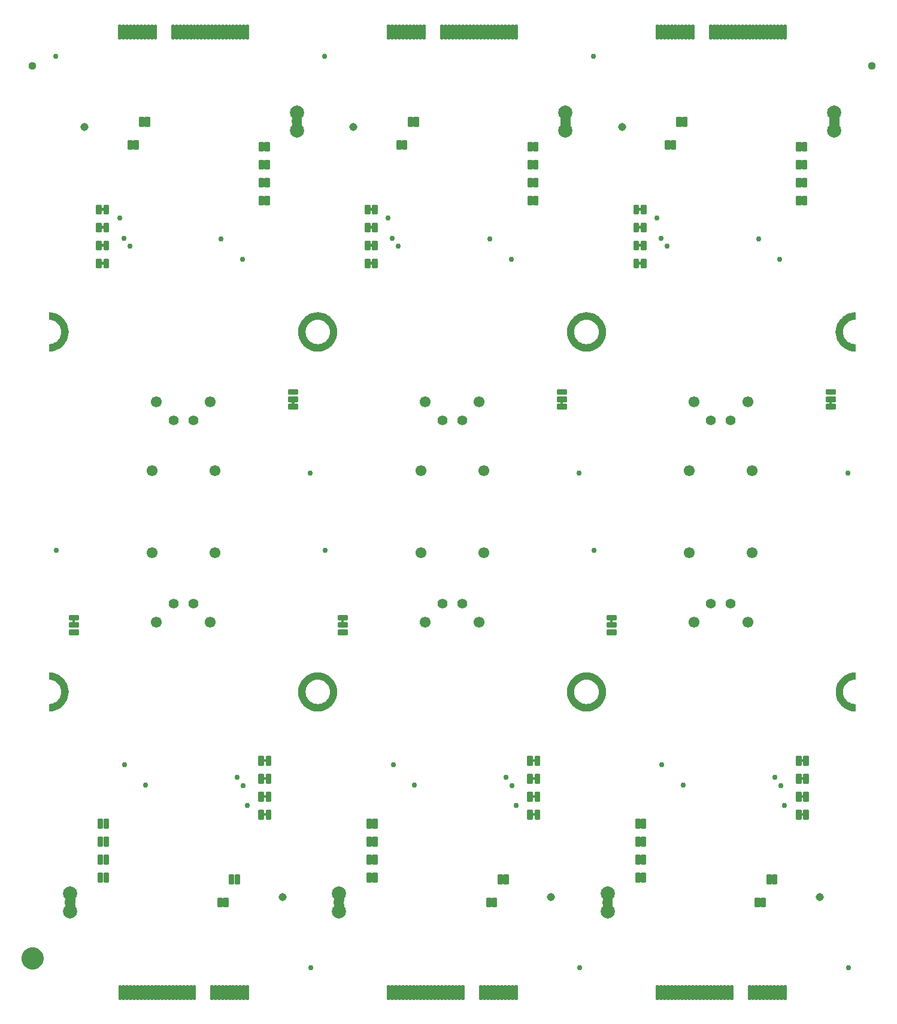
<source format=gbs>
G04 EAGLE Gerber RS-274X export*
G75*
%MOMM*%
%FSLAX34Y34*%
%LPD*%
%INSoldermask Bottom*%
%IPPOS*%
%AMOC8*
5,1,8,0,0,1.08239X$1,22.5*%
G01*
%ADD10C,0.762000*%
%ADD11C,0.228600*%
%ADD12C,2.006600*%
%ADD13C,0.228959*%
%ADD14C,0.736600*%
%ADD15C,0.228344*%
%ADD16C,1.143000*%
%ADD17C,1.552000*%
%ADD18C,1.402000*%
%ADD19C,1.127000*%
%ADD20C,1.270000*%
%ADD21C,1.627000*%

G36*
X757459Y921151D02*
X757459Y921151D01*
X757461Y921150D01*
X757463Y921151D01*
X761343Y921429D01*
X761353Y921432D01*
X761379Y921434D01*
X765213Y922268D01*
X765221Y922272D01*
X765247Y922278D01*
X768923Y923649D01*
X768931Y923655D01*
X768955Y923664D01*
X772399Y925544D01*
X772406Y925551D01*
X772429Y925563D01*
X775570Y927915D01*
X775576Y927923D01*
X775597Y927938D01*
X778371Y930713D01*
X778376Y930721D01*
X778395Y930739D01*
X780746Y933880D01*
X780749Y933890D01*
X780765Y933910D01*
X782646Y937354D01*
X782648Y937363D01*
X782660Y937386D01*
X784032Y941063D01*
X784032Y941072D01*
X784042Y941097D01*
X784876Y944931D01*
X784875Y944940D01*
X784881Y944966D01*
X785161Y948880D01*
X785159Y948889D01*
X785161Y948915D01*
X784881Y952829D01*
X784879Y952833D01*
X784880Y952836D01*
X784877Y952842D01*
X784876Y952864D01*
X784042Y956698D01*
X784037Y956707D01*
X784032Y956732D01*
X782660Y960408D01*
X782655Y960416D01*
X782646Y960441D01*
X780765Y963884D01*
X780758Y963891D01*
X780746Y963914D01*
X778395Y967055D01*
X778387Y967061D01*
X778371Y967082D01*
X775597Y969857D01*
X775588Y969861D01*
X775570Y969880D01*
X772429Y972231D01*
X772420Y972235D01*
X772399Y972251D01*
X768955Y974131D01*
X768946Y974133D01*
X768923Y974146D01*
X765247Y975517D01*
X765237Y975518D01*
X765213Y975527D01*
X761379Y976361D01*
X761369Y976360D01*
X761343Y976366D01*
X757430Y976646D01*
X757425Y976645D01*
X757410Y976646D01*
X757381Y976644D01*
X757379Y976644D01*
X757377Y976644D01*
X753497Y976366D01*
X753487Y976363D01*
X753461Y976361D01*
X749627Y975527D01*
X749619Y975522D01*
X749593Y975517D01*
X745917Y974146D01*
X745909Y974140D01*
X745885Y974131D01*
X742441Y972251D01*
X742434Y972244D01*
X742411Y972231D01*
X739270Y969880D01*
X739264Y969872D01*
X739243Y969857D01*
X736469Y967082D01*
X736464Y967074D01*
X736445Y967055D01*
X734094Y963914D01*
X734091Y963905D01*
X734075Y963884D01*
X732194Y960441D01*
X732192Y960431D01*
X732180Y960408D01*
X730808Y956732D01*
X730808Y956723D01*
X730798Y956698D01*
X729964Y952864D01*
X729965Y952854D01*
X729959Y952829D01*
X729679Y948915D01*
X729681Y948906D01*
X729679Y948880D01*
X729959Y944966D01*
X729963Y944957D01*
X729964Y944931D01*
X730798Y941097D01*
X730803Y941088D01*
X730808Y941063D01*
X732180Y937386D01*
X732185Y937379D01*
X732194Y937354D01*
X734075Y933910D01*
X734082Y933904D01*
X734094Y933880D01*
X736445Y930739D01*
X736453Y930734D01*
X736469Y930713D01*
X739243Y927938D01*
X739252Y927933D01*
X739270Y927915D01*
X742411Y925563D01*
X742420Y925560D01*
X742441Y925544D01*
X745885Y923664D01*
X745894Y923662D01*
X745917Y923649D01*
X749593Y922278D01*
X749603Y922277D01*
X749627Y922268D01*
X753461Y921434D01*
X753471Y921434D01*
X753497Y921429D01*
X757410Y921149D01*
X757415Y921150D01*
X757430Y921149D01*
X757459Y921151D01*
G37*
G36*
X377475Y921151D02*
X377475Y921151D01*
X377477Y921150D01*
X377479Y921151D01*
X381359Y921429D01*
X381369Y921432D01*
X381395Y921434D01*
X385229Y922268D01*
X385237Y922272D01*
X385263Y922278D01*
X388939Y923649D01*
X388947Y923655D01*
X388971Y923664D01*
X392415Y925544D01*
X392422Y925551D01*
X392445Y925563D01*
X395586Y927915D01*
X395592Y927923D01*
X395613Y927938D01*
X398387Y930713D01*
X398392Y930721D01*
X398411Y930739D01*
X400762Y933880D01*
X400765Y933890D01*
X400781Y933910D01*
X402662Y937354D01*
X402664Y937363D01*
X402676Y937386D01*
X404048Y941063D01*
X404048Y941072D01*
X404058Y941097D01*
X404892Y944931D01*
X404891Y944940D01*
X404897Y944966D01*
X405177Y948880D01*
X405175Y948889D01*
X405177Y948915D01*
X404897Y952829D01*
X404895Y952833D01*
X404896Y952836D01*
X404893Y952842D01*
X404892Y952864D01*
X404058Y956698D01*
X404053Y956707D01*
X404048Y956732D01*
X402676Y960408D01*
X402671Y960416D01*
X402662Y960441D01*
X400781Y963884D01*
X400774Y963891D01*
X400762Y963914D01*
X398411Y967055D01*
X398403Y967061D01*
X398387Y967082D01*
X395613Y969857D01*
X395604Y969861D01*
X395586Y969880D01*
X392445Y972231D01*
X392436Y972235D01*
X392415Y972251D01*
X388971Y974131D01*
X388962Y974133D01*
X388939Y974146D01*
X385263Y975517D01*
X385253Y975518D01*
X385229Y975527D01*
X381395Y976361D01*
X381385Y976360D01*
X381359Y976366D01*
X377446Y976646D01*
X377441Y976645D01*
X377426Y976646D01*
X377397Y976644D01*
X377395Y976644D01*
X377393Y976644D01*
X373513Y976366D01*
X373503Y976363D01*
X373477Y976361D01*
X369643Y975527D01*
X369635Y975522D01*
X369609Y975517D01*
X365933Y974146D01*
X365925Y974140D01*
X365901Y974131D01*
X362457Y972251D01*
X362450Y972244D01*
X362427Y972231D01*
X359286Y969880D01*
X359280Y969872D01*
X359259Y969857D01*
X356485Y967082D01*
X356480Y967074D01*
X356461Y967055D01*
X354110Y963914D01*
X354107Y963905D01*
X354091Y963884D01*
X352210Y960441D01*
X352208Y960431D01*
X352196Y960408D01*
X350824Y956732D01*
X350824Y956723D01*
X350814Y956698D01*
X349980Y952864D01*
X349981Y952854D01*
X349975Y952829D01*
X349695Y948915D01*
X349697Y948906D01*
X349695Y948880D01*
X349975Y944966D01*
X349979Y944957D01*
X349980Y944931D01*
X350814Y941097D01*
X350819Y941088D01*
X350824Y941063D01*
X352196Y937386D01*
X352201Y937379D01*
X352210Y937354D01*
X354091Y933910D01*
X354098Y933904D01*
X354110Y933880D01*
X356461Y930739D01*
X356469Y930734D01*
X356485Y930713D01*
X359259Y927938D01*
X359268Y927933D01*
X359286Y927915D01*
X362427Y925563D01*
X362436Y925560D01*
X362457Y925544D01*
X365901Y923664D01*
X365910Y923662D01*
X365933Y923649D01*
X369609Y922278D01*
X369619Y922277D01*
X369643Y922268D01*
X373477Y921434D01*
X373487Y921434D01*
X373513Y921429D01*
X377426Y921149D01*
X377431Y921150D01*
X377446Y921149D01*
X377475Y921151D01*
G37*
G36*
X757475Y412253D02*
X757475Y412253D01*
X757477Y412253D01*
X757479Y412254D01*
X761359Y412531D01*
X761369Y412535D01*
X761395Y412536D01*
X765229Y413370D01*
X765237Y413375D01*
X765263Y413380D01*
X768939Y414752D01*
X768947Y414757D01*
X768971Y414766D01*
X772415Y416647D01*
X772422Y416654D01*
X772445Y416666D01*
X775586Y419017D01*
X775592Y419025D01*
X775613Y419041D01*
X778387Y421815D01*
X778392Y421824D01*
X778411Y421842D01*
X780762Y424983D01*
X780765Y424992D01*
X780781Y425013D01*
X782662Y428457D01*
X782664Y428466D01*
X782676Y428489D01*
X784048Y432165D01*
X784048Y432175D01*
X784058Y432199D01*
X784892Y436033D01*
X784891Y436043D01*
X784897Y436069D01*
X785177Y439982D01*
X785175Y439992D01*
X785177Y440018D01*
X784897Y443931D01*
X784895Y443936D01*
X784896Y443939D01*
X784893Y443945D01*
X784892Y443967D01*
X784058Y447801D01*
X784053Y447809D01*
X784048Y447835D01*
X782676Y451511D01*
X782671Y451519D01*
X782662Y451543D01*
X780781Y454987D01*
X780774Y454994D01*
X780762Y455017D01*
X778411Y458158D01*
X778403Y458164D01*
X778387Y458185D01*
X775613Y460959D01*
X775604Y460964D01*
X775586Y460983D01*
X772445Y463334D01*
X772436Y463337D01*
X772415Y463353D01*
X768971Y465234D01*
X768962Y465236D01*
X768939Y465248D01*
X765263Y466620D01*
X765253Y466620D01*
X765229Y466630D01*
X761395Y467464D01*
X761385Y467463D01*
X761359Y467469D01*
X757446Y467749D01*
X757441Y467748D01*
X757426Y467749D01*
X757397Y467747D01*
X757395Y467747D01*
X757393Y467746D01*
X753513Y467469D01*
X753503Y467465D01*
X753477Y467464D01*
X749643Y466630D01*
X749635Y466625D01*
X749609Y466620D01*
X745933Y465248D01*
X745925Y465243D01*
X745901Y465234D01*
X742457Y463353D01*
X742450Y463346D01*
X742427Y463334D01*
X739286Y460983D01*
X739280Y460975D01*
X739259Y460959D01*
X736485Y458185D01*
X736480Y458176D01*
X736461Y458158D01*
X734110Y455017D01*
X734107Y455008D01*
X734091Y454987D01*
X732210Y451543D01*
X732208Y451534D01*
X732196Y451511D01*
X730824Y447835D01*
X730824Y447825D01*
X730814Y447801D01*
X729980Y443967D01*
X729981Y443957D01*
X729975Y443931D01*
X729695Y440018D01*
X729697Y440008D01*
X729695Y439982D01*
X729975Y436069D01*
X729979Y436059D01*
X729980Y436033D01*
X730814Y432199D01*
X730819Y432191D01*
X730824Y432165D01*
X732196Y428489D01*
X732201Y428481D01*
X732210Y428457D01*
X734091Y425013D01*
X734098Y425006D01*
X734110Y424983D01*
X736461Y421842D01*
X736469Y421836D01*
X736485Y421815D01*
X739259Y419041D01*
X739268Y419036D01*
X739286Y419017D01*
X742427Y416666D01*
X742436Y416663D01*
X742457Y416647D01*
X745901Y414766D01*
X745910Y414764D01*
X745933Y414752D01*
X749609Y413380D01*
X749619Y413380D01*
X749643Y413370D01*
X753477Y412536D01*
X753487Y412537D01*
X753513Y412531D01*
X757426Y412251D01*
X757431Y412253D01*
X757446Y412251D01*
X757475Y412253D01*
G37*
G36*
X377491Y412253D02*
X377491Y412253D01*
X377493Y412253D01*
X377495Y412254D01*
X381375Y412531D01*
X381385Y412535D01*
X381411Y412536D01*
X385245Y413370D01*
X385253Y413375D01*
X385279Y413380D01*
X388955Y414752D01*
X388963Y414757D01*
X388987Y414766D01*
X392431Y416647D01*
X392438Y416654D01*
X392461Y416666D01*
X395602Y419017D01*
X395608Y419025D01*
X395629Y419041D01*
X398403Y421815D01*
X398408Y421824D01*
X398427Y421842D01*
X400778Y424983D01*
X400781Y424992D01*
X400797Y425013D01*
X402678Y428457D01*
X402680Y428466D01*
X402692Y428489D01*
X404064Y432165D01*
X404064Y432175D01*
X404074Y432199D01*
X404908Y436033D01*
X404907Y436043D01*
X404913Y436069D01*
X405193Y439982D01*
X405191Y439992D01*
X405193Y440018D01*
X404913Y443931D01*
X404911Y443936D01*
X404912Y443939D01*
X404909Y443945D01*
X404908Y443967D01*
X404074Y447801D01*
X404069Y447809D01*
X404064Y447835D01*
X402692Y451511D01*
X402687Y451519D01*
X402678Y451543D01*
X400797Y454987D01*
X400790Y454994D01*
X400778Y455017D01*
X398427Y458158D01*
X398419Y458164D01*
X398403Y458185D01*
X395629Y460959D01*
X395620Y460964D01*
X395602Y460983D01*
X392461Y463334D01*
X392452Y463337D01*
X392431Y463353D01*
X388987Y465234D01*
X388978Y465236D01*
X388955Y465248D01*
X385279Y466620D01*
X385269Y466620D01*
X385245Y466630D01*
X381411Y467464D01*
X381401Y467463D01*
X381375Y467469D01*
X377462Y467749D01*
X377457Y467748D01*
X377442Y467749D01*
X377413Y467747D01*
X377411Y467747D01*
X377409Y467746D01*
X373529Y467469D01*
X373519Y467465D01*
X373493Y467464D01*
X369659Y466630D01*
X369651Y466625D01*
X369625Y466620D01*
X365949Y465248D01*
X365941Y465243D01*
X365917Y465234D01*
X362473Y463353D01*
X362466Y463346D01*
X362443Y463334D01*
X359302Y460983D01*
X359296Y460975D01*
X359275Y460959D01*
X356501Y458185D01*
X356496Y458176D01*
X356477Y458158D01*
X354126Y455017D01*
X354123Y455008D01*
X354107Y454987D01*
X352226Y451543D01*
X352224Y451534D01*
X352212Y451511D01*
X350840Y447835D01*
X350840Y447825D01*
X350830Y447801D01*
X349996Y443967D01*
X349997Y443957D01*
X349991Y443931D01*
X349711Y440018D01*
X349713Y440008D01*
X349711Y439982D01*
X349991Y436069D01*
X349995Y436059D01*
X349996Y436033D01*
X350830Y432199D01*
X350835Y432191D01*
X350840Y432165D01*
X352212Y428489D01*
X352217Y428481D01*
X352226Y428457D01*
X354107Y425013D01*
X354114Y425006D01*
X354126Y424983D01*
X356477Y421842D01*
X356485Y421836D01*
X356501Y421815D01*
X359275Y419041D01*
X359284Y419036D01*
X359302Y419017D01*
X362443Y416666D01*
X362452Y416663D01*
X362473Y416647D01*
X365917Y414766D01*
X365926Y414764D01*
X365949Y414752D01*
X369625Y413380D01*
X369635Y413380D01*
X369659Y413370D01*
X373493Y412536D01*
X373503Y412537D01*
X373529Y412531D01*
X377442Y412251D01*
X377447Y412253D01*
X377462Y412251D01*
X377491Y412253D01*
G37*
%LPC*%
G36*
X374746Y931860D02*
X374746Y931860D01*
X372113Y932492D01*
X369613Y933528D01*
X367305Y934942D01*
X365246Y936700D01*
X363488Y938758D01*
X362074Y941066D01*
X361038Y943567D01*
X360406Y946199D01*
X360194Y948897D01*
X360406Y951596D01*
X361038Y954228D01*
X362074Y956729D01*
X363488Y959037D01*
X365246Y961095D01*
X367305Y962853D01*
X369613Y964267D01*
X372113Y965303D01*
X374746Y965935D01*
X377436Y966147D01*
X380126Y965935D01*
X382759Y965303D01*
X385259Y964267D01*
X387567Y962853D01*
X389626Y961095D01*
X391384Y959037D01*
X392798Y956729D01*
X393834Y954228D01*
X394466Y951596D01*
X394678Y948897D01*
X394466Y946199D01*
X393834Y943567D01*
X392798Y941066D01*
X391384Y938758D01*
X389626Y936700D01*
X387567Y934942D01*
X385259Y933528D01*
X382759Y932492D01*
X380126Y931860D01*
X377436Y931648D01*
X374746Y931860D01*
G37*
%LPD*%
%LPC*%
G36*
X754730Y931860D02*
X754730Y931860D01*
X752097Y932492D01*
X749597Y933528D01*
X747289Y934942D01*
X745230Y936700D01*
X743472Y938758D01*
X742058Y941066D01*
X741022Y943567D01*
X740390Y946199D01*
X740178Y948897D01*
X740390Y951596D01*
X741022Y954228D01*
X742058Y956729D01*
X743472Y959037D01*
X745230Y961095D01*
X747289Y962853D01*
X749597Y964267D01*
X752097Y965303D01*
X754730Y965935D01*
X757420Y966147D01*
X760110Y965935D01*
X762743Y965303D01*
X765243Y964267D01*
X767551Y962853D01*
X769610Y961095D01*
X771368Y959037D01*
X772782Y956729D01*
X773818Y954228D01*
X774450Y951596D01*
X774662Y948897D01*
X774450Y946199D01*
X773818Y943567D01*
X772782Y941066D01*
X771368Y938758D01*
X769610Y936700D01*
X767551Y934942D01*
X765243Y933528D01*
X762743Y932492D01*
X760110Y931860D01*
X757420Y931648D01*
X754730Y931860D01*
G37*
%LPD*%
%LPC*%
G36*
X754746Y422962D02*
X754746Y422962D01*
X752113Y423594D01*
X749613Y424630D01*
X747305Y426044D01*
X745246Y427802D01*
X743488Y429861D01*
X742074Y432169D01*
X741038Y434669D01*
X740406Y437302D01*
X740194Y440000D01*
X740406Y442698D01*
X741038Y445331D01*
X742074Y447831D01*
X743488Y450139D01*
X745246Y452198D01*
X747305Y453956D01*
X749613Y455370D01*
X752113Y456406D01*
X754746Y457038D01*
X757436Y457249D01*
X760126Y457038D01*
X762759Y456406D01*
X765259Y455370D01*
X767567Y453956D01*
X769626Y452198D01*
X771384Y450139D01*
X772798Y447831D01*
X773834Y445331D01*
X774466Y442698D01*
X774678Y440000D01*
X774466Y437302D01*
X773834Y434669D01*
X772798Y432169D01*
X771384Y429861D01*
X769626Y427802D01*
X767567Y426044D01*
X765259Y424630D01*
X762759Y423594D01*
X760126Y422962D01*
X757436Y422751D01*
X754746Y422962D01*
G37*
%LPD*%
%LPC*%
G36*
X374762Y422962D02*
X374762Y422962D01*
X372129Y423594D01*
X369629Y424630D01*
X367321Y426044D01*
X365262Y427802D01*
X363504Y429861D01*
X362090Y432169D01*
X361054Y434669D01*
X360422Y437302D01*
X360210Y440000D01*
X360422Y442698D01*
X361054Y445331D01*
X362090Y447831D01*
X363504Y450139D01*
X365262Y452198D01*
X367321Y453956D01*
X369629Y455370D01*
X372129Y456406D01*
X374762Y457038D01*
X377452Y457249D01*
X380142Y457038D01*
X382775Y456406D01*
X385275Y455370D01*
X387583Y453956D01*
X389642Y452198D01*
X391400Y450139D01*
X392814Y447831D01*
X393850Y445331D01*
X394482Y442698D01*
X394694Y440000D01*
X394482Y437302D01*
X393850Y434669D01*
X392814Y432169D01*
X391400Y429861D01*
X389642Y427802D01*
X387583Y426044D01*
X385275Y424630D01*
X382775Y423594D01*
X380142Y422962D01*
X377452Y422751D01*
X374762Y422962D01*
G37*
%LPD*%
G36*
X1375Y921429D02*
X1375Y921429D01*
X1385Y921432D01*
X1411Y921434D01*
X5245Y922268D01*
X5253Y922272D01*
X5279Y922278D01*
X8955Y923649D01*
X8963Y923655D01*
X8987Y923664D01*
X12431Y925544D01*
X12438Y925551D01*
X12461Y925563D01*
X15602Y927915D01*
X15608Y927923D01*
X15629Y927938D01*
X18403Y930713D01*
X18408Y930721D01*
X18427Y930739D01*
X20778Y933880D01*
X20781Y933890D01*
X20797Y933910D01*
X22678Y937354D01*
X22680Y937363D01*
X22692Y937386D01*
X24064Y941063D01*
X24064Y941072D01*
X24074Y941097D01*
X24908Y944931D01*
X24907Y944940D01*
X24913Y944966D01*
X25193Y948880D01*
X25191Y948889D01*
X25193Y948915D01*
X24913Y952829D01*
X24911Y952833D01*
X24912Y952836D01*
X24909Y952842D01*
X24908Y952864D01*
X24074Y956698D01*
X24069Y956707D01*
X24064Y956732D01*
X22692Y960408D01*
X22687Y960416D01*
X22678Y960441D01*
X20797Y963884D01*
X20790Y963891D01*
X20778Y963914D01*
X18427Y967055D01*
X18419Y967061D01*
X18403Y967082D01*
X15629Y969857D01*
X15620Y969861D01*
X15602Y969880D01*
X12461Y972231D01*
X12452Y972235D01*
X12431Y972251D01*
X8987Y974131D01*
X8978Y974133D01*
X8955Y974146D01*
X5279Y975517D01*
X5269Y975518D01*
X5245Y975527D01*
X1411Y976361D01*
X1401Y976360D01*
X1375Y976366D01*
X-2538Y976646D01*
X-2564Y976641D01*
X-2589Y976644D01*
X-2631Y976626D01*
X-2675Y976617D01*
X-2693Y976598D01*
X-2717Y976588D01*
X-2742Y976550D01*
X-2774Y976518D01*
X-2780Y976493D01*
X-2794Y976471D01*
X-2805Y976397D01*
X-2805Y966397D01*
X-2803Y966390D01*
X-2805Y966383D01*
X-2784Y966324D01*
X-2766Y966263D01*
X-2761Y966258D01*
X-2758Y966252D01*
X-2708Y966213D01*
X-2661Y966171D01*
X-2654Y966170D01*
X-2648Y966166D01*
X-2576Y966149D01*
X142Y965935D01*
X2775Y965303D01*
X5275Y964267D01*
X7583Y962853D01*
X9642Y961095D01*
X11400Y959037D01*
X12814Y956729D01*
X13850Y954228D01*
X14482Y951596D01*
X14694Y948897D01*
X14482Y946199D01*
X13850Y943567D01*
X12814Y941066D01*
X11400Y938758D01*
X9642Y936700D01*
X7583Y934942D01*
X5275Y933528D01*
X2775Y932492D01*
X142Y931860D01*
X-2576Y931646D01*
X-2582Y931643D01*
X-2589Y931644D01*
X-2647Y931619D01*
X-2706Y931596D01*
X-2711Y931591D01*
X-2717Y931588D01*
X-2752Y931535D01*
X-2790Y931484D01*
X-2790Y931477D01*
X-2794Y931471D01*
X-2805Y931397D01*
X-2805Y921397D01*
X-2798Y921372D01*
X-2800Y921346D01*
X-2779Y921307D01*
X-2766Y921263D01*
X-2746Y921246D01*
X-2734Y921223D01*
X-2695Y921201D01*
X-2661Y921171D01*
X-2635Y921167D01*
X-2612Y921155D01*
X-2538Y921149D01*
X1375Y921429D01*
G37*
G36*
X1391Y412531D02*
X1391Y412531D01*
X1401Y412535D01*
X1427Y412536D01*
X5261Y413370D01*
X5269Y413375D01*
X5295Y413380D01*
X8971Y414752D01*
X8979Y414757D01*
X9003Y414766D01*
X12447Y416647D01*
X12454Y416654D01*
X12477Y416666D01*
X15618Y419017D01*
X15624Y419025D01*
X15645Y419041D01*
X18419Y421815D01*
X18424Y421824D01*
X18443Y421842D01*
X20794Y424983D01*
X20797Y424992D01*
X20813Y425013D01*
X22694Y428457D01*
X22696Y428466D01*
X22708Y428489D01*
X24080Y432165D01*
X24080Y432175D01*
X24090Y432199D01*
X24924Y436033D01*
X24923Y436043D01*
X24929Y436069D01*
X25209Y439982D01*
X25207Y439992D01*
X25209Y440018D01*
X24929Y443931D01*
X24927Y443936D01*
X24928Y443939D01*
X24925Y443945D01*
X24924Y443967D01*
X24090Y447801D01*
X24085Y447809D01*
X24080Y447835D01*
X22708Y451511D01*
X22703Y451519D01*
X22694Y451543D01*
X20813Y454987D01*
X20806Y454994D01*
X20794Y455017D01*
X18443Y458158D01*
X18435Y458164D01*
X18419Y458185D01*
X15645Y460959D01*
X15636Y460964D01*
X15618Y460983D01*
X12477Y463334D01*
X12468Y463337D01*
X12447Y463353D01*
X9003Y465234D01*
X8994Y465236D01*
X8971Y465248D01*
X5295Y466620D01*
X5285Y466620D01*
X5261Y466630D01*
X1427Y467464D01*
X1417Y467463D01*
X1391Y467469D01*
X-2522Y467749D01*
X-2548Y467743D01*
X-2573Y467747D01*
X-2615Y467729D01*
X-2659Y467719D01*
X-2677Y467701D01*
X-2701Y467690D01*
X-2726Y467652D01*
X-2758Y467621D01*
X-2764Y467595D01*
X-2778Y467574D01*
X-2789Y467500D01*
X-2789Y457500D01*
X-2787Y457493D01*
X-2789Y457486D01*
X-2768Y457427D01*
X-2750Y457366D01*
X-2745Y457361D01*
X-2742Y457354D01*
X-2692Y457316D01*
X-2645Y457274D01*
X-2638Y457273D01*
X-2632Y457268D01*
X-2560Y457252D01*
X158Y457038D01*
X2791Y456406D01*
X5291Y455370D01*
X7599Y453956D01*
X9658Y452198D01*
X11416Y450139D01*
X12830Y447831D01*
X13866Y445331D01*
X14498Y442698D01*
X14710Y440000D01*
X14498Y437302D01*
X13866Y434669D01*
X12830Y432169D01*
X11416Y429861D01*
X9658Y427802D01*
X7599Y426044D01*
X5291Y424630D01*
X2791Y423594D01*
X158Y422962D01*
X-2560Y422748D01*
X-2566Y422746D01*
X-2573Y422747D01*
X-2631Y422721D01*
X-2690Y422699D01*
X-2695Y422693D01*
X-2701Y422690D01*
X-2736Y422637D01*
X-2774Y422587D01*
X-2774Y422580D01*
X-2778Y422574D01*
X-2789Y422500D01*
X-2789Y412500D01*
X-2782Y412475D01*
X-2784Y412449D01*
X-2763Y412409D01*
X-2750Y412366D01*
X-2730Y412349D01*
X-2718Y412326D01*
X-2679Y412304D01*
X-2645Y412274D01*
X-2619Y412270D01*
X-2596Y412257D01*
X-2522Y412251D01*
X1391Y412531D01*
G37*
G36*
X1137420Y921154D02*
X1137420Y921154D01*
X1137445Y921150D01*
X1137487Y921169D01*
X1137531Y921178D01*
X1137549Y921197D01*
X1137573Y921207D01*
X1137598Y921245D01*
X1137630Y921277D01*
X1137636Y921302D01*
X1137650Y921324D01*
X1137661Y921397D01*
X1137661Y931397D01*
X1137659Y931404D01*
X1137661Y931411D01*
X1137640Y931471D01*
X1137622Y931532D01*
X1137617Y931536D01*
X1137614Y931543D01*
X1137564Y931582D01*
X1137517Y931624D01*
X1137510Y931625D01*
X1137504Y931629D01*
X1137432Y931646D01*
X1134714Y931860D01*
X1132081Y932492D01*
X1129581Y933528D01*
X1127273Y934942D01*
X1125214Y936700D01*
X1123456Y938758D01*
X1122042Y941066D01*
X1121006Y943567D01*
X1120374Y946199D01*
X1120162Y948897D01*
X1120374Y951596D01*
X1121006Y954228D01*
X1122042Y956729D01*
X1123456Y959037D01*
X1125214Y961095D01*
X1127273Y962853D01*
X1129581Y964267D01*
X1132081Y965303D01*
X1134714Y965935D01*
X1137432Y966149D01*
X1137438Y966152D01*
X1137445Y966150D01*
X1137503Y966176D01*
X1137562Y966199D01*
X1137567Y966204D01*
X1137573Y966207D01*
X1137608Y966260D01*
X1137646Y966311D01*
X1137646Y966318D01*
X1137650Y966324D01*
X1137661Y966397D01*
X1137661Y976397D01*
X1137654Y976422D01*
X1137656Y976448D01*
X1137635Y976488D01*
X1137622Y976532D01*
X1137602Y976549D01*
X1137590Y976572D01*
X1137551Y976594D01*
X1137517Y976624D01*
X1137491Y976627D01*
X1137468Y976640D01*
X1137394Y976646D01*
X1133481Y976366D01*
X1133471Y976363D01*
X1133445Y976361D01*
X1129611Y975527D01*
X1129603Y975522D01*
X1129577Y975517D01*
X1125901Y974146D01*
X1125893Y974140D01*
X1125869Y974131D01*
X1122425Y972251D01*
X1122418Y972244D01*
X1122395Y972231D01*
X1119254Y969880D01*
X1119248Y969872D01*
X1119227Y969857D01*
X1116453Y967082D01*
X1116448Y967074D01*
X1116429Y967055D01*
X1114078Y963914D01*
X1114075Y963905D01*
X1114059Y963884D01*
X1112178Y960441D01*
X1112176Y960431D01*
X1112164Y960408D01*
X1110792Y956732D01*
X1110792Y956723D01*
X1110782Y956698D01*
X1109948Y952864D01*
X1109949Y952854D01*
X1109943Y952829D01*
X1109663Y948915D01*
X1109665Y948906D01*
X1109663Y948880D01*
X1109943Y944966D01*
X1109947Y944957D01*
X1109948Y944931D01*
X1110782Y941097D01*
X1110787Y941088D01*
X1110792Y941063D01*
X1112164Y937386D01*
X1112169Y937379D01*
X1112178Y937354D01*
X1114059Y933910D01*
X1114066Y933904D01*
X1114078Y933880D01*
X1116429Y930739D01*
X1116437Y930734D01*
X1116453Y930713D01*
X1119227Y927938D01*
X1119236Y927933D01*
X1119254Y927915D01*
X1122395Y925563D01*
X1122404Y925560D01*
X1122425Y925544D01*
X1125869Y923664D01*
X1125878Y923662D01*
X1125901Y923649D01*
X1129577Y922278D01*
X1129587Y922277D01*
X1129611Y922268D01*
X1133445Y921434D01*
X1133455Y921434D01*
X1133481Y921429D01*
X1137394Y921149D01*
X1137420Y921154D01*
G37*
G36*
X1137436Y412257D02*
X1137436Y412257D01*
X1137461Y412253D01*
X1137503Y412271D01*
X1137547Y412281D01*
X1137565Y412299D01*
X1137589Y412310D01*
X1137614Y412348D01*
X1137646Y412379D01*
X1137652Y412405D01*
X1137666Y412427D01*
X1137677Y412500D01*
X1137677Y422500D01*
X1137675Y422507D01*
X1137677Y422514D01*
X1137656Y422573D01*
X1137638Y422634D01*
X1137633Y422639D01*
X1137630Y422646D01*
X1137580Y422685D01*
X1137533Y422726D01*
X1137526Y422727D01*
X1137520Y422732D01*
X1137448Y422748D01*
X1134730Y422962D01*
X1132097Y423594D01*
X1129597Y424630D01*
X1127289Y426044D01*
X1125230Y427802D01*
X1123472Y429861D01*
X1122058Y432169D01*
X1121022Y434669D01*
X1120390Y437302D01*
X1120178Y440000D01*
X1120390Y442698D01*
X1121022Y445331D01*
X1122058Y447831D01*
X1123472Y450139D01*
X1125230Y452198D01*
X1127289Y453956D01*
X1129597Y455370D01*
X1132097Y456406D01*
X1134730Y457038D01*
X1137448Y457252D01*
X1137454Y457254D01*
X1137461Y457253D01*
X1137519Y457279D01*
X1137578Y457301D01*
X1137583Y457307D01*
X1137589Y457310D01*
X1137624Y457363D01*
X1137662Y457413D01*
X1137662Y457421D01*
X1137666Y457427D01*
X1137677Y457500D01*
X1137677Y467500D01*
X1137670Y467525D01*
X1137672Y467551D01*
X1137651Y467591D01*
X1137638Y467634D01*
X1137618Y467651D01*
X1137606Y467674D01*
X1137567Y467696D01*
X1137533Y467726D01*
X1137507Y467730D01*
X1137484Y467743D01*
X1137410Y467749D01*
X1133497Y467469D01*
X1133487Y467465D01*
X1133461Y467464D01*
X1129627Y466630D01*
X1129619Y466625D01*
X1129593Y466620D01*
X1125917Y465248D01*
X1125909Y465243D01*
X1125885Y465234D01*
X1122441Y463353D01*
X1122434Y463346D01*
X1122411Y463334D01*
X1119270Y460983D01*
X1119264Y460975D01*
X1119243Y460959D01*
X1116469Y458185D01*
X1116464Y458176D01*
X1116445Y458158D01*
X1114094Y455017D01*
X1114091Y455008D01*
X1114075Y454987D01*
X1112194Y451543D01*
X1112192Y451534D01*
X1112180Y451511D01*
X1110808Y447835D01*
X1110808Y447825D01*
X1110798Y447801D01*
X1109964Y443967D01*
X1109965Y443957D01*
X1109959Y443931D01*
X1109679Y440018D01*
X1109681Y440008D01*
X1109679Y439982D01*
X1109959Y436069D01*
X1109963Y436059D01*
X1109964Y436033D01*
X1110798Y432199D01*
X1110803Y432191D01*
X1110808Y432165D01*
X1112180Y428489D01*
X1112185Y428481D01*
X1112194Y428457D01*
X1114075Y425013D01*
X1114082Y425006D01*
X1114094Y424983D01*
X1116445Y421842D01*
X1116453Y421836D01*
X1116469Y421815D01*
X1119243Y419041D01*
X1119252Y419036D01*
X1119270Y419017D01*
X1122411Y416666D01*
X1122420Y416663D01*
X1122441Y416647D01*
X1125885Y414766D01*
X1125894Y414764D01*
X1125917Y414752D01*
X1129593Y413380D01*
X1129603Y413380D01*
X1129627Y413370D01*
X1133461Y412536D01*
X1133471Y412537D01*
X1133497Y412531D01*
X1137410Y412251D01*
X1137436Y412257D01*
G37*
G36*
X734397Y1244170D02*
X734397Y1244170D01*
X734463Y1244172D01*
X734506Y1244189D01*
X734553Y1244198D01*
X734610Y1244231D01*
X734670Y1244256D01*
X734705Y1244288D01*
X734746Y1244312D01*
X734788Y1244363D01*
X734836Y1244407D01*
X734858Y1244450D01*
X734887Y1244486D01*
X734908Y1244548D01*
X734939Y1244607D01*
X734947Y1244661D01*
X734959Y1244699D01*
X734958Y1244738D01*
X734966Y1244792D01*
X734966Y1248602D01*
X734955Y1248667D01*
X734953Y1248733D01*
X734935Y1248777D01*
X734927Y1248823D01*
X734893Y1248880D01*
X734868Y1248941D01*
X734837Y1248976D01*
X734812Y1249016D01*
X734761Y1249058D01*
X734717Y1249106D01*
X734675Y1249128D01*
X734638Y1249158D01*
X734576Y1249179D01*
X734517Y1249209D01*
X734463Y1249217D01*
X734426Y1249230D01*
X734386Y1249229D01*
X734332Y1249237D01*
X721124Y1249237D01*
X721059Y1249225D01*
X720993Y1249223D01*
X720950Y1249205D01*
X720903Y1249197D01*
X720846Y1249163D01*
X720786Y1249139D01*
X720751Y1249107D01*
X720710Y1249083D01*
X720669Y1249032D01*
X720620Y1248987D01*
X720598Y1248945D01*
X720569Y1248909D01*
X720548Y1248846D01*
X720517Y1248788D01*
X720509Y1248733D01*
X720497Y1248696D01*
X720497Y1248692D01*
X720498Y1248656D01*
X720490Y1248602D01*
X720490Y1244792D01*
X720501Y1244728D01*
X720503Y1244662D01*
X720521Y1244618D01*
X720529Y1244572D01*
X720563Y1244515D01*
X720588Y1244454D01*
X720619Y1244419D01*
X720644Y1244378D01*
X720695Y1244337D01*
X720739Y1244288D01*
X720781Y1244267D01*
X720818Y1244237D01*
X720880Y1244216D01*
X720939Y1244186D01*
X720993Y1244178D01*
X721030Y1244165D01*
X721070Y1244166D01*
X721124Y1244158D01*
X734332Y1244158D01*
X734397Y1244170D01*
G37*
G36*
X354413Y1244170D02*
X354413Y1244170D01*
X354479Y1244172D01*
X354522Y1244189D01*
X354569Y1244198D01*
X354626Y1244231D01*
X354686Y1244256D01*
X354721Y1244288D01*
X354762Y1244312D01*
X354804Y1244363D01*
X354852Y1244407D01*
X354874Y1244450D01*
X354903Y1244486D01*
X354924Y1244548D01*
X354955Y1244607D01*
X354963Y1244661D01*
X354975Y1244699D01*
X354974Y1244738D01*
X354982Y1244792D01*
X354982Y1248602D01*
X354971Y1248667D01*
X354969Y1248733D01*
X354951Y1248777D01*
X354943Y1248823D01*
X354909Y1248880D01*
X354884Y1248941D01*
X354853Y1248976D01*
X354828Y1249016D01*
X354777Y1249058D01*
X354733Y1249106D01*
X354691Y1249128D01*
X354654Y1249158D01*
X354592Y1249179D01*
X354533Y1249209D01*
X354479Y1249217D01*
X354442Y1249230D01*
X354402Y1249229D01*
X354348Y1249237D01*
X341140Y1249237D01*
X341075Y1249225D01*
X341009Y1249223D01*
X340966Y1249205D01*
X340919Y1249197D01*
X340862Y1249163D01*
X340802Y1249139D01*
X340767Y1249107D01*
X340726Y1249083D01*
X340685Y1249032D01*
X340636Y1248987D01*
X340614Y1248945D01*
X340585Y1248909D01*
X340564Y1248846D01*
X340533Y1248788D01*
X340525Y1248733D01*
X340513Y1248696D01*
X340513Y1248692D01*
X340514Y1248656D01*
X340506Y1248602D01*
X340506Y1244792D01*
X340517Y1244728D01*
X340519Y1244662D01*
X340537Y1244618D01*
X340545Y1244572D01*
X340579Y1244515D01*
X340604Y1244454D01*
X340635Y1244419D01*
X340660Y1244378D01*
X340711Y1244337D01*
X340755Y1244288D01*
X340797Y1244267D01*
X340834Y1244237D01*
X340896Y1244216D01*
X340955Y1244186D01*
X341009Y1244178D01*
X341046Y1244165D01*
X341086Y1244166D01*
X341140Y1244158D01*
X354348Y1244158D01*
X354413Y1244170D01*
G37*
G36*
X1114381Y1244170D02*
X1114381Y1244170D01*
X1114447Y1244172D01*
X1114490Y1244189D01*
X1114537Y1244198D01*
X1114594Y1244231D01*
X1114654Y1244256D01*
X1114689Y1244288D01*
X1114730Y1244312D01*
X1114772Y1244363D01*
X1114820Y1244407D01*
X1114842Y1244450D01*
X1114871Y1244486D01*
X1114892Y1244548D01*
X1114923Y1244607D01*
X1114931Y1244661D01*
X1114943Y1244699D01*
X1114942Y1244738D01*
X1114950Y1244792D01*
X1114950Y1248602D01*
X1114939Y1248667D01*
X1114937Y1248733D01*
X1114919Y1248777D01*
X1114911Y1248823D01*
X1114877Y1248880D01*
X1114852Y1248941D01*
X1114821Y1248976D01*
X1114796Y1249016D01*
X1114745Y1249058D01*
X1114701Y1249106D01*
X1114659Y1249128D01*
X1114622Y1249158D01*
X1114560Y1249179D01*
X1114501Y1249209D01*
X1114447Y1249217D01*
X1114410Y1249230D01*
X1114370Y1249229D01*
X1114316Y1249237D01*
X1101108Y1249237D01*
X1101043Y1249225D01*
X1100977Y1249223D01*
X1100934Y1249205D01*
X1100887Y1249197D01*
X1100830Y1249163D01*
X1100770Y1249139D01*
X1100735Y1249107D01*
X1100694Y1249083D01*
X1100653Y1249032D01*
X1100604Y1248987D01*
X1100582Y1248945D01*
X1100553Y1248909D01*
X1100532Y1248846D01*
X1100501Y1248788D01*
X1100493Y1248733D01*
X1100481Y1248696D01*
X1100481Y1248692D01*
X1100482Y1248656D01*
X1100474Y1248602D01*
X1100474Y1244792D01*
X1100485Y1244728D01*
X1100487Y1244662D01*
X1100505Y1244618D01*
X1100513Y1244572D01*
X1100547Y1244515D01*
X1100572Y1244454D01*
X1100603Y1244419D01*
X1100628Y1244378D01*
X1100679Y1244337D01*
X1100723Y1244288D01*
X1100765Y1244267D01*
X1100802Y1244237D01*
X1100864Y1244216D01*
X1100923Y1244186D01*
X1100977Y1244178D01*
X1101014Y1244165D01*
X1101054Y1244166D01*
X1101108Y1244158D01*
X1114316Y1244158D01*
X1114381Y1244170D01*
G37*
G36*
X793797Y139672D02*
X793797Y139672D01*
X793863Y139674D01*
X793906Y139692D01*
X793953Y139700D01*
X794010Y139734D01*
X794070Y139759D01*
X794105Y139790D01*
X794146Y139815D01*
X794188Y139866D01*
X794236Y139910D01*
X794258Y139952D01*
X794287Y139989D01*
X794308Y140051D01*
X794339Y140110D01*
X794347Y140164D01*
X794359Y140201D01*
X794358Y140241D01*
X794366Y140295D01*
X794366Y144105D01*
X794355Y144170D01*
X794353Y144236D01*
X794335Y144279D01*
X794327Y144326D01*
X794293Y144383D01*
X794268Y144443D01*
X794237Y144478D01*
X794212Y144519D01*
X794161Y144561D01*
X794117Y144609D01*
X794075Y144631D01*
X794038Y144660D01*
X793976Y144681D01*
X793917Y144712D01*
X793863Y144720D01*
X793826Y144732D01*
X793786Y144731D01*
X793732Y144739D01*
X780524Y144739D01*
X780459Y144728D01*
X780393Y144726D01*
X780350Y144708D01*
X780303Y144700D01*
X780246Y144666D01*
X780186Y144641D01*
X780151Y144610D01*
X780110Y144585D01*
X780069Y144534D01*
X780020Y144490D01*
X779998Y144448D01*
X779969Y144411D01*
X779948Y144349D01*
X779917Y144290D01*
X779909Y144236D01*
X779897Y144199D01*
X779897Y144195D01*
X779897Y144194D01*
X779898Y144159D01*
X779890Y144105D01*
X779890Y140295D01*
X779901Y140230D01*
X779903Y140164D01*
X779921Y140121D01*
X779929Y140074D01*
X779963Y140017D01*
X779988Y139957D01*
X780019Y139922D01*
X780044Y139881D01*
X780095Y139840D01*
X780139Y139791D01*
X780181Y139769D01*
X780218Y139740D01*
X780280Y139719D01*
X780339Y139688D01*
X780393Y139680D01*
X780430Y139668D01*
X780470Y139669D01*
X780524Y139661D01*
X793732Y139661D01*
X793797Y139672D01*
G37*
G36*
X413813Y139672D02*
X413813Y139672D01*
X413879Y139674D01*
X413922Y139692D01*
X413969Y139700D01*
X414026Y139734D01*
X414086Y139759D01*
X414121Y139790D01*
X414162Y139815D01*
X414204Y139866D01*
X414252Y139910D01*
X414274Y139952D01*
X414303Y139989D01*
X414324Y140051D01*
X414355Y140110D01*
X414363Y140164D01*
X414375Y140201D01*
X414374Y140241D01*
X414382Y140295D01*
X414382Y144105D01*
X414371Y144170D01*
X414369Y144236D01*
X414351Y144279D01*
X414343Y144326D01*
X414309Y144383D01*
X414284Y144443D01*
X414253Y144478D01*
X414228Y144519D01*
X414177Y144561D01*
X414133Y144609D01*
X414091Y144631D01*
X414054Y144660D01*
X413992Y144681D01*
X413933Y144712D01*
X413879Y144720D01*
X413842Y144732D01*
X413802Y144731D01*
X413748Y144739D01*
X400540Y144739D01*
X400475Y144728D01*
X400409Y144726D01*
X400366Y144708D01*
X400319Y144700D01*
X400262Y144666D01*
X400202Y144641D01*
X400167Y144610D01*
X400126Y144585D01*
X400085Y144534D01*
X400036Y144490D01*
X400014Y144448D01*
X399985Y144411D01*
X399964Y144349D01*
X399933Y144290D01*
X399925Y144236D01*
X399913Y144199D01*
X399913Y144195D01*
X399913Y144194D01*
X399914Y144159D01*
X399906Y144105D01*
X399906Y140295D01*
X399917Y140230D01*
X399919Y140164D01*
X399937Y140121D01*
X399945Y140074D01*
X399979Y140017D01*
X400004Y139957D01*
X400035Y139922D01*
X400060Y139881D01*
X400111Y139840D01*
X400155Y139791D01*
X400197Y139769D01*
X400234Y139740D01*
X400296Y139719D01*
X400355Y139688D01*
X400409Y139680D01*
X400446Y139668D01*
X400486Y139669D01*
X400540Y139661D01*
X413748Y139661D01*
X413813Y139672D01*
G37*
G36*
X33829Y139672D02*
X33829Y139672D01*
X33895Y139674D01*
X33938Y139692D01*
X33985Y139700D01*
X34042Y139734D01*
X34102Y139759D01*
X34137Y139790D01*
X34178Y139815D01*
X34220Y139866D01*
X34268Y139910D01*
X34290Y139952D01*
X34319Y139989D01*
X34340Y140051D01*
X34371Y140110D01*
X34379Y140164D01*
X34391Y140201D01*
X34390Y140241D01*
X34398Y140295D01*
X34398Y144105D01*
X34387Y144170D01*
X34385Y144236D01*
X34367Y144279D01*
X34359Y144326D01*
X34325Y144383D01*
X34300Y144443D01*
X34269Y144478D01*
X34244Y144519D01*
X34193Y144561D01*
X34149Y144609D01*
X34107Y144631D01*
X34070Y144660D01*
X34008Y144681D01*
X33949Y144712D01*
X33895Y144720D01*
X33858Y144732D01*
X33818Y144731D01*
X33764Y144739D01*
X20556Y144739D01*
X20491Y144728D01*
X20425Y144726D01*
X20382Y144708D01*
X20335Y144700D01*
X20278Y144666D01*
X20218Y144641D01*
X20183Y144610D01*
X20142Y144585D01*
X20101Y144534D01*
X20052Y144490D01*
X20030Y144448D01*
X20001Y144411D01*
X19980Y144349D01*
X19949Y144290D01*
X19941Y144236D01*
X19929Y144199D01*
X19929Y144195D01*
X19929Y144194D01*
X19930Y144159D01*
X19922Y144105D01*
X19922Y140295D01*
X19933Y140230D01*
X19935Y140164D01*
X19953Y140121D01*
X19961Y140074D01*
X19995Y140017D01*
X20020Y139957D01*
X20051Y139922D01*
X20076Y139881D01*
X20127Y139840D01*
X20171Y139791D01*
X20213Y139769D01*
X20250Y139740D01*
X20312Y139719D01*
X20371Y139688D01*
X20425Y139680D01*
X20462Y139668D01*
X20502Y139669D01*
X20556Y139661D01*
X33764Y139661D01*
X33829Y139672D01*
G37*
G36*
X1103747Y846290D02*
X1103747Y846290D01*
X1103813Y846292D01*
X1103856Y846309D01*
X1103903Y846318D01*
X1103960Y846351D01*
X1104020Y846376D01*
X1104055Y846408D01*
X1104096Y846432D01*
X1104138Y846483D01*
X1104186Y846527D01*
X1104208Y846570D01*
X1104237Y846606D01*
X1104258Y846668D01*
X1104289Y846727D01*
X1104297Y846781D01*
X1104309Y846819D01*
X1104308Y846858D01*
X1104316Y846912D01*
X1104316Y850722D01*
X1104305Y850787D01*
X1104303Y850853D01*
X1104285Y850897D01*
X1104277Y850943D01*
X1104243Y851000D01*
X1104218Y851061D01*
X1104187Y851096D01*
X1104162Y851136D01*
X1104111Y851178D01*
X1104067Y851226D01*
X1104025Y851248D01*
X1103988Y851278D01*
X1103926Y851299D01*
X1103867Y851329D01*
X1103813Y851337D01*
X1103776Y851350D01*
X1103736Y851349D01*
X1103682Y851357D01*
X1101142Y851357D01*
X1101077Y851345D01*
X1101011Y851343D01*
X1100968Y851325D01*
X1100921Y851317D01*
X1100864Y851283D01*
X1100804Y851259D01*
X1100769Y851227D01*
X1100728Y851203D01*
X1100687Y851152D01*
X1100638Y851107D01*
X1100616Y851065D01*
X1100587Y851029D01*
X1100566Y850966D01*
X1100535Y850908D01*
X1100527Y850853D01*
X1100515Y850816D01*
X1100515Y850812D01*
X1100516Y850776D01*
X1100508Y850722D01*
X1100508Y846912D01*
X1100519Y846848D01*
X1100521Y846782D01*
X1100539Y846738D01*
X1100547Y846692D01*
X1100581Y846635D01*
X1100606Y846574D01*
X1100637Y846539D01*
X1100662Y846498D01*
X1100713Y846457D01*
X1100757Y846408D01*
X1100799Y846387D01*
X1100836Y846357D01*
X1100898Y846336D01*
X1100957Y846306D01*
X1101011Y846298D01*
X1101048Y846285D01*
X1101088Y846286D01*
X1101142Y846278D01*
X1103682Y846278D01*
X1103747Y846290D01*
G37*
G36*
X343779Y846290D02*
X343779Y846290D01*
X343845Y846292D01*
X343888Y846309D01*
X343935Y846318D01*
X343992Y846351D01*
X344052Y846376D01*
X344087Y846408D01*
X344128Y846432D01*
X344170Y846483D01*
X344218Y846527D01*
X344240Y846570D01*
X344269Y846606D01*
X344290Y846668D01*
X344321Y846727D01*
X344329Y846781D01*
X344341Y846819D01*
X344340Y846858D01*
X344348Y846912D01*
X344348Y850722D01*
X344337Y850787D01*
X344335Y850853D01*
X344317Y850897D01*
X344309Y850943D01*
X344275Y851000D01*
X344250Y851061D01*
X344219Y851096D01*
X344194Y851136D01*
X344143Y851178D01*
X344099Y851226D01*
X344057Y851248D01*
X344020Y851278D01*
X343958Y851299D01*
X343899Y851329D01*
X343845Y851337D01*
X343808Y851350D01*
X343768Y851349D01*
X343714Y851357D01*
X341174Y851357D01*
X341109Y851345D01*
X341043Y851343D01*
X341000Y851325D01*
X340953Y851317D01*
X340896Y851283D01*
X340836Y851259D01*
X340801Y851227D01*
X340760Y851203D01*
X340719Y851152D01*
X340670Y851107D01*
X340648Y851065D01*
X340619Y851029D01*
X340598Y850966D01*
X340567Y850908D01*
X340559Y850853D01*
X340547Y850816D01*
X340547Y850812D01*
X340548Y850776D01*
X340540Y850722D01*
X340540Y846912D01*
X340551Y846848D01*
X340553Y846782D01*
X340571Y846738D01*
X340579Y846692D01*
X340613Y846635D01*
X340638Y846574D01*
X340669Y846539D01*
X340694Y846498D01*
X340745Y846457D01*
X340789Y846408D01*
X340831Y846387D01*
X340868Y846357D01*
X340930Y846336D01*
X340989Y846306D01*
X341043Y846298D01*
X341080Y846285D01*
X341120Y846286D01*
X341174Y846278D01*
X343714Y846278D01*
X343779Y846290D01*
G37*
G36*
X723763Y846290D02*
X723763Y846290D01*
X723829Y846292D01*
X723872Y846309D01*
X723919Y846318D01*
X723976Y846351D01*
X724036Y846376D01*
X724071Y846408D01*
X724112Y846432D01*
X724154Y846483D01*
X724202Y846527D01*
X724224Y846570D01*
X724253Y846606D01*
X724274Y846668D01*
X724305Y846727D01*
X724313Y846781D01*
X724325Y846819D01*
X724324Y846858D01*
X724332Y846912D01*
X724332Y850722D01*
X724321Y850787D01*
X724319Y850853D01*
X724301Y850897D01*
X724293Y850943D01*
X724259Y851000D01*
X724234Y851061D01*
X724203Y851096D01*
X724178Y851136D01*
X724127Y851178D01*
X724083Y851226D01*
X724041Y851248D01*
X724004Y851278D01*
X723942Y851299D01*
X723883Y851329D01*
X723829Y851337D01*
X723792Y851350D01*
X723752Y851349D01*
X723698Y851357D01*
X721158Y851357D01*
X721093Y851345D01*
X721027Y851343D01*
X720984Y851325D01*
X720937Y851317D01*
X720880Y851283D01*
X720820Y851259D01*
X720785Y851227D01*
X720744Y851203D01*
X720703Y851152D01*
X720654Y851107D01*
X720632Y851065D01*
X720603Y851029D01*
X720582Y850966D01*
X720551Y850908D01*
X720543Y850853D01*
X720531Y850816D01*
X720531Y850812D01*
X720532Y850776D01*
X720524Y850722D01*
X720524Y846912D01*
X720535Y846848D01*
X720537Y846782D01*
X720555Y846738D01*
X720563Y846692D01*
X720597Y846635D01*
X720622Y846574D01*
X720653Y846539D01*
X720678Y846498D01*
X720729Y846457D01*
X720773Y846408D01*
X720815Y846387D01*
X720852Y846357D01*
X720914Y846336D01*
X720973Y846306D01*
X721027Y846298D01*
X721064Y846285D01*
X721104Y846286D01*
X721158Y846278D01*
X723698Y846278D01*
X723763Y846290D01*
G37*
G36*
X793763Y537552D02*
X793763Y537552D01*
X793829Y537554D01*
X793872Y537572D01*
X793919Y537580D01*
X793976Y537614D01*
X794036Y537639D01*
X794071Y537670D01*
X794112Y537695D01*
X794154Y537746D01*
X794202Y537790D01*
X794224Y537832D01*
X794253Y537869D01*
X794274Y537931D01*
X794305Y537990D01*
X794313Y538044D01*
X794325Y538081D01*
X794324Y538121D01*
X794332Y538175D01*
X794332Y541985D01*
X794321Y542050D01*
X794319Y542116D01*
X794301Y542159D01*
X794293Y542206D01*
X794259Y542263D01*
X794234Y542323D01*
X794203Y542358D01*
X794178Y542399D01*
X794127Y542441D01*
X794083Y542489D01*
X794041Y542511D01*
X794004Y542540D01*
X793942Y542561D01*
X793883Y542592D01*
X793829Y542600D01*
X793792Y542612D01*
X793752Y542611D01*
X793698Y542619D01*
X791158Y542619D01*
X791093Y542608D01*
X791027Y542606D01*
X790984Y542588D01*
X790937Y542580D01*
X790880Y542546D01*
X790820Y542521D01*
X790785Y542490D01*
X790744Y542465D01*
X790703Y542414D01*
X790654Y542370D01*
X790632Y542328D01*
X790603Y542291D01*
X790582Y542229D01*
X790551Y542170D01*
X790543Y542116D01*
X790531Y542079D01*
X790531Y542075D01*
X790531Y542074D01*
X790532Y542039D01*
X790524Y541985D01*
X790524Y538175D01*
X790535Y538110D01*
X790537Y538044D01*
X790555Y538001D01*
X790563Y537954D01*
X790597Y537897D01*
X790622Y537837D01*
X790653Y537802D01*
X790678Y537761D01*
X790729Y537720D01*
X790773Y537671D01*
X790815Y537649D01*
X790852Y537620D01*
X790914Y537599D01*
X790973Y537568D01*
X791027Y537560D01*
X791064Y537548D01*
X791104Y537549D01*
X791158Y537541D01*
X793698Y537541D01*
X793763Y537552D01*
G37*
G36*
X33795Y537552D02*
X33795Y537552D01*
X33861Y537554D01*
X33904Y537572D01*
X33951Y537580D01*
X34008Y537614D01*
X34068Y537639D01*
X34103Y537670D01*
X34144Y537695D01*
X34186Y537746D01*
X34234Y537790D01*
X34256Y537832D01*
X34285Y537869D01*
X34306Y537931D01*
X34337Y537990D01*
X34345Y538044D01*
X34357Y538081D01*
X34356Y538121D01*
X34364Y538175D01*
X34364Y541985D01*
X34353Y542050D01*
X34351Y542116D01*
X34333Y542159D01*
X34325Y542206D01*
X34291Y542263D01*
X34266Y542323D01*
X34235Y542358D01*
X34210Y542399D01*
X34159Y542441D01*
X34115Y542489D01*
X34073Y542511D01*
X34036Y542540D01*
X33974Y542561D01*
X33915Y542592D01*
X33861Y542600D01*
X33824Y542612D01*
X33784Y542611D01*
X33730Y542619D01*
X31190Y542619D01*
X31125Y542608D01*
X31059Y542606D01*
X31016Y542588D01*
X30969Y542580D01*
X30912Y542546D01*
X30852Y542521D01*
X30817Y542490D01*
X30776Y542465D01*
X30735Y542414D01*
X30686Y542370D01*
X30664Y542328D01*
X30635Y542291D01*
X30614Y542229D01*
X30583Y542170D01*
X30575Y542116D01*
X30563Y542079D01*
X30563Y542075D01*
X30563Y542074D01*
X30564Y542039D01*
X30556Y541985D01*
X30556Y538175D01*
X30567Y538110D01*
X30569Y538044D01*
X30587Y538001D01*
X30595Y537954D01*
X30629Y537897D01*
X30654Y537837D01*
X30685Y537802D01*
X30710Y537761D01*
X30761Y537720D01*
X30805Y537671D01*
X30847Y537649D01*
X30884Y537620D01*
X30946Y537599D01*
X31005Y537568D01*
X31059Y537560D01*
X31096Y537548D01*
X31136Y537549D01*
X31190Y537541D01*
X33730Y537541D01*
X33795Y537552D01*
G37*
G36*
X413779Y537552D02*
X413779Y537552D01*
X413845Y537554D01*
X413888Y537572D01*
X413935Y537580D01*
X413992Y537614D01*
X414052Y537639D01*
X414087Y537670D01*
X414128Y537695D01*
X414170Y537746D01*
X414218Y537790D01*
X414240Y537832D01*
X414269Y537869D01*
X414290Y537931D01*
X414321Y537990D01*
X414329Y538044D01*
X414341Y538081D01*
X414340Y538121D01*
X414348Y538175D01*
X414348Y541985D01*
X414337Y542050D01*
X414335Y542116D01*
X414317Y542159D01*
X414309Y542206D01*
X414275Y542263D01*
X414250Y542323D01*
X414219Y542358D01*
X414194Y542399D01*
X414143Y542441D01*
X414099Y542489D01*
X414057Y542511D01*
X414020Y542540D01*
X413958Y542561D01*
X413899Y542592D01*
X413845Y542600D01*
X413808Y542612D01*
X413768Y542611D01*
X413714Y542619D01*
X411174Y542619D01*
X411109Y542608D01*
X411043Y542606D01*
X411000Y542588D01*
X410953Y542580D01*
X410896Y542546D01*
X410836Y542521D01*
X410801Y542490D01*
X410760Y542465D01*
X410719Y542414D01*
X410670Y542370D01*
X410648Y542328D01*
X410619Y542291D01*
X410598Y542229D01*
X410567Y542170D01*
X410559Y542116D01*
X410547Y542079D01*
X410547Y542075D01*
X410547Y542074D01*
X410548Y542039D01*
X410540Y541985D01*
X410540Y538175D01*
X410551Y538110D01*
X410553Y538044D01*
X410571Y538001D01*
X410579Y537954D01*
X410613Y537897D01*
X410638Y537837D01*
X410669Y537802D01*
X410694Y537761D01*
X410745Y537720D01*
X410789Y537671D01*
X410831Y537649D01*
X410868Y537620D01*
X410930Y537599D01*
X410989Y537568D01*
X411043Y537560D01*
X411080Y537548D01*
X411120Y537549D01*
X411174Y537541D01*
X413714Y537541D01*
X413779Y537552D01*
G37*
G36*
X834582Y1094905D02*
X834582Y1094905D01*
X834648Y1094907D01*
X834691Y1094924D01*
X834738Y1094933D01*
X834795Y1094966D01*
X834855Y1094991D01*
X834890Y1095023D01*
X834931Y1095047D01*
X834973Y1095098D01*
X835021Y1095142D01*
X835043Y1095185D01*
X835072Y1095221D01*
X835093Y1095283D01*
X835124Y1095342D01*
X835132Y1095396D01*
X835144Y1095434D01*
X835143Y1095473D01*
X835151Y1095527D01*
X835151Y1098067D01*
X835140Y1098132D01*
X835138Y1098198D01*
X835120Y1098242D01*
X835112Y1098288D01*
X835078Y1098345D01*
X835053Y1098406D01*
X835022Y1098441D01*
X834997Y1098481D01*
X834946Y1098523D01*
X834902Y1098571D01*
X834860Y1098593D01*
X834823Y1098623D01*
X834761Y1098644D01*
X834702Y1098674D01*
X834648Y1098682D01*
X834611Y1098695D01*
X834571Y1098694D01*
X834517Y1098702D01*
X830707Y1098702D01*
X830642Y1098690D01*
X830576Y1098688D01*
X830533Y1098670D01*
X830486Y1098662D01*
X830429Y1098628D01*
X830369Y1098604D01*
X830334Y1098572D01*
X830293Y1098548D01*
X830252Y1098497D01*
X830203Y1098452D01*
X830181Y1098410D01*
X830152Y1098374D01*
X830131Y1098311D01*
X830100Y1098253D01*
X830092Y1098198D01*
X830080Y1098161D01*
X830080Y1098158D01*
X830081Y1098121D01*
X830073Y1098067D01*
X830073Y1095527D01*
X830084Y1095463D01*
X830086Y1095397D01*
X830104Y1095353D01*
X830112Y1095307D01*
X830146Y1095250D01*
X830171Y1095189D01*
X830202Y1095154D01*
X830227Y1095113D01*
X830278Y1095072D01*
X830322Y1095023D01*
X830364Y1095002D01*
X830401Y1094972D01*
X830463Y1094951D01*
X830522Y1094921D01*
X830576Y1094913D01*
X830613Y1094900D01*
X830653Y1094901D01*
X830707Y1094893D01*
X834517Y1094893D01*
X834582Y1094905D01*
G37*
G36*
X454598Y1120305D02*
X454598Y1120305D01*
X454664Y1120307D01*
X454707Y1120324D01*
X454754Y1120333D01*
X454811Y1120366D01*
X454871Y1120391D01*
X454906Y1120423D01*
X454947Y1120447D01*
X454989Y1120498D01*
X455037Y1120542D01*
X455059Y1120585D01*
X455088Y1120621D01*
X455109Y1120683D01*
X455140Y1120742D01*
X455148Y1120796D01*
X455160Y1120834D01*
X455159Y1120873D01*
X455167Y1120927D01*
X455167Y1123467D01*
X455156Y1123532D01*
X455154Y1123598D01*
X455136Y1123642D01*
X455128Y1123688D01*
X455094Y1123745D01*
X455069Y1123806D01*
X455038Y1123841D01*
X455013Y1123881D01*
X454962Y1123923D01*
X454918Y1123971D01*
X454876Y1123993D01*
X454839Y1124023D01*
X454777Y1124044D01*
X454718Y1124074D01*
X454664Y1124082D01*
X454627Y1124095D01*
X454587Y1124094D01*
X454533Y1124102D01*
X450723Y1124102D01*
X450658Y1124090D01*
X450592Y1124088D01*
X450549Y1124070D01*
X450502Y1124062D01*
X450445Y1124028D01*
X450385Y1124004D01*
X450350Y1123972D01*
X450309Y1123948D01*
X450268Y1123897D01*
X450219Y1123852D01*
X450197Y1123810D01*
X450168Y1123774D01*
X450147Y1123711D01*
X450116Y1123653D01*
X450108Y1123598D01*
X450096Y1123561D01*
X450096Y1123558D01*
X450097Y1123521D01*
X450089Y1123467D01*
X450089Y1120927D01*
X450100Y1120863D01*
X450102Y1120797D01*
X450120Y1120753D01*
X450128Y1120707D01*
X450162Y1120650D01*
X450187Y1120589D01*
X450218Y1120554D01*
X450243Y1120513D01*
X450294Y1120472D01*
X450338Y1120423D01*
X450380Y1120402D01*
X450417Y1120372D01*
X450479Y1120351D01*
X450538Y1120321D01*
X450592Y1120313D01*
X450629Y1120300D01*
X450669Y1120301D01*
X450723Y1120293D01*
X454533Y1120293D01*
X454598Y1120305D01*
G37*
G36*
X74614Y1120305D02*
X74614Y1120305D01*
X74680Y1120307D01*
X74723Y1120324D01*
X74770Y1120333D01*
X74827Y1120366D01*
X74887Y1120391D01*
X74922Y1120423D01*
X74963Y1120447D01*
X75005Y1120498D01*
X75053Y1120542D01*
X75075Y1120585D01*
X75104Y1120621D01*
X75125Y1120683D01*
X75156Y1120742D01*
X75164Y1120796D01*
X75176Y1120834D01*
X75175Y1120873D01*
X75183Y1120927D01*
X75183Y1123467D01*
X75172Y1123532D01*
X75170Y1123598D01*
X75152Y1123642D01*
X75144Y1123688D01*
X75110Y1123745D01*
X75085Y1123806D01*
X75054Y1123841D01*
X75029Y1123881D01*
X74978Y1123923D01*
X74934Y1123971D01*
X74892Y1123993D01*
X74855Y1124023D01*
X74793Y1124044D01*
X74734Y1124074D01*
X74680Y1124082D01*
X74643Y1124095D01*
X74603Y1124094D01*
X74549Y1124102D01*
X70739Y1124102D01*
X70674Y1124090D01*
X70608Y1124088D01*
X70565Y1124070D01*
X70518Y1124062D01*
X70461Y1124028D01*
X70401Y1124004D01*
X70366Y1123972D01*
X70325Y1123948D01*
X70284Y1123897D01*
X70235Y1123852D01*
X70213Y1123810D01*
X70184Y1123774D01*
X70163Y1123711D01*
X70132Y1123653D01*
X70124Y1123598D01*
X70112Y1123561D01*
X70112Y1123558D01*
X70113Y1123521D01*
X70105Y1123467D01*
X70105Y1120927D01*
X70116Y1120863D01*
X70118Y1120797D01*
X70136Y1120753D01*
X70144Y1120707D01*
X70178Y1120650D01*
X70203Y1120589D01*
X70234Y1120554D01*
X70259Y1120513D01*
X70310Y1120472D01*
X70354Y1120423D01*
X70396Y1120402D01*
X70433Y1120372D01*
X70495Y1120351D01*
X70554Y1120321D01*
X70608Y1120313D01*
X70645Y1120300D01*
X70685Y1120301D01*
X70739Y1120293D01*
X74549Y1120293D01*
X74614Y1120305D01*
G37*
G36*
X834582Y1120305D02*
X834582Y1120305D01*
X834648Y1120307D01*
X834691Y1120324D01*
X834738Y1120333D01*
X834795Y1120366D01*
X834855Y1120391D01*
X834890Y1120423D01*
X834931Y1120447D01*
X834973Y1120498D01*
X835021Y1120542D01*
X835043Y1120585D01*
X835072Y1120621D01*
X835093Y1120683D01*
X835124Y1120742D01*
X835132Y1120796D01*
X835144Y1120834D01*
X835143Y1120873D01*
X835151Y1120927D01*
X835151Y1123467D01*
X835140Y1123532D01*
X835138Y1123598D01*
X835120Y1123642D01*
X835112Y1123688D01*
X835078Y1123745D01*
X835053Y1123806D01*
X835022Y1123841D01*
X834997Y1123881D01*
X834946Y1123923D01*
X834902Y1123971D01*
X834860Y1123993D01*
X834823Y1124023D01*
X834761Y1124044D01*
X834702Y1124074D01*
X834648Y1124082D01*
X834611Y1124095D01*
X834571Y1124094D01*
X834517Y1124102D01*
X830707Y1124102D01*
X830642Y1124090D01*
X830576Y1124088D01*
X830533Y1124070D01*
X830486Y1124062D01*
X830429Y1124028D01*
X830369Y1124004D01*
X830334Y1123972D01*
X830293Y1123948D01*
X830252Y1123897D01*
X830203Y1123852D01*
X830181Y1123810D01*
X830152Y1123774D01*
X830131Y1123711D01*
X830100Y1123653D01*
X830092Y1123598D01*
X830080Y1123561D01*
X830080Y1123558D01*
X830081Y1123521D01*
X830073Y1123467D01*
X830073Y1120927D01*
X830084Y1120863D01*
X830086Y1120797D01*
X830104Y1120753D01*
X830112Y1120707D01*
X830146Y1120650D01*
X830171Y1120589D01*
X830202Y1120554D01*
X830227Y1120513D01*
X830278Y1120472D01*
X830322Y1120423D01*
X830364Y1120402D01*
X830401Y1120372D01*
X830463Y1120351D01*
X830522Y1120321D01*
X830576Y1120313D01*
X830613Y1120300D01*
X830653Y1120301D01*
X830707Y1120293D01*
X834517Y1120293D01*
X834582Y1120305D01*
G37*
G36*
X454598Y1094905D02*
X454598Y1094905D01*
X454664Y1094907D01*
X454707Y1094924D01*
X454754Y1094933D01*
X454811Y1094966D01*
X454871Y1094991D01*
X454906Y1095023D01*
X454947Y1095047D01*
X454989Y1095098D01*
X455037Y1095142D01*
X455059Y1095185D01*
X455088Y1095221D01*
X455109Y1095283D01*
X455140Y1095342D01*
X455148Y1095396D01*
X455160Y1095434D01*
X455159Y1095473D01*
X455167Y1095527D01*
X455167Y1098067D01*
X455156Y1098132D01*
X455154Y1098198D01*
X455136Y1098242D01*
X455128Y1098288D01*
X455094Y1098345D01*
X455069Y1098406D01*
X455038Y1098441D01*
X455013Y1098481D01*
X454962Y1098523D01*
X454918Y1098571D01*
X454876Y1098593D01*
X454839Y1098623D01*
X454777Y1098644D01*
X454718Y1098674D01*
X454664Y1098682D01*
X454627Y1098695D01*
X454587Y1098694D01*
X454533Y1098702D01*
X450723Y1098702D01*
X450658Y1098690D01*
X450592Y1098688D01*
X450549Y1098670D01*
X450502Y1098662D01*
X450445Y1098628D01*
X450385Y1098604D01*
X450350Y1098572D01*
X450309Y1098548D01*
X450268Y1098497D01*
X450219Y1098452D01*
X450197Y1098410D01*
X450168Y1098374D01*
X450147Y1098311D01*
X450116Y1098253D01*
X450108Y1098198D01*
X450096Y1098161D01*
X450096Y1098158D01*
X450097Y1098121D01*
X450089Y1098067D01*
X450089Y1095527D01*
X450100Y1095463D01*
X450102Y1095397D01*
X450120Y1095353D01*
X450128Y1095307D01*
X450162Y1095250D01*
X450187Y1095189D01*
X450218Y1095154D01*
X450243Y1095113D01*
X450294Y1095072D01*
X450338Y1095023D01*
X450380Y1095002D01*
X450417Y1094972D01*
X450479Y1094951D01*
X450538Y1094921D01*
X450592Y1094913D01*
X450629Y1094900D01*
X450669Y1094901D01*
X450723Y1094893D01*
X454533Y1094893D01*
X454598Y1094905D01*
G37*
G36*
X74614Y1094905D02*
X74614Y1094905D01*
X74680Y1094907D01*
X74723Y1094924D01*
X74770Y1094933D01*
X74827Y1094966D01*
X74887Y1094991D01*
X74922Y1095023D01*
X74963Y1095047D01*
X75005Y1095098D01*
X75053Y1095142D01*
X75075Y1095185D01*
X75104Y1095221D01*
X75125Y1095283D01*
X75156Y1095342D01*
X75164Y1095396D01*
X75176Y1095434D01*
X75175Y1095473D01*
X75183Y1095527D01*
X75183Y1098067D01*
X75172Y1098132D01*
X75170Y1098198D01*
X75152Y1098242D01*
X75144Y1098288D01*
X75110Y1098345D01*
X75085Y1098406D01*
X75054Y1098441D01*
X75029Y1098481D01*
X74978Y1098523D01*
X74934Y1098571D01*
X74892Y1098593D01*
X74855Y1098623D01*
X74793Y1098644D01*
X74734Y1098674D01*
X74680Y1098682D01*
X74643Y1098695D01*
X74603Y1098694D01*
X74549Y1098702D01*
X70739Y1098702D01*
X70674Y1098690D01*
X70608Y1098688D01*
X70565Y1098670D01*
X70518Y1098662D01*
X70461Y1098628D01*
X70401Y1098604D01*
X70366Y1098572D01*
X70325Y1098548D01*
X70284Y1098497D01*
X70235Y1098452D01*
X70213Y1098410D01*
X70184Y1098374D01*
X70163Y1098311D01*
X70132Y1098253D01*
X70124Y1098198D01*
X70112Y1098161D01*
X70112Y1098158D01*
X70113Y1098121D01*
X70105Y1098067D01*
X70105Y1095527D01*
X70116Y1095463D01*
X70118Y1095397D01*
X70136Y1095353D01*
X70144Y1095307D01*
X70178Y1095250D01*
X70203Y1095189D01*
X70234Y1095154D01*
X70259Y1095113D01*
X70310Y1095072D01*
X70354Y1095023D01*
X70396Y1095002D01*
X70433Y1094972D01*
X70495Y1094951D01*
X70554Y1094921D01*
X70608Y1094913D01*
X70645Y1094900D01*
X70685Y1094901D01*
X70739Y1094893D01*
X74549Y1094893D01*
X74614Y1094905D01*
G37*
G36*
X74614Y1069505D02*
X74614Y1069505D01*
X74680Y1069507D01*
X74723Y1069524D01*
X74770Y1069533D01*
X74827Y1069566D01*
X74887Y1069591D01*
X74922Y1069623D01*
X74963Y1069647D01*
X75005Y1069698D01*
X75053Y1069742D01*
X75075Y1069785D01*
X75104Y1069821D01*
X75125Y1069883D01*
X75156Y1069942D01*
X75164Y1069996D01*
X75176Y1070034D01*
X75175Y1070073D01*
X75183Y1070127D01*
X75183Y1072667D01*
X75172Y1072732D01*
X75170Y1072798D01*
X75152Y1072842D01*
X75144Y1072888D01*
X75110Y1072945D01*
X75085Y1073006D01*
X75054Y1073041D01*
X75029Y1073081D01*
X74978Y1073123D01*
X74934Y1073171D01*
X74892Y1073193D01*
X74855Y1073223D01*
X74793Y1073244D01*
X74734Y1073274D01*
X74680Y1073282D01*
X74643Y1073295D01*
X74603Y1073294D01*
X74549Y1073302D01*
X70739Y1073302D01*
X70674Y1073290D01*
X70608Y1073288D01*
X70565Y1073270D01*
X70518Y1073262D01*
X70461Y1073228D01*
X70401Y1073204D01*
X70366Y1073172D01*
X70325Y1073148D01*
X70284Y1073097D01*
X70235Y1073052D01*
X70213Y1073010D01*
X70184Y1072974D01*
X70163Y1072911D01*
X70132Y1072853D01*
X70124Y1072798D01*
X70112Y1072761D01*
X70112Y1072758D01*
X70113Y1072721D01*
X70105Y1072667D01*
X70105Y1070127D01*
X70116Y1070063D01*
X70118Y1069997D01*
X70136Y1069953D01*
X70144Y1069907D01*
X70178Y1069850D01*
X70203Y1069789D01*
X70234Y1069754D01*
X70259Y1069713D01*
X70310Y1069672D01*
X70354Y1069623D01*
X70396Y1069602D01*
X70433Y1069572D01*
X70495Y1069551D01*
X70554Y1069521D01*
X70608Y1069513D01*
X70645Y1069500D01*
X70685Y1069501D01*
X70739Y1069493D01*
X74549Y1069493D01*
X74614Y1069505D01*
G37*
G36*
X834582Y1069505D02*
X834582Y1069505D01*
X834648Y1069507D01*
X834691Y1069524D01*
X834738Y1069533D01*
X834795Y1069566D01*
X834855Y1069591D01*
X834890Y1069623D01*
X834931Y1069647D01*
X834973Y1069698D01*
X835021Y1069742D01*
X835043Y1069785D01*
X835072Y1069821D01*
X835093Y1069883D01*
X835124Y1069942D01*
X835132Y1069996D01*
X835144Y1070034D01*
X835143Y1070073D01*
X835151Y1070127D01*
X835151Y1072667D01*
X835140Y1072732D01*
X835138Y1072798D01*
X835120Y1072842D01*
X835112Y1072888D01*
X835078Y1072945D01*
X835053Y1073006D01*
X835022Y1073041D01*
X834997Y1073081D01*
X834946Y1073123D01*
X834902Y1073171D01*
X834860Y1073193D01*
X834823Y1073223D01*
X834761Y1073244D01*
X834702Y1073274D01*
X834648Y1073282D01*
X834611Y1073295D01*
X834571Y1073294D01*
X834517Y1073302D01*
X830707Y1073302D01*
X830642Y1073290D01*
X830576Y1073288D01*
X830533Y1073270D01*
X830486Y1073262D01*
X830429Y1073228D01*
X830369Y1073204D01*
X830334Y1073172D01*
X830293Y1073148D01*
X830252Y1073097D01*
X830203Y1073052D01*
X830181Y1073010D01*
X830152Y1072974D01*
X830131Y1072911D01*
X830100Y1072853D01*
X830092Y1072798D01*
X830080Y1072761D01*
X830080Y1072758D01*
X830081Y1072721D01*
X830073Y1072667D01*
X830073Y1070127D01*
X830084Y1070063D01*
X830086Y1069997D01*
X830104Y1069953D01*
X830112Y1069907D01*
X830146Y1069850D01*
X830171Y1069789D01*
X830202Y1069754D01*
X830227Y1069713D01*
X830278Y1069672D01*
X830322Y1069623D01*
X830364Y1069602D01*
X830401Y1069572D01*
X830463Y1069551D01*
X830522Y1069521D01*
X830576Y1069513D01*
X830613Y1069500D01*
X830653Y1069501D01*
X830707Y1069493D01*
X834517Y1069493D01*
X834582Y1069505D01*
G37*
G36*
X454598Y1069505D02*
X454598Y1069505D01*
X454664Y1069507D01*
X454707Y1069524D01*
X454754Y1069533D01*
X454811Y1069566D01*
X454871Y1069591D01*
X454906Y1069623D01*
X454947Y1069647D01*
X454989Y1069698D01*
X455037Y1069742D01*
X455059Y1069785D01*
X455088Y1069821D01*
X455109Y1069883D01*
X455140Y1069942D01*
X455148Y1069996D01*
X455160Y1070034D01*
X455159Y1070073D01*
X455167Y1070127D01*
X455167Y1072667D01*
X455156Y1072732D01*
X455154Y1072798D01*
X455136Y1072842D01*
X455128Y1072888D01*
X455094Y1072945D01*
X455069Y1073006D01*
X455038Y1073041D01*
X455013Y1073081D01*
X454962Y1073123D01*
X454918Y1073171D01*
X454876Y1073193D01*
X454839Y1073223D01*
X454777Y1073244D01*
X454718Y1073274D01*
X454664Y1073282D01*
X454627Y1073295D01*
X454587Y1073294D01*
X454533Y1073302D01*
X450723Y1073302D01*
X450658Y1073290D01*
X450592Y1073288D01*
X450549Y1073270D01*
X450502Y1073262D01*
X450445Y1073228D01*
X450385Y1073204D01*
X450350Y1073172D01*
X450309Y1073148D01*
X450268Y1073097D01*
X450219Y1073052D01*
X450197Y1073010D01*
X450168Y1072974D01*
X450147Y1072911D01*
X450116Y1072853D01*
X450108Y1072798D01*
X450096Y1072761D01*
X450096Y1072758D01*
X450097Y1072721D01*
X450089Y1072667D01*
X450089Y1070127D01*
X450100Y1070063D01*
X450102Y1069997D01*
X450120Y1069953D01*
X450128Y1069907D01*
X450162Y1069850D01*
X450187Y1069789D01*
X450218Y1069754D01*
X450243Y1069713D01*
X450294Y1069672D01*
X450338Y1069623D01*
X450380Y1069602D01*
X450417Y1069572D01*
X450479Y1069551D01*
X450538Y1069521D01*
X450592Y1069513D01*
X450629Y1069500D01*
X450669Y1069501D01*
X450723Y1069493D01*
X454533Y1069493D01*
X454598Y1069505D01*
G37*
G36*
X304230Y341007D02*
X304230Y341007D01*
X304296Y341009D01*
X304339Y341027D01*
X304386Y341035D01*
X304443Y341069D01*
X304503Y341094D01*
X304538Y341125D01*
X304579Y341150D01*
X304621Y341201D01*
X304669Y341245D01*
X304691Y341287D01*
X304720Y341324D01*
X304741Y341386D01*
X304772Y341445D01*
X304780Y341499D01*
X304792Y341536D01*
X304791Y341576D01*
X304799Y341630D01*
X304799Y344170D01*
X304788Y344235D01*
X304786Y344301D01*
X304768Y344344D01*
X304760Y344391D01*
X304726Y344448D01*
X304701Y344508D01*
X304670Y344543D01*
X304645Y344584D01*
X304594Y344626D01*
X304550Y344674D01*
X304508Y344696D01*
X304471Y344725D01*
X304409Y344746D01*
X304350Y344777D01*
X304296Y344785D01*
X304259Y344797D01*
X304219Y344796D01*
X304165Y344804D01*
X300355Y344804D01*
X300290Y344793D01*
X300224Y344791D01*
X300181Y344773D01*
X300134Y344765D01*
X300077Y344731D01*
X300017Y344706D01*
X299982Y344675D01*
X299941Y344650D01*
X299900Y344599D01*
X299851Y344555D01*
X299829Y344513D01*
X299800Y344476D01*
X299779Y344414D01*
X299748Y344355D01*
X299740Y344301D01*
X299728Y344264D01*
X299728Y344261D01*
X299729Y344224D01*
X299721Y344170D01*
X299721Y341630D01*
X299732Y341565D01*
X299734Y341499D01*
X299752Y341456D01*
X299760Y341409D01*
X299794Y341352D01*
X299819Y341292D01*
X299850Y341257D01*
X299875Y341216D01*
X299926Y341175D01*
X299970Y341126D01*
X300012Y341104D01*
X300049Y341075D01*
X300111Y341054D01*
X300170Y341023D01*
X300224Y341015D01*
X300261Y341003D01*
X300301Y341004D01*
X300355Y340996D01*
X304165Y340996D01*
X304230Y341007D01*
G37*
G36*
X1064198Y341007D02*
X1064198Y341007D01*
X1064264Y341009D01*
X1064307Y341027D01*
X1064354Y341035D01*
X1064411Y341069D01*
X1064471Y341094D01*
X1064506Y341125D01*
X1064547Y341150D01*
X1064589Y341201D01*
X1064637Y341245D01*
X1064659Y341287D01*
X1064688Y341324D01*
X1064709Y341386D01*
X1064740Y341445D01*
X1064748Y341499D01*
X1064760Y341536D01*
X1064759Y341576D01*
X1064767Y341630D01*
X1064767Y344170D01*
X1064756Y344235D01*
X1064754Y344301D01*
X1064736Y344344D01*
X1064728Y344391D01*
X1064694Y344448D01*
X1064669Y344508D01*
X1064638Y344543D01*
X1064613Y344584D01*
X1064562Y344626D01*
X1064518Y344674D01*
X1064476Y344696D01*
X1064439Y344725D01*
X1064377Y344746D01*
X1064318Y344777D01*
X1064264Y344785D01*
X1064227Y344797D01*
X1064187Y344796D01*
X1064133Y344804D01*
X1060323Y344804D01*
X1060258Y344793D01*
X1060192Y344791D01*
X1060149Y344773D01*
X1060102Y344765D01*
X1060045Y344731D01*
X1059985Y344706D01*
X1059950Y344675D01*
X1059909Y344650D01*
X1059868Y344599D01*
X1059819Y344555D01*
X1059797Y344513D01*
X1059768Y344476D01*
X1059747Y344414D01*
X1059716Y344355D01*
X1059708Y344301D01*
X1059696Y344264D01*
X1059696Y344261D01*
X1059697Y344224D01*
X1059689Y344170D01*
X1059689Y341630D01*
X1059700Y341565D01*
X1059702Y341499D01*
X1059720Y341456D01*
X1059728Y341409D01*
X1059762Y341352D01*
X1059787Y341292D01*
X1059818Y341257D01*
X1059843Y341216D01*
X1059894Y341175D01*
X1059938Y341126D01*
X1059980Y341104D01*
X1060017Y341075D01*
X1060079Y341054D01*
X1060138Y341023D01*
X1060192Y341015D01*
X1060229Y341003D01*
X1060269Y341004D01*
X1060323Y340996D01*
X1064133Y340996D01*
X1064198Y341007D01*
G37*
G36*
X454598Y1044105D02*
X454598Y1044105D01*
X454664Y1044107D01*
X454707Y1044124D01*
X454754Y1044133D01*
X454811Y1044166D01*
X454871Y1044191D01*
X454906Y1044223D01*
X454947Y1044247D01*
X454989Y1044298D01*
X455037Y1044342D01*
X455059Y1044385D01*
X455088Y1044421D01*
X455109Y1044483D01*
X455140Y1044542D01*
X455148Y1044596D01*
X455160Y1044634D01*
X455159Y1044673D01*
X455167Y1044727D01*
X455167Y1047267D01*
X455156Y1047332D01*
X455154Y1047398D01*
X455136Y1047442D01*
X455128Y1047488D01*
X455094Y1047545D01*
X455069Y1047606D01*
X455038Y1047641D01*
X455013Y1047681D01*
X454962Y1047723D01*
X454918Y1047771D01*
X454876Y1047793D01*
X454839Y1047823D01*
X454777Y1047844D01*
X454718Y1047874D01*
X454664Y1047882D01*
X454627Y1047895D01*
X454587Y1047894D01*
X454533Y1047902D01*
X450723Y1047902D01*
X450658Y1047890D01*
X450592Y1047888D01*
X450549Y1047870D01*
X450502Y1047862D01*
X450445Y1047828D01*
X450385Y1047804D01*
X450350Y1047772D01*
X450309Y1047748D01*
X450268Y1047697D01*
X450219Y1047652D01*
X450197Y1047610D01*
X450168Y1047574D01*
X450147Y1047511D01*
X450116Y1047453D01*
X450108Y1047398D01*
X450096Y1047361D01*
X450096Y1047358D01*
X450097Y1047321D01*
X450089Y1047267D01*
X450089Y1044727D01*
X450100Y1044663D01*
X450102Y1044597D01*
X450120Y1044553D01*
X450128Y1044507D01*
X450162Y1044450D01*
X450187Y1044389D01*
X450218Y1044354D01*
X450243Y1044313D01*
X450294Y1044272D01*
X450338Y1044223D01*
X450380Y1044202D01*
X450417Y1044172D01*
X450479Y1044151D01*
X450538Y1044121D01*
X450592Y1044113D01*
X450629Y1044100D01*
X450669Y1044101D01*
X450723Y1044093D01*
X454533Y1044093D01*
X454598Y1044105D01*
G37*
G36*
X684214Y315607D02*
X684214Y315607D01*
X684280Y315609D01*
X684323Y315627D01*
X684370Y315635D01*
X684427Y315669D01*
X684487Y315694D01*
X684522Y315725D01*
X684563Y315750D01*
X684605Y315801D01*
X684653Y315845D01*
X684675Y315887D01*
X684704Y315924D01*
X684725Y315986D01*
X684756Y316045D01*
X684764Y316099D01*
X684776Y316136D01*
X684775Y316176D01*
X684783Y316230D01*
X684783Y318770D01*
X684772Y318835D01*
X684770Y318901D01*
X684752Y318944D01*
X684744Y318991D01*
X684710Y319048D01*
X684685Y319108D01*
X684654Y319143D01*
X684629Y319184D01*
X684578Y319226D01*
X684534Y319274D01*
X684492Y319296D01*
X684455Y319325D01*
X684393Y319346D01*
X684334Y319377D01*
X684280Y319385D01*
X684243Y319397D01*
X684203Y319396D01*
X684149Y319404D01*
X680339Y319404D01*
X680274Y319393D01*
X680208Y319391D01*
X680165Y319373D01*
X680118Y319365D01*
X680061Y319331D01*
X680001Y319306D01*
X679966Y319275D01*
X679925Y319250D01*
X679884Y319199D01*
X679835Y319155D01*
X679813Y319113D01*
X679784Y319076D01*
X679763Y319014D01*
X679732Y318955D01*
X679724Y318901D01*
X679712Y318864D01*
X679712Y318861D01*
X679713Y318824D01*
X679705Y318770D01*
X679705Y316230D01*
X679716Y316165D01*
X679718Y316099D01*
X679736Y316056D01*
X679744Y316009D01*
X679778Y315952D01*
X679803Y315892D01*
X679834Y315857D01*
X679859Y315816D01*
X679910Y315775D01*
X679954Y315726D01*
X679996Y315704D01*
X680033Y315675D01*
X680095Y315654D01*
X680154Y315623D01*
X680208Y315615D01*
X680245Y315603D01*
X680285Y315604D01*
X680339Y315596D01*
X684149Y315596D01*
X684214Y315607D01*
G37*
G36*
X304230Y315607D02*
X304230Y315607D01*
X304296Y315609D01*
X304339Y315627D01*
X304386Y315635D01*
X304443Y315669D01*
X304503Y315694D01*
X304538Y315725D01*
X304579Y315750D01*
X304621Y315801D01*
X304669Y315845D01*
X304691Y315887D01*
X304720Y315924D01*
X304741Y315986D01*
X304772Y316045D01*
X304780Y316099D01*
X304792Y316136D01*
X304791Y316176D01*
X304799Y316230D01*
X304799Y318770D01*
X304788Y318835D01*
X304786Y318901D01*
X304768Y318944D01*
X304760Y318991D01*
X304726Y319048D01*
X304701Y319108D01*
X304670Y319143D01*
X304645Y319184D01*
X304594Y319226D01*
X304550Y319274D01*
X304508Y319296D01*
X304471Y319325D01*
X304409Y319346D01*
X304350Y319377D01*
X304296Y319385D01*
X304259Y319397D01*
X304219Y319396D01*
X304165Y319404D01*
X300355Y319404D01*
X300290Y319393D01*
X300224Y319391D01*
X300181Y319373D01*
X300134Y319365D01*
X300077Y319331D01*
X300017Y319306D01*
X299982Y319275D01*
X299941Y319250D01*
X299900Y319199D01*
X299851Y319155D01*
X299829Y319113D01*
X299800Y319076D01*
X299779Y319014D01*
X299748Y318955D01*
X299740Y318901D01*
X299728Y318864D01*
X299728Y318861D01*
X299729Y318824D01*
X299721Y318770D01*
X299721Y316230D01*
X299732Y316165D01*
X299734Y316099D01*
X299752Y316056D01*
X299760Y316009D01*
X299794Y315952D01*
X299819Y315892D01*
X299850Y315857D01*
X299875Y315816D01*
X299926Y315775D01*
X299970Y315726D01*
X300012Y315704D01*
X300049Y315675D01*
X300111Y315654D01*
X300170Y315623D01*
X300224Y315615D01*
X300261Y315603D01*
X300301Y315604D01*
X300355Y315596D01*
X304165Y315596D01*
X304230Y315607D01*
G37*
G36*
X1064198Y315607D02*
X1064198Y315607D01*
X1064264Y315609D01*
X1064307Y315627D01*
X1064354Y315635D01*
X1064411Y315669D01*
X1064471Y315694D01*
X1064506Y315725D01*
X1064547Y315750D01*
X1064589Y315801D01*
X1064637Y315845D01*
X1064659Y315887D01*
X1064688Y315924D01*
X1064709Y315986D01*
X1064740Y316045D01*
X1064748Y316099D01*
X1064760Y316136D01*
X1064759Y316176D01*
X1064767Y316230D01*
X1064767Y318770D01*
X1064756Y318835D01*
X1064754Y318901D01*
X1064736Y318944D01*
X1064728Y318991D01*
X1064694Y319048D01*
X1064669Y319108D01*
X1064638Y319143D01*
X1064613Y319184D01*
X1064562Y319226D01*
X1064518Y319274D01*
X1064476Y319296D01*
X1064439Y319325D01*
X1064377Y319346D01*
X1064318Y319377D01*
X1064264Y319385D01*
X1064227Y319397D01*
X1064187Y319396D01*
X1064133Y319404D01*
X1060323Y319404D01*
X1060258Y319393D01*
X1060192Y319391D01*
X1060149Y319373D01*
X1060102Y319365D01*
X1060045Y319331D01*
X1059985Y319306D01*
X1059950Y319275D01*
X1059909Y319250D01*
X1059868Y319199D01*
X1059819Y319155D01*
X1059797Y319113D01*
X1059768Y319076D01*
X1059747Y319014D01*
X1059716Y318955D01*
X1059708Y318901D01*
X1059696Y318864D01*
X1059696Y318861D01*
X1059697Y318824D01*
X1059689Y318770D01*
X1059689Y316230D01*
X1059700Y316165D01*
X1059702Y316099D01*
X1059720Y316056D01*
X1059728Y316009D01*
X1059762Y315952D01*
X1059787Y315892D01*
X1059818Y315857D01*
X1059843Y315816D01*
X1059894Y315775D01*
X1059938Y315726D01*
X1059980Y315704D01*
X1060017Y315675D01*
X1060079Y315654D01*
X1060138Y315623D01*
X1060192Y315615D01*
X1060229Y315603D01*
X1060269Y315604D01*
X1060323Y315596D01*
X1064133Y315596D01*
X1064198Y315607D01*
G37*
G36*
X684214Y290207D02*
X684214Y290207D01*
X684280Y290209D01*
X684323Y290227D01*
X684370Y290235D01*
X684427Y290269D01*
X684487Y290294D01*
X684522Y290325D01*
X684563Y290350D01*
X684605Y290401D01*
X684653Y290445D01*
X684675Y290487D01*
X684704Y290524D01*
X684725Y290586D01*
X684756Y290645D01*
X684764Y290699D01*
X684776Y290736D01*
X684775Y290776D01*
X684783Y290830D01*
X684783Y293370D01*
X684772Y293435D01*
X684770Y293501D01*
X684752Y293544D01*
X684744Y293591D01*
X684710Y293648D01*
X684685Y293708D01*
X684654Y293743D01*
X684629Y293784D01*
X684578Y293826D01*
X684534Y293874D01*
X684492Y293896D01*
X684455Y293925D01*
X684393Y293946D01*
X684334Y293977D01*
X684280Y293985D01*
X684243Y293997D01*
X684203Y293996D01*
X684149Y294004D01*
X680339Y294004D01*
X680274Y293993D01*
X680208Y293991D01*
X680165Y293973D01*
X680118Y293965D01*
X680061Y293931D01*
X680001Y293906D01*
X679966Y293875D01*
X679925Y293850D01*
X679884Y293799D01*
X679835Y293755D01*
X679813Y293713D01*
X679784Y293676D01*
X679763Y293614D01*
X679732Y293555D01*
X679724Y293501D01*
X679712Y293464D01*
X679712Y293461D01*
X679713Y293424D01*
X679705Y293370D01*
X679705Y290830D01*
X679716Y290765D01*
X679718Y290699D01*
X679736Y290656D01*
X679744Y290609D01*
X679778Y290552D01*
X679803Y290492D01*
X679834Y290457D01*
X679859Y290416D01*
X679910Y290375D01*
X679954Y290326D01*
X679996Y290304D01*
X680033Y290275D01*
X680095Y290254D01*
X680154Y290223D01*
X680208Y290215D01*
X680245Y290203D01*
X680285Y290204D01*
X680339Y290196D01*
X684149Y290196D01*
X684214Y290207D01*
G37*
G36*
X1064198Y290207D02*
X1064198Y290207D01*
X1064264Y290209D01*
X1064307Y290227D01*
X1064354Y290235D01*
X1064411Y290269D01*
X1064471Y290294D01*
X1064506Y290325D01*
X1064547Y290350D01*
X1064589Y290401D01*
X1064637Y290445D01*
X1064659Y290487D01*
X1064688Y290524D01*
X1064709Y290586D01*
X1064740Y290645D01*
X1064748Y290699D01*
X1064760Y290736D01*
X1064759Y290776D01*
X1064767Y290830D01*
X1064767Y293370D01*
X1064756Y293435D01*
X1064754Y293501D01*
X1064736Y293544D01*
X1064728Y293591D01*
X1064694Y293648D01*
X1064669Y293708D01*
X1064638Y293743D01*
X1064613Y293784D01*
X1064562Y293826D01*
X1064518Y293874D01*
X1064476Y293896D01*
X1064439Y293925D01*
X1064377Y293946D01*
X1064318Y293977D01*
X1064264Y293985D01*
X1064227Y293997D01*
X1064187Y293996D01*
X1064133Y294004D01*
X1060323Y294004D01*
X1060258Y293993D01*
X1060192Y293991D01*
X1060149Y293973D01*
X1060102Y293965D01*
X1060045Y293931D01*
X1059985Y293906D01*
X1059950Y293875D01*
X1059909Y293850D01*
X1059868Y293799D01*
X1059819Y293755D01*
X1059797Y293713D01*
X1059768Y293676D01*
X1059747Y293614D01*
X1059716Y293555D01*
X1059708Y293501D01*
X1059696Y293464D01*
X1059696Y293461D01*
X1059697Y293424D01*
X1059689Y293370D01*
X1059689Y290830D01*
X1059700Y290765D01*
X1059702Y290699D01*
X1059720Y290656D01*
X1059728Y290609D01*
X1059762Y290552D01*
X1059787Y290492D01*
X1059818Y290457D01*
X1059843Y290416D01*
X1059894Y290375D01*
X1059938Y290326D01*
X1059980Y290304D01*
X1060017Y290275D01*
X1060079Y290254D01*
X1060138Y290223D01*
X1060192Y290215D01*
X1060229Y290203D01*
X1060269Y290204D01*
X1060323Y290196D01*
X1064133Y290196D01*
X1064198Y290207D01*
G37*
G36*
X684214Y341007D02*
X684214Y341007D01*
X684280Y341009D01*
X684323Y341027D01*
X684370Y341035D01*
X684427Y341069D01*
X684487Y341094D01*
X684522Y341125D01*
X684563Y341150D01*
X684605Y341201D01*
X684653Y341245D01*
X684675Y341287D01*
X684704Y341324D01*
X684725Y341386D01*
X684756Y341445D01*
X684764Y341499D01*
X684776Y341536D01*
X684775Y341576D01*
X684783Y341630D01*
X684783Y344170D01*
X684772Y344235D01*
X684770Y344301D01*
X684752Y344344D01*
X684744Y344391D01*
X684710Y344448D01*
X684685Y344508D01*
X684654Y344543D01*
X684629Y344584D01*
X684578Y344626D01*
X684534Y344674D01*
X684492Y344696D01*
X684455Y344725D01*
X684393Y344746D01*
X684334Y344777D01*
X684280Y344785D01*
X684243Y344797D01*
X684203Y344796D01*
X684149Y344804D01*
X680339Y344804D01*
X680274Y344793D01*
X680208Y344791D01*
X680165Y344773D01*
X680118Y344765D01*
X680061Y344731D01*
X680001Y344706D01*
X679966Y344675D01*
X679925Y344650D01*
X679884Y344599D01*
X679835Y344555D01*
X679813Y344513D01*
X679784Y344476D01*
X679763Y344414D01*
X679732Y344355D01*
X679724Y344301D01*
X679712Y344264D01*
X679712Y344261D01*
X679713Y344224D01*
X679705Y344170D01*
X679705Y341630D01*
X679716Y341565D01*
X679718Y341499D01*
X679736Y341456D01*
X679744Y341409D01*
X679778Y341352D01*
X679803Y341292D01*
X679834Y341257D01*
X679859Y341216D01*
X679910Y341175D01*
X679954Y341126D01*
X679996Y341104D01*
X680033Y341075D01*
X680095Y341054D01*
X680154Y341023D01*
X680208Y341015D01*
X680245Y341003D01*
X680285Y341004D01*
X680339Y340996D01*
X684149Y340996D01*
X684214Y341007D01*
G37*
G36*
X684214Y264807D02*
X684214Y264807D01*
X684280Y264809D01*
X684323Y264827D01*
X684370Y264835D01*
X684427Y264869D01*
X684487Y264894D01*
X684522Y264925D01*
X684563Y264950D01*
X684605Y265001D01*
X684653Y265045D01*
X684675Y265087D01*
X684704Y265124D01*
X684725Y265186D01*
X684756Y265245D01*
X684764Y265299D01*
X684776Y265336D01*
X684775Y265376D01*
X684783Y265430D01*
X684783Y267970D01*
X684772Y268035D01*
X684770Y268101D01*
X684752Y268144D01*
X684744Y268191D01*
X684710Y268248D01*
X684685Y268308D01*
X684654Y268343D01*
X684629Y268384D01*
X684578Y268426D01*
X684534Y268474D01*
X684492Y268496D01*
X684455Y268525D01*
X684393Y268546D01*
X684334Y268577D01*
X684280Y268585D01*
X684243Y268597D01*
X684203Y268596D01*
X684149Y268604D01*
X680339Y268604D01*
X680274Y268593D01*
X680208Y268591D01*
X680165Y268573D01*
X680118Y268565D01*
X680061Y268531D01*
X680001Y268506D01*
X679966Y268475D01*
X679925Y268450D01*
X679884Y268399D01*
X679835Y268355D01*
X679813Y268313D01*
X679784Y268276D01*
X679763Y268214D01*
X679732Y268155D01*
X679724Y268101D01*
X679712Y268064D01*
X679712Y268061D01*
X679713Y268024D01*
X679705Y267970D01*
X679705Y265430D01*
X679716Y265365D01*
X679718Y265299D01*
X679736Y265256D01*
X679744Y265209D01*
X679778Y265152D01*
X679803Y265092D01*
X679834Y265057D01*
X679859Y265016D01*
X679910Y264975D01*
X679954Y264926D01*
X679996Y264904D01*
X680033Y264875D01*
X680095Y264854D01*
X680154Y264823D01*
X680208Y264815D01*
X680245Y264803D01*
X680285Y264804D01*
X680339Y264796D01*
X684149Y264796D01*
X684214Y264807D01*
G37*
G36*
X304230Y264807D02*
X304230Y264807D01*
X304296Y264809D01*
X304339Y264827D01*
X304386Y264835D01*
X304443Y264869D01*
X304503Y264894D01*
X304538Y264925D01*
X304579Y264950D01*
X304621Y265001D01*
X304669Y265045D01*
X304691Y265087D01*
X304720Y265124D01*
X304741Y265186D01*
X304772Y265245D01*
X304780Y265299D01*
X304792Y265336D01*
X304791Y265376D01*
X304799Y265430D01*
X304799Y267970D01*
X304788Y268035D01*
X304786Y268101D01*
X304768Y268144D01*
X304760Y268191D01*
X304726Y268248D01*
X304701Y268308D01*
X304670Y268343D01*
X304645Y268384D01*
X304594Y268426D01*
X304550Y268474D01*
X304508Y268496D01*
X304471Y268525D01*
X304409Y268546D01*
X304350Y268577D01*
X304296Y268585D01*
X304259Y268597D01*
X304219Y268596D01*
X304165Y268604D01*
X300355Y268604D01*
X300290Y268593D01*
X300224Y268591D01*
X300181Y268573D01*
X300134Y268565D01*
X300077Y268531D01*
X300017Y268506D01*
X299982Y268475D01*
X299941Y268450D01*
X299900Y268399D01*
X299851Y268355D01*
X299829Y268313D01*
X299800Y268276D01*
X299779Y268214D01*
X299748Y268155D01*
X299740Y268101D01*
X299728Y268064D01*
X299728Y268061D01*
X299729Y268024D01*
X299721Y267970D01*
X299721Y265430D01*
X299732Y265365D01*
X299734Y265299D01*
X299752Y265256D01*
X299760Y265209D01*
X299794Y265152D01*
X299819Y265092D01*
X299850Y265057D01*
X299875Y265016D01*
X299926Y264975D01*
X299970Y264926D01*
X300012Y264904D01*
X300049Y264875D01*
X300111Y264854D01*
X300170Y264823D01*
X300224Y264815D01*
X300261Y264803D01*
X300301Y264804D01*
X300355Y264796D01*
X304165Y264796D01*
X304230Y264807D01*
G37*
G36*
X1064198Y264807D02*
X1064198Y264807D01*
X1064264Y264809D01*
X1064307Y264827D01*
X1064354Y264835D01*
X1064411Y264869D01*
X1064471Y264894D01*
X1064506Y264925D01*
X1064547Y264950D01*
X1064589Y265001D01*
X1064637Y265045D01*
X1064659Y265087D01*
X1064688Y265124D01*
X1064709Y265186D01*
X1064740Y265245D01*
X1064748Y265299D01*
X1064760Y265336D01*
X1064759Y265376D01*
X1064767Y265430D01*
X1064767Y267970D01*
X1064756Y268035D01*
X1064754Y268101D01*
X1064736Y268144D01*
X1064728Y268191D01*
X1064694Y268248D01*
X1064669Y268308D01*
X1064638Y268343D01*
X1064613Y268384D01*
X1064562Y268426D01*
X1064518Y268474D01*
X1064476Y268496D01*
X1064439Y268525D01*
X1064377Y268546D01*
X1064318Y268577D01*
X1064264Y268585D01*
X1064227Y268597D01*
X1064187Y268596D01*
X1064133Y268604D01*
X1060323Y268604D01*
X1060258Y268593D01*
X1060192Y268591D01*
X1060149Y268573D01*
X1060102Y268565D01*
X1060045Y268531D01*
X1059985Y268506D01*
X1059950Y268475D01*
X1059909Y268450D01*
X1059868Y268399D01*
X1059819Y268355D01*
X1059797Y268313D01*
X1059768Y268276D01*
X1059747Y268214D01*
X1059716Y268155D01*
X1059708Y268101D01*
X1059696Y268064D01*
X1059696Y268061D01*
X1059697Y268024D01*
X1059689Y267970D01*
X1059689Y265430D01*
X1059700Y265365D01*
X1059702Y265299D01*
X1059720Y265256D01*
X1059728Y265209D01*
X1059762Y265152D01*
X1059787Y265092D01*
X1059818Y265057D01*
X1059843Y265016D01*
X1059894Y264975D01*
X1059938Y264926D01*
X1059980Y264904D01*
X1060017Y264875D01*
X1060079Y264854D01*
X1060138Y264823D01*
X1060192Y264815D01*
X1060229Y264803D01*
X1060269Y264804D01*
X1060323Y264796D01*
X1064133Y264796D01*
X1064198Y264807D01*
G37*
G36*
X74614Y1044105D02*
X74614Y1044105D01*
X74680Y1044107D01*
X74723Y1044124D01*
X74770Y1044133D01*
X74827Y1044166D01*
X74887Y1044191D01*
X74922Y1044223D01*
X74963Y1044247D01*
X75005Y1044298D01*
X75053Y1044342D01*
X75075Y1044385D01*
X75104Y1044421D01*
X75125Y1044483D01*
X75156Y1044542D01*
X75164Y1044596D01*
X75176Y1044634D01*
X75175Y1044673D01*
X75183Y1044727D01*
X75183Y1047267D01*
X75172Y1047332D01*
X75170Y1047398D01*
X75152Y1047442D01*
X75144Y1047488D01*
X75110Y1047545D01*
X75085Y1047606D01*
X75054Y1047641D01*
X75029Y1047681D01*
X74978Y1047723D01*
X74934Y1047771D01*
X74892Y1047793D01*
X74855Y1047823D01*
X74793Y1047844D01*
X74734Y1047874D01*
X74680Y1047882D01*
X74643Y1047895D01*
X74603Y1047894D01*
X74549Y1047902D01*
X70739Y1047902D01*
X70674Y1047890D01*
X70608Y1047888D01*
X70565Y1047870D01*
X70518Y1047862D01*
X70461Y1047828D01*
X70401Y1047804D01*
X70366Y1047772D01*
X70325Y1047748D01*
X70284Y1047697D01*
X70235Y1047652D01*
X70213Y1047610D01*
X70184Y1047574D01*
X70163Y1047511D01*
X70132Y1047453D01*
X70124Y1047398D01*
X70112Y1047361D01*
X70112Y1047358D01*
X70113Y1047321D01*
X70105Y1047267D01*
X70105Y1044727D01*
X70116Y1044663D01*
X70118Y1044597D01*
X70136Y1044553D01*
X70144Y1044507D01*
X70178Y1044450D01*
X70203Y1044389D01*
X70234Y1044354D01*
X70259Y1044313D01*
X70310Y1044272D01*
X70354Y1044223D01*
X70396Y1044202D01*
X70433Y1044172D01*
X70495Y1044151D01*
X70554Y1044121D01*
X70608Y1044113D01*
X70645Y1044100D01*
X70685Y1044101D01*
X70739Y1044093D01*
X74549Y1044093D01*
X74614Y1044105D01*
G37*
G36*
X834582Y1044105D02*
X834582Y1044105D01*
X834648Y1044107D01*
X834691Y1044124D01*
X834738Y1044133D01*
X834795Y1044166D01*
X834855Y1044191D01*
X834890Y1044223D01*
X834931Y1044247D01*
X834973Y1044298D01*
X835021Y1044342D01*
X835043Y1044385D01*
X835072Y1044421D01*
X835093Y1044483D01*
X835124Y1044542D01*
X835132Y1044596D01*
X835144Y1044634D01*
X835143Y1044673D01*
X835151Y1044727D01*
X835151Y1047267D01*
X835140Y1047332D01*
X835138Y1047398D01*
X835120Y1047442D01*
X835112Y1047488D01*
X835078Y1047545D01*
X835053Y1047606D01*
X835022Y1047641D01*
X834997Y1047681D01*
X834946Y1047723D01*
X834902Y1047771D01*
X834860Y1047793D01*
X834823Y1047823D01*
X834761Y1047844D01*
X834702Y1047874D01*
X834648Y1047882D01*
X834611Y1047895D01*
X834571Y1047894D01*
X834517Y1047902D01*
X830707Y1047902D01*
X830642Y1047890D01*
X830576Y1047888D01*
X830533Y1047870D01*
X830486Y1047862D01*
X830429Y1047828D01*
X830369Y1047804D01*
X830334Y1047772D01*
X830293Y1047748D01*
X830252Y1047697D01*
X830203Y1047652D01*
X830181Y1047610D01*
X830152Y1047574D01*
X830131Y1047511D01*
X830100Y1047453D01*
X830092Y1047398D01*
X830080Y1047361D01*
X830080Y1047358D01*
X830081Y1047321D01*
X830073Y1047267D01*
X830073Y1044727D01*
X830084Y1044663D01*
X830086Y1044597D01*
X830104Y1044553D01*
X830112Y1044507D01*
X830146Y1044450D01*
X830171Y1044389D01*
X830202Y1044354D01*
X830227Y1044313D01*
X830278Y1044272D01*
X830322Y1044223D01*
X830364Y1044202D01*
X830401Y1044172D01*
X830463Y1044151D01*
X830522Y1044121D01*
X830576Y1044113D01*
X830613Y1044100D01*
X830653Y1044101D01*
X830707Y1044093D01*
X834517Y1044093D01*
X834582Y1044105D01*
G37*
G36*
X304230Y290207D02*
X304230Y290207D01*
X304296Y290209D01*
X304339Y290227D01*
X304386Y290235D01*
X304443Y290269D01*
X304503Y290294D01*
X304538Y290325D01*
X304579Y290350D01*
X304621Y290401D01*
X304669Y290445D01*
X304691Y290487D01*
X304720Y290524D01*
X304741Y290586D01*
X304772Y290645D01*
X304780Y290699D01*
X304792Y290736D01*
X304791Y290776D01*
X304799Y290830D01*
X304799Y293370D01*
X304788Y293435D01*
X304786Y293501D01*
X304768Y293544D01*
X304760Y293591D01*
X304726Y293648D01*
X304701Y293708D01*
X304670Y293743D01*
X304645Y293784D01*
X304594Y293826D01*
X304550Y293874D01*
X304508Y293896D01*
X304471Y293925D01*
X304409Y293946D01*
X304350Y293977D01*
X304296Y293985D01*
X304259Y293997D01*
X304219Y293996D01*
X304165Y294004D01*
X300355Y294004D01*
X300290Y293993D01*
X300224Y293991D01*
X300181Y293973D01*
X300134Y293965D01*
X300077Y293931D01*
X300017Y293906D01*
X299982Y293875D01*
X299941Y293850D01*
X299900Y293799D01*
X299851Y293755D01*
X299829Y293713D01*
X299800Y293676D01*
X299779Y293614D01*
X299748Y293555D01*
X299740Y293501D01*
X299728Y293464D01*
X299728Y293461D01*
X299729Y293424D01*
X299721Y293370D01*
X299721Y290830D01*
X299732Y290765D01*
X299734Y290699D01*
X299752Y290656D01*
X299760Y290609D01*
X299794Y290552D01*
X299819Y290492D01*
X299850Y290457D01*
X299875Y290416D01*
X299926Y290375D01*
X299970Y290326D01*
X300012Y290304D01*
X300049Y290275D01*
X300111Y290254D01*
X300170Y290223D01*
X300224Y290215D01*
X300261Y290203D01*
X300301Y290204D01*
X300355Y290196D01*
X304165Y290196D01*
X304230Y290207D01*
G37*
D10*
X367960Y50000D03*
X7960Y640000D03*
D11*
X33002Y139787D02*
X33002Y134453D01*
X21318Y134453D01*
X21318Y139787D01*
X33002Y139787D01*
X33002Y136625D02*
X21318Y136625D01*
X21318Y138797D02*
X33002Y138797D01*
X33002Y144613D02*
X33002Y149947D01*
X33002Y144613D02*
X21318Y144613D01*
X21318Y149947D01*
X33002Y149947D01*
X33002Y146785D02*
X21318Y146785D01*
X21318Y148957D02*
X33002Y148957D01*
D12*
X27160Y129500D03*
X27160Y154900D03*
D13*
X276220Y6010D02*
X278700Y6010D01*
X276220Y6010D02*
X276220Y24490D01*
X278700Y24490D01*
X278700Y6010D01*
X278700Y8185D02*
X276220Y8185D01*
X276220Y10360D02*
X278700Y10360D01*
X278700Y12535D02*
X276220Y12535D01*
X276220Y14710D02*
X278700Y14710D01*
X278700Y16885D02*
X276220Y16885D01*
X276220Y19060D02*
X278700Y19060D01*
X278700Y21235D02*
X276220Y21235D01*
X276220Y23410D02*
X278700Y23410D01*
X273700Y6010D02*
X271220Y6010D01*
X271220Y24490D01*
X273700Y24490D01*
X273700Y6010D01*
X273700Y8185D02*
X271220Y8185D01*
X271220Y10360D02*
X273700Y10360D01*
X273700Y12535D02*
X271220Y12535D01*
X271220Y14710D02*
X273700Y14710D01*
X273700Y16885D02*
X271220Y16885D01*
X271220Y19060D02*
X273700Y19060D01*
X273700Y21235D02*
X271220Y21235D01*
X271220Y23410D02*
X273700Y23410D01*
X268700Y6010D02*
X266220Y6010D01*
X266220Y24490D01*
X268700Y24490D01*
X268700Y6010D01*
X268700Y8185D02*
X266220Y8185D01*
X266220Y10360D02*
X268700Y10360D01*
X268700Y12535D02*
X266220Y12535D01*
X266220Y14710D02*
X268700Y14710D01*
X268700Y16885D02*
X266220Y16885D01*
X266220Y19060D02*
X268700Y19060D01*
X268700Y21235D02*
X266220Y21235D01*
X266220Y23410D02*
X268700Y23410D01*
X263700Y6010D02*
X261220Y6010D01*
X261220Y24490D01*
X263700Y24490D01*
X263700Y6010D01*
X263700Y8185D02*
X261220Y8185D01*
X261220Y10360D02*
X263700Y10360D01*
X263700Y12535D02*
X261220Y12535D01*
X261220Y14710D02*
X263700Y14710D01*
X263700Y16885D02*
X261220Y16885D01*
X261220Y19060D02*
X263700Y19060D01*
X263700Y21235D02*
X261220Y21235D01*
X261220Y23410D02*
X263700Y23410D01*
X258700Y6010D02*
X256220Y6010D01*
X256220Y24490D01*
X258700Y24490D01*
X258700Y6010D01*
X258700Y8185D02*
X256220Y8185D01*
X256220Y10360D02*
X258700Y10360D01*
X258700Y12535D02*
X256220Y12535D01*
X256220Y14710D02*
X258700Y14710D01*
X258700Y16885D02*
X256220Y16885D01*
X256220Y19060D02*
X258700Y19060D01*
X258700Y21235D02*
X256220Y21235D01*
X256220Y23410D02*
X258700Y23410D01*
X253700Y6010D02*
X251220Y6010D01*
X251220Y24490D01*
X253700Y24490D01*
X253700Y6010D01*
X253700Y8185D02*
X251220Y8185D01*
X251220Y10360D02*
X253700Y10360D01*
X253700Y12535D02*
X251220Y12535D01*
X251220Y14710D02*
X253700Y14710D01*
X253700Y16885D02*
X251220Y16885D01*
X251220Y19060D02*
X253700Y19060D01*
X253700Y21235D02*
X251220Y21235D01*
X251220Y23410D02*
X253700Y23410D01*
X248700Y6010D02*
X246220Y6010D01*
X246220Y24490D01*
X248700Y24490D01*
X248700Y6010D01*
X248700Y8185D02*
X246220Y8185D01*
X246220Y10360D02*
X248700Y10360D01*
X248700Y12535D02*
X246220Y12535D01*
X246220Y14710D02*
X248700Y14710D01*
X248700Y16885D02*
X246220Y16885D01*
X246220Y19060D02*
X248700Y19060D01*
X248700Y21235D02*
X246220Y21235D01*
X246220Y23410D02*
X248700Y23410D01*
X243700Y6010D02*
X241220Y6010D01*
X241220Y24490D01*
X243700Y24490D01*
X243700Y6010D01*
X243700Y8185D02*
X241220Y8185D01*
X241220Y10360D02*
X243700Y10360D01*
X243700Y12535D02*
X241220Y12535D01*
X241220Y14710D02*
X243700Y14710D01*
X243700Y16885D02*
X241220Y16885D01*
X241220Y19060D02*
X243700Y19060D01*
X243700Y21235D02*
X241220Y21235D01*
X241220Y23410D02*
X243700Y23410D01*
X238700Y6010D02*
X236220Y6010D01*
X236220Y24490D01*
X238700Y24490D01*
X238700Y6010D01*
X238700Y8185D02*
X236220Y8185D01*
X236220Y10360D02*
X238700Y10360D01*
X238700Y12535D02*
X236220Y12535D01*
X236220Y14710D02*
X238700Y14710D01*
X238700Y16885D02*
X236220Y16885D01*
X236220Y19060D02*
X238700Y19060D01*
X238700Y21235D02*
X236220Y21235D01*
X236220Y23410D02*
X238700Y23410D01*
X233700Y6010D02*
X231220Y6010D01*
X231220Y24490D01*
X233700Y24490D01*
X233700Y6010D01*
X233700Y8185D02*
X231220Y8185D01*
X231220Y10360D02*
X233700Y10360D01*
X233700Y12535D02*
X231220Y12535D01*
X231220Y14710D02*
X233700Y14710D01*
X233700Y16885D02*
X231220Y16885D01*
X231220Y19060D02*
X233700Y19060D01*
X233700Y21235D02*
X231220Y21235D01*
X231220Y23410D02*
X233700Y23410D01*
X228700Y6010D02*
X226220Y6010D01*
X226220Y24490D01*
X228700Y24490D01*
X228700Y6010D01*
X228700Y8185D02*
X226220Y8185D01*
X226220Y10360D02*
X228700Y10360D01*
X228700Y12535D02*
X226220Y12535D01*
X226220Y14710D02*
X228700Y14710D01*
X228700Y16885D02*
X226220Y16885D01*
X226220Y19060D02*
X228700Y19060D01*
X228700Y21235D02*
X226220Y21235D01*
X226220Y23410D02*
X228700Y23410D01*
X203700Y6010D02*
X201220Y6010D01*
X201220Y24490D01*
X203700Y24490D01*
X203700Y6010D01*
X203700Y8185D02*
X201220Y8185D01*
X201220Y10360D02*
X203700Y10360D01*
X203700Y12535D02*
X201220Y12535D01*
X201220Y14710D02*
X203700Y14710D01*
X203700Y16885D02*
X201220Y16885D01*
X201220Y19060D02*
X203700Y19060D01*
X203700Y21235D02*
X201220Y21235D01*
X201220Y23410D02*
X203700Y23410D01*
X198700Y6010D02*
X196220Y6010D01*
X196220Y24490D01*
X198700Y24490D01*
X198700Y6010D01*
X198700Y8185D02*
X196220Y8185D01*
X196220Y10360D02*
X198700Y10360D01*
X198700Y12535D02*
X196220Y12535D01*
X196220Y14710D02*
X198700Y14710D01*
X198700Y16885D02*
X196220Y16885D01*
X196220Y19060D02*
X198700Y19060D01*
X198700Y21235D02*
X196220Y21235D01*
X196220Y23410D02*
X198700Y23410D01*
X193700Y6010D02*
X191220Y6010D01*
X191220Y24490D01*
X193700Y24490D01*
X193700Y6010D01*
X193700Y8185D02*
X191220Y8185D01*
X191220Y10360D02*
X193700Y10360D01*
X193700Y12535D02*
X191220Y12535D01*
X191220Y14710D02*
X193700Y14710D01*
X193700Y16885D02*
X191220Y16885D01*
X191220Y19060D02*
X193700Y19060D01*
X193700Y21235D02*
X191220Y21235D01*
X191220Y23410D02*
X193700Y23410D01*
X188700Y6010D02*
X186220Y6010D01*
X186220Y24490D01*
X188700Y24490D01*
X188700Y6010D01*
X188700Y8185D02*
X186220Y8185D01*
X186220Y10360D02*
X188700Y10360D01*
X188700Y12535D02*
X186220Y12535D01*
X186220Y14710D02*
X188700Y14710D01*
X188700Y16885D02*
X186220Y16885D01*
X186220Y19060D02*
X188700Y19060D01*
X188700Y21235D02*
X186220Y21235D01*
X186220Y23410D02*
X188700Y23410D01*
X183700Y6010D02*
X181220Y6010D01*
X181220Y24490D01*
X183700Y24490D01*
X183700Y6010D01*
X183700Y8185D02*
X181220Y8185D01*
X181220Y10360D02*
X183700Y10360D01*
X183700Y12535D02*
X181220Y12535D01*
X181220Y14710D02*
X183700Y14710D01*
X183700Y16885D02*
X181220Y16885D01*
X181220Y19060D02*
X183700Y19060D01*
X183700Y21235D02*
X181220Y21235D01*
X181220Y23410D02*
X183700Y23410D01*
X178700Y6010D02*
X176220Y6010D01*
X176220Y24490D01*
X178700Y24490D01*
X178700Y6010D01*
X178700Y8185D02*
X176220Y8185D01*
X176220Y10360D02*
X178700Y10360D01*
X178700Y12535D02*
X176220Y12535D01*
X176220Y14710D02*
X178700Y14710D01*
X178700Y16885D02*
X176220Y16885D01*
X176220Y19060D02*
X178700Y19060D01*
X178700Y21235D02*
X176220Y21235D01*
X176220Y23410D02*
X178700Y23410D01*
X173700Y6010D02*
X171220Y6010D01*
X171220Y24490D01*
X173700Y24490D01*
X173700Y6010D01*
X173700Y8185D02*
X171220Y8185D01*
X171220Y10360D02*
X173700Y10360D01*
X173700Y12535D02*
X171220Y12535D01*
X171220Y14710D02*
X173700Y14710D01*
X173700Y16885D02*
X171220Y16885D01*
X171220Y19060D02*
X173700Y19060D01*
X173700Y21235D02*
X171220Y21235D01*
X171220Y23410D02*
X173700Y23410D01*
X168700Y6010D02*
X166220Y6010D01*
X166220Y24490D01*
X168700Y24490D01*
X168700Y6010D01*
X168700Y8185D02*
X166220Y8185D01*
X166220Y10360D02*
X168700Y10360D01*
X168700Y12535D02*
X166220Y12535D01*
X166220Y14710D02*
X168700Y14710D01*
X168700Y16885D02*
X166220Y16885D01*
X166220Y19060D02*
X168700Y19060D01*
X168700Y21235D02*
X166220Y21235D01*
X166220Y23410D02*
X168700Y23410D01*
X163700Y6010D02*
X161220Y6010D01*
X161220Y24490D01*
X163700Y24490D01*
X163700Y6010D01*
X163700Y8185D02*
X161220Y8185D01*
X161220Y10360D02*
X163700Y10360D01*
X163700Y12535D02*
X161220Y12535D01*
X161220Y14710D02*
X163700Y14710D01*
X163700Y16885D02*
X161220Y16885D01*
X161220Y19060D02*
X163700Y19060D01*
X163700Y21235D02*
X161220Y21235D01*
X161220Y23410D02*
X163700Y23410D01*
X158700Y6010D02*
X156220Y6010D01*
X156220Y24490D01*
X158700Y24490D01*
X158700Y6010D01*
X158700Y8185D02*
X156220Y8185D01*
X156220Y10360D02*
X158700Y10360D01*
X158700Y12535D02*
X156220Y12535D01*
X156220Y14710D02*
X158700Y14710D01*
X158700Y16885D02*
X156220Y16885D01*
X156220Y19060D02*
X158700Y19060D01*
X158700Y21235D02*
X156220Y21235D01*
X156220Y23410D02*
X158700Y23410D01*
X153700Y6010D02*
X151220Y6010D01*
X151220Y24490D01*
X153700Y24490D01*
X153700Y6010D01*
X153700Y8185D02*
X151220Y8185D01*
X151220Y10360D02*
X153700Y10360D01*
X153700Y12535D02*
X151220Y12535D01*
X151220Y14710D02*
X153700Y14710D01*
X153700Y16885D02*
X151220Y16885D01*
X151220Y19060D02*
X153700Y19060D01*
X153700Y21235D02*
X151220Y21235D01*
X151220Y23410D02*
X153700Y23410D01*
X148700Y6010D02*
X146220Y6010D01*
X146220Y24490D01*
X148700Y24490D01*
X148700Y6010D01*
X148700Y8185D02*
X146220Y8185D01*
X146220Y10360D02*
X148700Y10360D01*
X148700Y12535D02*
X146220Y12535D01*
X146220Y14710D02*
X148700Y14710D01*
X148700Y16885D02*
X146220Y16885D01*
X146220Y19060D02*
X148700Y19060D01*
X148700Y21235D02*
X146220Y21235D01*
X146220Y23410D02*
X148700Y23410D01*
X143700Y6010D02*
X141220Y6010D01*
X141220Y24490D01*
X143700Y24490D01*
X143700Y6010D01*
X143700Y8185D02*
X141220Y8185D01*
X141220Y10360D02*
X143700Y10360D01*
X143700Y12535D02*
X141220Y12535D01*
X141220Y14710D02*
X143700Y14710D01*
X143700Y16885D02*
X141220Y16885D01*
X141220Y19060D02*
X143700Y19060D01*
X143700Y21235D02*
X141220Y21235D01*
X141220Y23410D02*
X143700Y23410D01*
X138700Y6010D02*
X136220Y6010D01*
X136220Y24490D01*
X138700Y24490D01*
X138700Y6010D01*
X138700Y8185D02*
X136220Y8185D01*
X136220Y10360D02*
X138700Y10360D01*
X138700Y12535D02*
X136220Y12535D01*
X136220Y14710D02*
X138700Y14710D01*
X138700Y16885D02*
X136220Y16885D01*
X136220Y19060D02*
X138700Y19060D01*
X138700Y21235D02*
X136220Y21235D01*
X136220Y23410D02*
X138700Y23410D01*
X133700Y6010D02*
X131220Y6010D01*
X131220Y24490D01*
X133700Y24490D01*
X133700Y6010D01*
X133700Y8185D02*
X131220Y8185D01*
X131220Y10360D02*
X133700Y10360D01*
X133700Y12535D02*
X131220Y12535D01*
X131220Y14710D02*
X133700Y14710D01*
X133700Y16885D02*
X131220Y16885D01*
X131220Y19060D02*
X133700Y19060D01*
X133700Y21235D02*
X131220Y21235D01*
X131220Y23410D02*
X133700Y23410D01*
X128700Y6010D02*
X126220Y6010D01*
X126220Y24490D01*
X128700Y24490D01*
X128700Y6010D01*
X128700Y8185D02*
X126220Y8185D01*
X126220Y10360D02*
X128700Y10360D01*
X128700Y12535D02*
X126220Y12535D01*
X126220Y14710D02*
X128700Y14710D01*
X128700Y16885D02*
X126220Y16885D01*
X126220Y19060D02*
X128700Y19060D01*
X128700Y21235D02*
X126220Y21235D01*
X126220Y23410D02*
X128700Y23410D01*
X123700Y6010D02*
X121220Y6010D01*
X121220Y24490D01*
X123700Y24490D01*
X123700Y6010D01*
X123700Y8185D02*
X121220Y8185D01*
X121220Y10360D02*
X123700Y10360D01*
X123700Y12535D02*
X121220Y12535D01*
X121220Y14710D02*
X123700Y14710D01*
X123700Y16885D02*
X121220Y16885D01*
X121220Y19060D02*
X123700Y19060D01*
X123700Y21235D02*
X121220Y21235D01*
X121220Y23410D02*
X123700Y23410D01*
X118700Y6010D02*
X116220Y6010D01*
X116220Y24490D01*
X118700Y24490D01*
X118700Y6010D01*
X118700Y8185D02*
X116220Y8185D01*
X116220Y10360D02*
X118700Y10360D01*
X118700Y12535D02*
X116220Y12535D01*
X116220Y14710D02*
X118700Y14710D01*
X118700Y16885D02*
X116220Y16885D01*
X116220Y19060D02*
X118700Y19060D01*
X118700Y21235D02*
X116220Y21235D01*
X116220Y23410D02*
X118700Y23410D01*
X113700Y6010D02*
X111220Y6010D01*
X111220Y24490D01*
X113700Y24490D01*
X113700Y6010D01*
X113700Y8185D02*
X111220Y8185D01*
X111220Y10360D02*
X113700Y10360D01*
X113700Y12535D02*
X111220Y12535D01*
X111220Y14710D02*
X113700Y14710D01*
X113700Y16885D02*
X111220Y16885D01*
X111220Y19060D02*
X113700Y19060D01*
X113700Y21235D02*
X111220Y21235D01*
X111220Y23410D02*
X113700Y23410D01*
X108700Y6010D02*
X106220Y6010D01*
X106220Y24490D01*
X108700Y24490D01*
X108700Y6010D01*
X108700Y8185D02*
X106220Y8185D01*
X106220Y10360D02*
X108700Y10360D01*
X108700Y12535D02*
X106220Y12535D01*
X106220Y14710D02*
X108700Y14710D01*
X108700Y16885D02*
X106220Y16885D01*
X106220Y19060D02*
X108700Y19060D01*
X108700Y21235D02*
X106220Y21235D01*
X106220Y23410D02*
X108700Y23410D01*
X103700Y6010D02*
X101220Y6010D01*
X101220Y24490D01*
X103700Y24490D01*
X103700Y6010D01*
X103700Y8185D02*
X101220Y8185D01*
X101220Y10360D02*
X103700Y10360D01*
X103700Y12535D02*
X101220Y12535D01*
X101220Y14710D02*
X103700Y14710D01*
X103700Y16885D02*
X101220Y16885D01*
X101220Y19060D02*
X103700Y19060D01*
X103700Y21235D02*
X101220Y21235D01*
X101220Y23410D02*
X103700Y23410D01*
X98700Y6010D02*
X96220Y6010D01*
X96220Y24490D01*
X98700Y24490D01*
X98700Y6010D01*
X98700Y8185D02*
X96220Y8185D01*
X96220Y10360D02*
X98700Y10360D01*
X98700Y12535D02*
X96220Y12535D01*
X96220Y14710D02*
X98700Y14710D01*
X98700Y16885D02*
X96220Y16885D01*
X96220Y19060D02*
X98700Y19060D01*
X98700Y21235D02*
X96220Y21235D01*
X96220Y23410D02*
X98700Y23410D01*
D14*
X367460Y461000D03*
X367460Y419000D03*
X354460Y440000D03*
X7460Y419000D03*
X7460Y461000D03*
X20460Y440000D03*
D11*
X244257Y148542D02*
X249591Y148542D01*
X249591Y136858D01*
X244257Y136858D01*
X244257Y148542D01*
X244257Y139030D02*
X249591Y139030D01*
X249591Y141202D02*
X244257Y141202D01*
X244257Y143374D02*
X249591Y143374D01*
X249591Y145546D02*
X244257Y145546D01*
X244257Y147718D02*
X249591Y147718D01*
X241463Y148542D02*
X236129Y148542D01*
X241463Y148542D02*
X241463Y136858D01*
X236129Y136858D01*
X236129Y148542D01*
X236129Y139030D02*
X241463Y139030D01*
X241463Y141202D02*
X236129Y141202D01*
X236129Y143374D02*
X241463Y143374D01*
X241463Y145546D02*
X236129Y145546D01*
X236129Y147718D02*
X241463Y147718D01*
D15*
X304671Y272544D02*
X310263Y272544D01*
X310263Y260856D01*
X304671Y260856D01*
X304671Y272544D01*
X304671Y263025D02*
X310263Y263025D01*
X310263Y265194D02*
X304671Y265194D01*
X304671Y267363D02*
X310263Y267363D01*
X310263Y269532D02*
X304671Y269532D01*
X304671Y271701D02*
X310263Y271701D01*
X299849Y272544D02*
X294257Y272544D01*
X299849Y272544D02*
X299849Y260856D01*
X294257Y260856D01*
X294257Y272544D01*
X294257Y263025D02*
X299849Y263025D01*
X299849Y265194D02*
X294257Y265194D01*
X294257Y267363D02*
X299849Y267363D01*
X299849Y269532D02*
X294257Y269532D01*
X294257Y271701D02*
X299849Y271701D01*
D16*
X327460Y150000D03*
D11*
X80391Y234442D02*
X75057Y234442D01*
X80391Y234442D02*
X80391Y222758D01*
X75057Y222758D01*
X75057Y234442D01*
X75057Y224930D02*
X80391Y224930D01*
X80391Y227102D02*
X75057Y227102D01*
X75057Y229274D02*
X80391Y229274D01*
X80391Y231446D02*
X75057Y231446D01*
X75057Y233618D02*
X80391Y233618D01*
X72263Y234442D02*
X66929Y234442D01*
X72263Y234442D02*
X72263Y222758D01*
X66929Y222758D01*
X66929Y234442D01*
X66929Y224930D02*
X72263Y224930D01*
X72263Y227102D02*
X66929Y227102D01*
X66929Y229274D02*
X72263Y229274D01*
X72263Y231446D02*
X66929Y231446D01*
X66929Y233618D02*
X72263Y233618D01*
X75057Y259842D02*
X80391Y259842D01*
X80391Y248158D01*
X75057Y248158D01*
X75057Y259842D01*
X75057Y250330D02*
X80391Y250330D01*
X80391Y252502D02*
X75057Y252502D01*
X75057Y254674D02*
X80391Y254674D01*
X80391Y256846D02*
X75057Y256846D01*
X75057Y259018D02*
X80391Y259018D01*
X72263Y259842D02*
X66929Y259842D01*
X72263Y259842D02*
X72263Y248158D01*
X66929Y248158D01*
X66929Y259842D01*
X66929Y250330D02*
X72263Y250330D01*
X72263Y252502D02*
X66929Y252502D01*
X66929Y254674D02*
X72263Y254674D01*
X72263Y256846D02*
X66929Y256846D01*
X66929Y259018D02*
X72263Y259018D01*
X75057Y209042D02*
X80391Y209042D01*
X80391Y197358D01*
X75057Y197358D01*
X75057Y209042D01*
X75057Y199530D02*
X80391Y199530D01*
X80391Y201702D02*
X75057Y201702D01*
X75057Y203874D02*
X80391Y203874D01*
X80391Y206046D02*
X75057Y206046D01*
X75057Y208218D02*
X80391Y208218D01*
X72263Y209042D02*
X66929Y209042D01*
X72263Y209042D02*
X72263Y197358D01*
X66929Y197358D01*
X66929Y209042D01*
X66929Y199530D02*
X72263Y199530D01*
X72263Y201702D02*
X66929Y201702D01*
X66929Y203874D02*
X72263Y203874D01*
X72263Y206046D02*
X66929Y206046D01*
X66929Y208218D02*
X72263Y208218D01*
X75057Y183642D02*
X80391Y183642D01*
X80391Y171958D01*
X75057Y171958D01*
X75057Y183642D01*
X75057Y174130D02*
X80391Y174130D01*
X80391Y176302D02*
X75057Y176302D01*
X75057Y178474D02*
X80391Y178474D01*
X80391Y180646D02*
X75057Y180646D01*
X75057Y182818D02*
X80391Y182818D01*
X72263Y183642D02*
X66929Y183642D01*
X72263Y183642D02*
X72263Y171958D01*
X66929Y171958D01*
X66929Y183642D01*
X66929Y174130D02*
X72263Y174130D01*
X72263Y176302D02*
X66929Y176302D01*
X66929Y178474D02*
X72263Y178474D01*
X72263Y180646D02*
X66929Y180646D01*
X66929Y182818D02*
X72263Y182818D01*
X260477Y181102D02*
X265811Y181102D01*
X265811Y169418D01*
X260477Y169418D01*
X260477Y181102D01*
X260477Y171590D02*
X265811Y171590D01*
X265811Y173762D02*
X260477Y173762D01*
X260477Y175934D02*
X265811Y175934D01*
X265811Y178106D02*
X260477Y178106D01*
X260477Y180278D02*
X265811Y180278D01*
X257683Y181102D02*
X252349Y181102D01*
X257683Y181102D02*
X257683Y169418D01*
X252349Y169418D01*
X252349Y181102D01*
X252349Y171590D02*
X257683Y171590D01*
X257683Y173762D02*
X252349Y173762D01*
X252349Y175934D02*
X257683Y175934D01*
X257683Y178106D02*
X252349Y178106D01*
X252349Y180278D02*
X257683Y180278D01*
D17*
X225460Y538800D03*
X149460Y538800D03*
X142960Y636300D03*
X231960Y636300D03*
D18*
X173460Y564800D03*
X201460Y564800D03*
D15*
X38304Y527382D02*
X38304Y521790D01*
X26616Y521790D01*
X26616Y527382D01*
X38304Y527382D01*
X38304Y523959D02*
X26616Y523959D01*
X26616Y526128D02*
X38304Y526128D01*
X38304Y532204D02*
X38304Y537796D01*
X38304Y532204D02*
X26616Y532204D01*
X26616Y537796D01*
X38304Y537796D01*
X38304Y534373D02*
X26616Y534373D01*
X26616Y536542D02*
X38304Y536542D01*
X38304Y542618D02*
X38304Y548210D01*
X38304Y542618D02*
X26616Y542618D01*
X26616Y548210D01*
X38304Y548210D01*
X38304Y544787D02*
X26616Y544787D01*
X26616Y546956D02*
X38304Y546956D01*
X304671Y323344D02*
X310263Y323344D01*
X310263Y311656D01*
X304671Y311656D01*
X304671Y323344D01*
X304671Y313825D02*
X310263Y313825D01*
X310263Y315994D02*
X304671Y315994D01*
X304671Y318163D02*
X310263Y318163D01*
X310263Y320332D02*
X304671Y320332D01*
X304671Y322501D02*
X310263Y322501D01*
X299849Y323344D02*
X294257Y323344D01*
X299849Y323344D02*
X299849Y311656D01*
X294257Y311656D01*
X294257Y323344D01*
X294257Y313825D02*
X299849Y313825D01*
X299849Y315994D02*
X294257Y315994D01*
X294257Y318163D02*
X299849Y318163D01*
X299849Y320332D02*
X294257Y320332D01*
X294257Y322501D02*
X299849Y322501D01*
X304671Y348744D02*
X310263Y348744D01*
X310263Y337056D01*
X304671Y337056D01*
X304671Y348744D01*
X304671Y339225D02*
X310263Y339225D01*
X310263Y341394D02*
X304671Y341394D01*
X304671Y343563D02*
X310263Y343563D01*
X310263Y345732D02*
X304671Y345732D01*
X304671Y347901D02*
X310263Y347901D01*
X299849Y348744D02*
X294257Y348744D01*
X299849Y348744D02*
X299849Y337056D01*
X294257Y337056D01*
X294257Y348744D01*
X294257Y339225D02*
X299849Y339225D01*
X299849Y341394D02*
X294257Y341394D01*
X294257Y343563D02*
X299849Y343563D01*
X299849Y345732D02*
X294257Y345732D01*
X294257Y347901D02*
X299849Y347901D01*
X304671Y297944D02*
X310263Y297944D01*
X310263Y286256D01*
X304671Y286256D01*
X304671Y297944D01*
X304671Y288425D02*
X310263Y288425D01*
X310263Y290594D02*
X304671Y290594D01*
X304671Y292763D02*
X310263Y292763D01*
X310263Y294932D02*
X304671Y294932D01*
X304671Y297101D02*
X310263Y297101D01*
X299849Y297944D02*
X294257Y297944D01*
X299849Y297944D02*
X299849Y286256D01*
X294257Y286256D01*
X294257Y297944D01*
X294257Y288425D02*
X299849Y288425D01*
X299849Y290594D02*
X294257Y290594D01*
X294257Y292763D02*
X299849Y292763D01*
X299849Y294932D02*
X294257Y294932D01*
X294257Y297101D02*
X299849Y297101D01*
D10*
X277724Y279197D03*
X263423Y318922D03*
X271831Y307594D03*
X134036Y308305D03*
X104013Y336982D03*
X747944Y50000D03*
X387944Y640000D03*
D11*
X412986Y139787D02*
X412986Y134453D01*
X401302Y134453D01*
X401302Y139787D01*
X412986Y139787D01*
X412986Y136625D02*
X401302Y136625D01*
X401302Y138797D02*
X412986Y138797D01*
X412986Y144613D02*
X412986Y149947D01*
X412986Y144613D02*
X401302Y144613D01*
X401302Y149947D01*
X412986Y149947D01*
X412986Y146785D02*
X401302Y146785D01*
X401302Y148957D02*
X412986Y148957D01*
D12*
X407144Y129500D03*
X407144Y154900D03*
D13*
X656204Y6010D02*
X658684Y6010D01*
X656204Y6010D02*
X656204Y24490D01*
X658684Y24490D01*
X658684Y6010D01*
X658684Y8185D02*
X656204Y8185D01*
X656204Y10360D02*
X658684Y10360D01*
X658684Y12535D02*
X656204Y12535D01*
X656204Y14710D02*
X658684Y14710D01*
X658684Y16885D02*
X656204Y16885D01*
X656204Y19060D02*
X658684Y19060D01*
X658684Y21235D02*
X656204Y21235D01*
X656204Y23410D02*
X658684Y23410D01*
X653684Y6010D02*
X651204Y6010D01*
X651204Y24490D01*
X653684Y24490D01*
X653684Y6010D01*
X653684Y8185D02*
X651204Y8185D01*
X651204Y10360D02*
X653684Y10360D01*
X653684Y12535D02*
X651204Y12535D01*
X651204Y14710D02*
X653684Y14710D01*
X653684Y16885D02*
X651204Y16885D01*
X651204Y19060D02*
X653684Y19060D01*
X653684Y21235D02*
X651204Y21235D01*
X651204Y23410D02*
X653684Y23410D01*
X648684Y6010D02*
X646204Y6010D01*
X646204Y24490D01*
X648684Y24490D01*
X648684Y6010D01*
X648684Y8185D02*
X646204Y8185D01*
X646204Y10360D02*
X648684Y10360D01*
X648684Y12535D02*
X646204Y12535D01*
X646204Y14710D02*
X648684Y14710D01*
X648684Y16885D02*
X646204Y16885D01*
X646204Y19060D02*
X648684Y19060D01*
X648684Y21235D02*
X646204Y21235D01*
X646204Y23410D02*
X648684Y23410D01*
X643684Y6010D02*
X641204Y6010D01*
X641204Y24490D01*
X643684Y24490D01*
X643684Y6010D01*
X643684Y8185D02*
X641204Y8185D01*
X641204Y10360D02*
X643684Y10360D01*
X643684Y12535D02*
X641204Y12535D01*
X641204Y14710D02*
X643684Y14710D01*
X643684Y16885D02*
X641204Y16885D01*
X641204Y19060D02*
X643684Y19060D01*
X643684Y21235D02*
X641204Y21235D01*
X641204Y23410D02*
X643684Y23410D01*
X638684Y6010D02*
X636204Y6010D01*
X636204Y24490D01*
X638684Y24490D01*
X638684Y6010D01*
X638684Y8185D02*
X636204Y8185D01*
X636204Y10360D02*
X638684Y10360D01*
X638684Y12535D02*
X636204Y12535D01*
X636204Y14710D02*
X638684Y14710D01*
X638684Y16885D02*
X636204Y16885D01*
X636204Y19060D02*
X638684Y19060D01*
X638684Y21235D02*
X636204Y21235D01*
X636204Y23410D02*
X638684Y23410D01*
X633684Y6010D02*
X631204Y6010D01*
X631204Y24490D01*
X633684Y24490D01*
X633684Y6010D01*
X633684Y8185D02*
X631204Y8185D01*
X631204Y10360D02*
X633684Y10360D01*
X633684Y12535D02*
X631204Y12535D01*
X631204Y14710D02*
X633684Y14710D01*
X633684Y16885D02*
X631204Y16885D01*
X631204Y19060D02*
X633684Y19060D01*
X633684Y21235D02*
X631204Y21235D01*
X631204Y23410D02*
X633684Y23410D01*
X628684Y6010D02*
X626204Y6010D01*
X626204Y24490D01*
X628684Y24490D01*
X628684Y6010D01*
X628684Y8185D02*
X626204Y8185D01*
X626204Y10360D02*
X628684Y10360D01*
X628684Y12535D02*
X626204Y12535D01*
X626204Y14710D02*
X628684Y14710D01*
X628684Y16885D02*
X626204Y16885D01*
X626204Y19060D02*
X628684Y19060D01*
X628684Y21235D02*
X626204Y21235D01*
X626204Y23410D02*
X628684Y23410D01*
X623684Y6010D02*
X621204Y6010D01*
X621204Y24490D01*
X623684Y24490D01*
X623684Y6010D01*
X623684Y8185D02*
X621204Y8185D01*
X621204Y10360D02*
X623684Y10360D01*
X623684Y12535D02*
X621204Y12535D01*
X621204Y14710D02*
X623684Y14710D01*
X623684Y16885D02*
X621204Y16885D01*
X621204Y19060D02*
X623684Y19060D01*
X623684Y21235D02*
X621204Y21235D01*
X621204Y23410D02*
X623684Y23410D01*
X618684Y6010D02*
X616204Y6010D01*
X616204Y24490D01*
X618684Y24490D01*
X618684Y6010D01*
X618684Y8185D02*
X616204Y8185D01*
X616204Y10360D02*
X618684Y10360D01*
X618684Y12535D02*
X616204Y12535D01*
X616204Y14710D02*
X618684Y14710D01*
X618684Y16885D02*
X616204Y16885D01*
X616204Y19060D02*
X618684Y19060D01*
X618684Y21235D02*
X616204Y21235D01*
X616204Y23410D02*
X618684Y23410D01*
X613684Y6010D02*
X611204Y6010D01*
X611204Y24490D01*
X613684Y24490D01*
X613684Y6010D01*
X613684Y8185D02*
X611204Y8185D01*
X611204Y10360D02*
X613684Y10360D01*
X613684Y12535D02*
X611204Y12535D01*
X611204Y14710D02*
X613684Y14710D01*
X613684Y16885D02*
X611204Y16885D01*
X611204Y19060D02*
X613684Y19060D01*
X613684Y21235D02*
X611204Y21235D01*
X611204Y23410D02*
X613684Y23410D01*
X608684Y6010D02*
X606204Y6010D01*
X606204Y24490D01*
X608684Y24490D01*
X608684Y6010D01*
X608684Y8185D02*
X606204Y8185D01*
X606204Y10360D02*
X608684Y10360D01*
X608684Y12535D02*
X606204Y12535D01*
X606204Y14710D02*
X608684Y14710D01*
X608684Y16885D02*
X606204Y16885D01*
X606204Y19060D02*
X608684Y19060D01*
X608684Y21235D02*
X606204Y21235D01*
X606204Y23410D02*
X608684Y23410D01*
X583684Y6010D02*
X581204Y6010D01*
X581204Y24490D01*
X583684Y24490D01*
X583684Y6010D01*
X583684Y8185D02*
X581204Y8185D01*
X581204Y10360D02*
X583684Y10360D01*
X583684Y12535D02*
X581204Y12535D01*
X581204Y14710D02*
X583684Y14710D01*
X583684Y16885D02*
X581204Y16885D01*
X581204Y19060D02*
X583684Y19060D01*
X583684Y21235D02*
X581204Y21235D01*
X581204Y23410D02*
X583684Y23410D01*
X578684Y6010D02*
X576204Y6010D01*
X576204Y24490D01*
X578684Y24490D01*
X578684Y6010D01*
X578684Y8185D02*
X576204Y8185D01*
X576204Y10360D02*
X578684Y10360D01*
X578684Y12535D02*
X576204Y12535D01*
X576204Y14710D02*
X578684Y14710D01*
X578684Y16885D02*
X576204Y16885D01*
X576204Y19060D02*
X578684Y19060D01*
X578684Y21235D02*
X576204Y21235D01*
X576204Y23410D02*
X578684Y23410D01*
X573684Y6010D02*
X571204Y6010D01*
X571204Y24490D01*
X573684Y24490D01*
X573684Y6010D01*
X573684Y8185D02*
X571204Y8185D01*
X571204Y10360D02*
X573684Y10360D01*
X573684Y12535D02*
X571204Y12535D01*
X571204Y14710D02*
X573684Y14710D01*
X573684Y16885D02*
X571204Y16885D01*
X571204Y19060D02*
X573684Y19060D01*
X573684Y21235D02*
X571204Y21235D01*
X571204Y23410D02*
X573684Y23410D01*
X568684Y6010D02*
X566204Y6010D01*
X566204Y24490D01*
X568684Y24490D01*
X568684Y6010D01*
X568684Y8185D02*
X566204Y8185D01*
X566204Y10360D02*
X568684Y10360D01*
X568684Y12535D02*
X566204Y12535D01*
X566204Y14710D02*
X568684Y14710D01*
X568684Y16885D02*
X566204Y16885D01*
X566204Y19060D02*
X568684Y19060D01*
X568684Y21235D02*
X566204Y21235D01*
X566204Y23410D02*
X568684Y23410D01*
X563684Y6010D02*
X561204Y6010D01*
X561204Y24490D01*
X563684Y24490D01*
X563684Y6010D01*
X563684Y8185D02*
X561204Y8185D01*
X561204Y10360D02*
X563684Y10360D01*
X563684Y12535D02*
X561204Y12535D01*
X561204Y14710D02*
X563684Y14710D01*
X563684Y16885D02*
X561204Y16885D01*
X561204Y19060D02*
X563684Y19060D01*
X563684Y21235D02*
X561204Y21235D01*
X561204Y23410D02*
X563684Y23410D01*
X558684Y6010D02*
X556204Y6010D01*
X556204Y24490D01*
X558684Y24490D01*
X558684Y6010D01*
X558684Y8185D02*
X556204Y8185D01*
X556204Y10360D02*
X558684Y10360D01*
X558684Y12535D02*
X556204Y12535D01*
X556204Y14710D02*
X558684Y14710D01*
X558684Y16885D02*
X556204Y16885D01*
X556204Y19060D02*
X558684Y19060D01*
X558684Y21235D02*
X556204Y21235D01*
X556204Y23410D02*
X558684Y23410D01*
X553684Y6010D02*
X551204Y6010D01*
X551204Y24490D01*
X553684Y24490D01*
X553684Y6010D01*
X553684Y8185D02*
X551204Y8185D01*
X551204Y10360D02*
X553684Y10360D01*
X553684Y12535D02*
X551204Y12535D01*
X551204Y14710D02*
X553684Y14710D01*
X553684Y16885D02*
X551204Y16885D01*
X551204Y19060D02*
X553684Y19060D01*
X553684Y21235D02*
X551204Y21235D01*
X551204Y23410D02*
X553684Y23410D01*
X548684Y6010D02*
X546204Y6010D01*
X546204Y24490D01*
X548684Y24490D01*
X548684Y6010D01*
X548684Y8185D02*
X546204Y8185D01*
X546204Y10360D02*
X548684Y10360D01*
X548684Y12535D02*
X546204Y12535D01*
X546204Y14710D02*
X548684Y14710D01*
X548684Y16885D02*
X546204Y16885D01*
X546204Y19060D02*
X548684Y19060D01*
X548684Y21235D02*
X546204Y21235D01*
X546204Y23410D02*
X548684Y23410D01*
X543684Y6010D02*
X541204Y6010D01*
X541204Y24490D01*
X543684Y24490D01*
X543684Y6010D01*
X543684Y8185D02*
X541204Y8185D01*
X541204Y10360D02*
X543684Y10360D01*
X543684Y12535D02*
X541204Y12535D01*
X541204Y14710D02*
X543684Y14710D01*
X543684Y16885D02*
X541204Y16885D01*
X541204Y19060D02*
X543684Y19060D01*
X543684Y21235D02*
X541204Y21235D01*
X541204Y23410D02*
X543684Y23410D01*
X538684Y6010D02*
X536204Y6010D01*
X536204Y24490D01*
X538684Y24490D01*
X538684Y6010D01*
X538684Y8185D02*
X536204Y8185D01*
X536204Y10360D02*
X538684Y10360D01*
X538684Y12535D02*
X536204Y12535D01*
X536204Y14710D02*
X538684Y14710D01*
X538684Y16885D02*
X536204Y16885D01*
X536204Y19060D02*
X538684Y19060D01*
X538684Y21235D02*
X536204Y21235D01*
X536204Y23410D02*
X538684Y23410D01*
X533684Y6010D02*
X531204Y6010D01*
X531204Y24490D01*
X533684Y24490D01*
X533684Y6010D01*
X533684Y8185D02*
X531204Y8185D01*
X531204Y10360D02*
X533684Y10360D01*
X533684Y12535D02*
X531204Y12535D01*
X531204Y14710D02*
X533684Y14710D01*
X533684Y16885D02*
X531204Y16885D01*
X531204Y19060D02*
X533684Y19060D01*
X533684Y21235D02*
X531204Y21235D01*
X531204Y23410D02*
X533684Y23410D01*
X528684Y6010D02*
X526204Y6010D01*
X526204Y24490D01*
X528684Y24490D01*
X528684Y6010D01*
X528684Y8185D02*
X526204Y8185D01*
X526204Y10360D02*
X528684Y10360D01*
X528684Y12535D02*
X526204Y12535D01*
X526204Y14710D02*
X528684Y14710D01*
X528684Y16885D02*
X526204Y16885D01*
X526204Y19060D02*
X528684Y19060D01*
X528684Y21235D02*
X526204Y21235D01*
X526204Y23410D02*
X528684Y23410D01*
X523684Y6010D02*
X521204Y6010D01*
X521204Y24490D01*
X523684Y24490D01*
X523684Y6010D01*
X523684Y8185D02*
X521204Y8185D01*
X521204Y10360D02*
X523684Y10360D01*
X523684Y12535D02*
X521204Y12535D01*
X521204Y14710D02*
X523684Y14710D01*
X523684Y16885D02*
X521204Y16885D01*
X521204Y19060D02*
X523684Y19060D01*
X523684Y21235D02*
X521204Y21235D01*
X521204Y23410D02*
X523684Y23410D01*
X518684Y6010D02*
X516204Y6010D01*
X516204Y24490D01*
X518684Y24490D01*
X518684Y6010D01*
X518684Y8185D02*
X516204Y8185D01*
X516204Y10360D02*
X518684Y10360D01*
X518684Y12535D02*
X516204Y12535D01*
X516204Y14710D02*
X518684Y14710D01*
X518684Y16885D02*
X516204Y16885D01*
X516204Y19060D02*
X518684Y19060D01*
X518684Y21235D02*
X516204Y21235D01*
X516204Y23410D02*
X518684Y23410D01*
X513684Y6010D02*
X511204Y6010D01*
X511204Y24490D01*
X513684Y24490D01*
X513684Y6010D01*
X513684Y8185D02*
X511204Y8185D01*
X511204Y10360D02*
X513684Y10360D01*
X513684Y12535D02*
X511204Y12535D01*
X511204Y14710D02*
X513684Y14710D01*
X513684Y16885D02*
X511204Y16885D01*
X511204Y19060D02*
X513684Y19060D01*
X513684Y21235D02*
X511204Y21235D01*
X511204Y23410D02*
X513684Y23410D01*
X508684Y6010D02*
X506204Y6010D01*
X506204Y24490D01*
X508684Y24490D01*
X508684Y6010D01*
X508684Y8185D02*
X506204Y8185D01*
X506204Y10360D02*
X508684Y10360D01*
X508684Y12535D02*
X506204Y12535D01*
X506204Y14710D02*
X508684Y14710D01*
X508684Y16885D02*
X506204Y16885D01*
X506204Y19060D02*
X508684Y19060D01*
X508684Y21235D02*
X506204Y21235D01*
X506204Y23410D02*
X508684Y23410D01*
X503684Y6010D02*
X501204Y6010D01*
X501204Y24490D01*
X503684Y24490D01*
X503684Y6010D01*
X503684Y8185D02*
X501204Y8185D01*
X501204Y10360D02*
X503684Y10360D01*
X503684Y12535D02*
X501204Y12535D01*
X501204Y14710D02*
X503684Y14710D01*
X503684Y16885D02*
X501204Y16885D01*
X501204Y19060D02*
X503684Y19060D01*
X503684Y21235D02*
X501204Y21235D01*
X501204Y23410D02*
X503684Y23410D01*
X498684Y6010D02*
X496204Y6010D01*
X496204Y24490D01*
X498684Y24490D01*
X498684Y6010D01*
X498684Y8185D02*
X496204Y8185D01*
X496204Y10360D02*
X498684Y10360D01*
X498684Y12535D02*
X496204Y12535D01*
X496204Y14710D02*
X498684Y14710D01*
X498684Y16885D02*
X496204Y16885D01*
X496204Y19060D02*
X498684Y19060D01*
X498684Y21235D02*
X496204Y21235D01*
X496204Y23410D02*
X498684Y23410D01*
X493684Y6010D02*
X491204Y6010D01*
X491204Y24490D01*
X493684Y24490D01*
X493684Y6010D01*
X493684Y8185D02*
X491204Y8185D01*
X491204Y10360D02*
X493684Y10360D01*
X493684Y12535D02*
X491204Y12535D01*
X491204Y14710D02*
X493684Y14710D01*
X493684Y16885D02*
X491204Y16885D01*
X491204Y19060D02*
X493684Y19060D01*
X493684Y21235D02*
X491204Y21235D01*
X491204Y23410D02*
X493684Y23410D01*
X488684Y6010D02*
X486204Y6010D01*
X486204Y24490D01*
X488684Y24490D01*
X488684Y6010D01*
X488684Y8185D02*
X486204Y8185D01*
X486204Y10360D02*
X488684Y10360D01*
X488684Y12535D02*
X486204Y12535D01*
X486204Y14710D02*
X488684Y14710D01*
X488684Y16885D02*
X486204Y16885D01*
X486204Y19060D02*
X488684Y19060D01*
X488684Y21235D02*
X486204Y21235D01*
X486204Y23410D02*
X488684Y23410D01*
X483684Y6010D02*
X481204Y6010D01*
X481204Y24490D01*
X483684Y24490D01*
X483684Y6010D01*
X483684Y8185D02*
X481204Y8185D01*
X481204Y10360D02*
X483684Y10360D01*
X483684Y12535D02*
X481204Y12535D01*
X481204Y14710D02*
X483684Y14710D01*
X483684Y16885D02*
X481204Y16885D01*
X481204Y19060D02*
X483684Y19060D01*
X483684Y21235D02*
X481204Y21235D01*
X481204Y23410D02*
X483684Y23410D01*
X478684Y6010D02*
X476204Y6010D01*
X476204Y24490D01*
X478684Y24490D01*
X478684Y6010D01*
X478684Y8185D02*
X476204Y8185D01*
X476204Y10360D02*
X478684Y10360D01*
X478684Y12535D02*
X476204Y12535D01*
X476204Y14710D02*
X478684Y14710D01*
X478684Y16885D02*
X476204Y16885D01*
X476204Y19060D02*
X478684Y19060D01*
X478684Y21235D02*
X476204Y21235D01*
X476204Y23410D02*
X478684Y23410D01*
D14*
X747444Y461000D03*
X747444Y419000D03*
X734444Y440000D03*
X387444Y419000D03*
X387444Y461000D03*
X400444Y440000D03*
D11*
X624241Y148542D02*
X629575Y148542D01*
X629575Y136858D01*
X624241Y136858D01*
X624241Y148542D01*
X624241Y139030D02*
X629575Y139030D01*
X629575Y141202D02*
X624241Y141202D01*
X624241Y143374D02*
X629575Y143374D01*
X629575Y145546D02*
X624241Y145546D01*
X624241Y147718D02*
X629575Y147718D01*
X621447Y148542D02*
X616113Y148542D01*
X621447Y148542D02*
X621447Y136858D01*
X616113Y136858D01*
X616113Y148542D01*
X616113Y139030D02*
X621447Y139030D01*
X621447Y141202D02*
X616113Y141202D01*
X616113Y143374D02*
X621447Y143374D01*
X621447Y145546D02*
X616113Y145546D01*
X616113Y147718D02*
X621447Y147718D01*
D15*
X684655Y272544D02*
X690247Y272544D01*
X690247Y260856D01*
X684655Y260856D01*
X684655Y272544D01*
X684655Y263025D02*
X690247Y263025D01*
X690247Y265194D02*
X684655Y265194D01*
X684655Y267363D02*
X690247Y267363D01*
X690247Y269532D02*
X684655Y269532D01*
X684655Y271701D02*
X690247Y271701D01*
X679833Y272544D02*
X674241Y272544D01*
X679833Y272544D02*
X679833Y260856D01*
X674241Y260856D01*
X674241Y272544D01*
X674241Y263025D02*
X679833Y263025D01*
X679833Y265194D02*
X674241Y265194D01*
X674241Y267363D02*
X679833Y267363D01*
X679833Y269532D02*
X674241Y269532D01*
X674241Y271701D02*
X679833Y271701D01*
D16*
X707444Y150000D03*
D11*
X460375Y234442D02*
X455041Y234442D01*
X460375Y234442D02*
X460375Y222758D01*
X455041Y222758D01*
X455041Y234442D01*
X455041Y224930D02*
X460375Y224930D01*
X460375Y227102D02*
X455041Y227102D01*
X455041Y229274D02*
X460375Y229274D01*
X460375Y231446D02*
X455041Y231446D01*
X455041Y233618D02*
X460375Y233618D01*
X452247Y234442D02*
X446913Y234442D01*
X452247Y234442D02*
X452247Y222758D01*
X446913Y222758D01*
X446913Y234442D01*
X446913Y224930D02*
X452247Y224930D01*
X452247Y227102D02*
X446913Y227102D01*
X446913Y229274D02*
X452247Y229274D01*
X452247Y231446D02*
X446913Y231446D01*
X446913Y233618D02*
X452247Y233618D01*
X455041Y259842D02*
X460375Y259842D01*
X460375Y248158D01*
X455041Y248158D01*
X455041Y259842D01*
X455041Y250330D02*
X460375Y250330D01*
X460375Y252502D02*
X455041Y252502D01*
X455041Y254674D02*
X460375Y254674D01*
X460375Y256846D02*
X455041Y256846D01*
X455041Y259018D02*
X460375Y259018D01*
X452247Y259842D02*
X446913Y259842D01*
X452247Y259842D02*
X452247Y248158D01*
X446913Y248158D01*
X446913Y259842D01*
X446913Y250330D02*
X452247Y250330D01*
X452247Y252502D02*
X446913Y252502D01*
X446913Y254674D02*
X452247Y254674D01*
X452247Y256846D02*
X446913Y256846D01*
X446913Y259018D02*
X452247Y259018D01*
X455041Y209042D02*
X460375Y209042D01*
X460375Y197358D01*
X455041Y197358D01*
X455041Y209042D01*
X455041Y199530D02*
X460375Y199530D01*
X460375Y201702D02*
X455041Y201702D01*
X455041Y203874D02*
X460375Y203874D01*
X460375Y206046D02*
X455041Y206046D01*
X455041Y208218D02*
X460375Y208218D01*
X452247Y209042D02*
X446913Y209042D01*
X452247Y209042D02*
X452247Y197358D01*
X446913Y197358D01*
X446913Y209042D01*
X446913Y199530D02*
X452247Y199530D01*
X452247Y201702D02*
X446913Y201702D01*
X446913Y203874D02*
X452247Y203874D01*
X452247Y206046D02*
X446913Y206046D01*
X446913Y208218D02*
X452247Y208218D01*
X455041Y183642D02*
X460375Y183642D01*
X460375Y171958D01*
X455041Y171958D01*
X455041Y183642D01*
X455041Y174130D02*
X460375Y174130D01*
X460375Y176302D02*
X455041Y176302D01*
X455041Y178474D02*
X460375Y178474D01*
X460375Y180646D02*
X455041Y180646D01*
X455041Y182818D02*
X460375Y182818D01*
X452247Y183642D02*
X446913Y183642D01*
X452247Y183642D02*
X452247Y171958D01*
X446913Y171958D01*
X446913Y183642D01*
X446913Y174130D02*
X452247Y174130D01*
X452247Y176302D02*
X446913Y176302D01*
X446913Y178474D02*
X452247Y178474D01*
X452247Y180646D02*
X446913Y180646D01*
X446913Y182818D02*
X452247Y182818D01*
X640461Y181102D02*
X645795Y181102D01*
X645795Y169418D01*
X640461Y169418D01*
X640461Y181102D01*
X640461Y171590D02*
X645795Y171590D01*
X645795Y173762D02*
X640461Y173762D01*
X640461Y175934D02*
X645795Y175934D01*
X645795Y178106D02*
X640461Y178106D01*
X640461Y180278D02*
X645795Y180278D01*
X637667Y181102D02*
X632333Y181102D01*
X637667Y181102D02*
X637667Y169418D01*
X632333Y169418D01*
X632333Y181102D01*
X632333Y171590D02*
X637667Y171590D01*
X637667Y173762D02*
X632333Y173762D01*
X632333Y175934D02*
X637667Y175934D01*
X637667Y178106D02*
X632333Y178106D01*
X632333Y180278D02*
X637667Y180278D01*
D17*
X605444Y538800D03*
X529444Y538800D03*
X522944Y636300D03*
X611944Y636300D03*
D18*
X553444Y564800D03*
X581444Y564800D03*
D15*
X418288Y527382D02*
X418288Y521790D01*
X406600Y521790D01*
X406600Y527382D01*
X418288Y527382D01*
X418288Y523959D02*
X406600Y523959D01*
X406600Y526128D02*
X418288Y526128D01*
X418288Y532204D02*
X418288Y537796D01*
X418288Y532204D02*
X406600Y532204D01*
X406600Y537796D01*
X418288Y537796D01*
X418288Y534373D02*
X406600Y534373D01*
X406600Y536542D02*
X418288Y536542D01*
X418288Y542618D02*
X418288Y548210D01*
X418288Y542618D02*
X406600Y542618D01*
X406600Y548210D01*
X418288Y548210D01*
X418288Y544787D02*
X406600Y544787D01*
X406600Y546956D02*
X418288Y546956D01*
X684655Y323344D02*
X690247Y323344D01*
X690247Y311656D01*
X684655Y311656D01*
X684655Y323344D01*
X684655Y313825D02*
X690247Y313825D01*
X690247Y315994D02*
X684655Y315994D01*
X684655Y318163D02*
X690247Y318163D01*
X690247Y320332D02*
X684655Y320332D01*
X684655Y322501D02*
X690247Y322501D01*
X679833Y323344D02*
X674241Y323344D01*
X679833Y323344D02*
X679833Y311656D01*
X674241Y311656D01*
X674241Y323344D01*
X674241Y313825D02*
X679833Y313825D01*
X679833Y315994D02*
X674241Y315994D01*
X674241Y318163D02*
X679833Y318163D01*
X679833Y320332D02*
X674241Y320332D01*
X674241Y322501D02*
X679833Y322501D01*
X684655Y348744D02*
X690247Y348744D01*
X690247Y337056D01*
X684655Y337056D01*
X684655Y348744D01*
X684655Y339225D02*
X690247Y339225D01*
X690247Y341394D02*
X684655Y341394D01*
X684655Y343563D02*
X690247Y343563D01*
X690247Y345732D02*
X684655Y345732D01*
X684655Y347901D02*
X690247Y347901D01*
X679833Y348744D02*
X674241Y348744D01*
X679833Y348744D02*
X679833Y337056D01*
X674241Y337056D01*
X674241Y348744D01*
X674241Y339225D02*
X679833Y339225D01*
X679833Y341394D02*
X674241Y341394D01*
X674241Y343563D02*
X679833Y343563D01*
X679833Y345732D02*
X674241Y345732D01*
X674241Y347901D02*
X679833Y347901D01*
X684655Y297944D02*
X690247Y297944D01*
X690247Y286256D01*
X684655Y286256D01*
X684655Y297944D01*
X684655Y288425D02*
X690247Y288425D01*
X690247Y290594D02*
X684655Y290594D01*
X684655Y292763D02*
X690247Y292763D01*
X690247Y294932D02*
X684655Y294932D01*
X684655Y297101D02*
X690247Y297101D01*
X679833Y297944D02*
X674241Y297944D01*
X679833Y297944D02*
X679833Y286256D01*
X674241Y286256D01*
X674241Y297944D01*
X674241Y288425D02*
X679833Y288425D01*
X679833Y290594D02*
X674241Y290594D01*
X674241Y292763D02*
X679833Y292763D01*
X679833Y294932D02*
X674241Y294932D01*
X674241Y297101D02*
X679833Y297101D01*
D10*
X657708Y279197D03*
X643407Y318922D03*
X651815Y307594D03*
X514020Y308305D03*
X483997Y336982D03*
X1127928Y50000D03*
X767928Y640000D03*
D11*
X792970Y139787D02*
X792970Y134453D01*
X781286Y134453D01*
X781286Y139787D01*
X792970Y139787D01*
X792970Y136625D02*
X781286Y136625D01*
X781286Y138797D02*
X792970Y138797D01*
X792970Y144613D02*
X792970Y149947D01*
X792970Y144613D02*
X781286Y144613D01*
X781286Y149947D01*
X792970Y149947D01*
X792970Y146785D02*
X781286Y146785D01*
X781286Y148957D02*
X792970Y148957D01*
D12*
X787128Y129500D03*
X787128Y154900D03*
D13*
X1036188Y6010D02*
X1038668Y6010D01*
X1036188Y6010D02*
X1036188Y24490D01*
X1038668Y24490D01*
X1038668Y6010D01*
X1038668Y8185D02*
X1036188Y8185D01*
X1036188Y10360D02*
X1038668Y10360D01*
X1038668Y12535D02*
X1036188Y12535D01*
X1036188Y14710D02*
X1038668Y14710D01*
X1038668Y16885D02*
X1036188Y16885D01*
X1036188Y19060D02*
X1038668Y19060D01*
X1038668Y21235D02*
X1036188Y21235D01*
X1036188Y23410D02*
X1038668Y23410D01*
X1033668Y6010D02*
X1031188Y6010D01*
X1031188Y24490D01*
X1033668Y24490D01*
X1033668Y6010D01*
X1033668Y8185D02*
X1031188Y8185D01*
X1031188Y10360D02*
X1033668Y10360D01*
X1033668Y12535D02*
X1031188Y12535D01*
X1031188Y14710D02*
X1033668Y14710D01*
X1033668Y16885D02*
X1031188Y16885D01*
X1031188Y19060D02*
X1033668Y19060D01*
X1033668Y21235D02*
X1031188Y21235D01*
X1031188Y23410D02*
X1033668Y23410D01*
X1028668Y6010D02*
X1026188Y6010D01*
X1026188Y24490D01*
X1028668Y24490D01*
X1028668Y6010D01*
X1028668Y8185D02*
X1026188Y8185D01*
X1026188Y10360D02*
X1028668Y10360D01*
X1028668Y12535D02*
X1026188Y12535D01*
X1026188Y14710D02*
X1028668Y14710D01*
X1028668Y16885D02*
X1026188Y16885D01*
X1026188Y19060D02*
X1028668Y19060D01*
X1028668Y21235D02*
X1026188Y21235D01*
X1026188Y23410D02*
X1028668Y23410D01*
X1023668Y6010D02*
X1021188Y6010D01*
X1021188Y24490D01*
X1023668Y24490D01*
X1023668Y6010D01*
X1023668Y8185D02*
X1021188Y8185D01*
X1021188Y10360D02*
X1023668Y10360D01*
X1023668Y12535D02*
X1021188Y12535D01*
X1021188Y14710D02*
X1023668Y14710D01*
X1023668Y16885D02*
X1021188Y16885D01*
X1021188Y19060D02*
X1023668Y19060D01*
X1023668Y21235D02*
X1021188Y21235D01*
X1021188Y23410D02*
X1023668Y23410D01*
X1018668Y6010D02*
X1016188Y6010D01*
X1016188Y24490D01*
X1018668Y24490D01*
X1018668Y6010D01*
X1018668Y8185D02*
X1016188Y8185D01*
X1016188Y10360D02*
X1018668Y10360D01*
X1018668Y12535D02*
X1016188Y12535D01*
X1016188Y14710D02*
X1018668Y14710D01*
X1018668Y16885D02*
X1016188Y16885D01*
X1016188Y19060D02*
X1018668Y19060D01*
X1018668Y21235D02*
X1016188Y21235D01*
X1016188Y23410D02*
X1018668Y23410D01*
X1013668Y6010D02*
X1011188Y6010D01*
X1011188Y24490D01*
X1013668Y24490D01*
X1013668Y6010D01*
X1013668Y8185D02*
X1011188Y8185D01*
X1011188Y10360D02*
X1013668Y10360D01*
X1013668Y12535D02*
X1011188Y12535D01*
X1011188Y14710D02*
X1013668Y14710D01*
X1013668Y16885D02*
X1011188Y16885D01*
X1011188Y19060D02*
X1013668Y19060D01*
X1013668Y21235D02*
X1011188Y21235D01*
X1011188Y23410D02*
X1013668Y23410D01*
X1008668Y6010D02*
X1006188Y6010D01*
X1006188Y24490D01*
X1008668Y24490D01*
X1008668Y6010D01*
X1008668Y8185D02*
X1006188Y8185D01*
X1006188Y10360D02*
X1008668Y10360D01*
X1008668Y12535D02*
X1006188Y12535D01*
X1006188Y14710D02*
X1008668Y14710D01*
X1008668Y16885D02*
X1006188Y16885D01*
X1006188Y19060D02*
X1008668Y19060D01*
X1008668Y21235D02*
X1006188Y21235D01*
X1006188Y23410D02*
X1008668Y23410D01*
X1003668Y6010D02*
X1001188Y6010D01*
X1001188Y24490D01*
X1003668Y24490D01*
X1003668Y6010D01*
X1003668Y8185D02*
X1001188Y8185D01*
X1001188Y10360D02*
X1003668Y10360D01*
X1003668Y12535D02*
X1001188Y12535D01*
X1001188Y14710D02*
X1003668Y14710D01*
X1003668Y16885D02*
X1001188Y16885D01*
X1001188Y19060D02*
X1003668Y19060D01*
X1003668Y21235D02*
X1001188Y21235D01*
X1001188Y23410D02*
X1003668Y23410D01*
X998668Y6010D02*
X996188Y6010D01*
X996188Y24490D01*
X998668Y24490D01*
X998668Y6010D01*
X998668Y8185D02*
X996188Y8185D01*
X996188Y10360D02*
X998668Y10360D01*
X998668Y12535D02*
X996188Y12535D01*
X996188Y14710D02*
X998668Y14710D01*
X998668Y16885D02*
X996188Y16885D01*
X996188Y19060D02*
X998668Y19060D01*
X998668Y21235D02*
X996188Y21235D01*
X996188Y23410D02*
X998668Y23410D01*
X993668Y6010D02*
X991188Y6010D01*
X991188Y24490D01*
X993668Y24490D01*
X993668Y6010D01*
X993668Y8185D02*
X991188Y8185D01*
X991188Y10360D02*
X993668Y10360D01*
X993668Y12535D02*
X991188Y12535D01*
X991188Y14710D02*
X993668Y14710D01*
X993668Y16885D02*
X991188Y16885D01*
X991188Y19060D02*
X993668Y19060D01*
X993668Y21235D02*
X991188Y21235D01*
X991188Y23410D02*
X993668Y23410D01*
X988668Y6010D02*
X986188Y6010D01*
X986188Y24490D01*
X988668Y24490D01*
X988668Y6010D01*
X988668Y8185D02*
X986188Y8185D01*
X986188Y10360D02*
X988668Y10360D01*
X988668Y12535D02*
X986188Y12535D01*
X986188Y14710D02*
X988668Y14710D01*
X988668Y16885D02*
X986188Y16885D01*
X986188Y19060D02*
X988668Y19060D01*
X988668Y21235D02*
X986188Y21235D01*
X986188Y23410D02*
X988668Y23410D01*
X963668Y6010D02*
X961188Y6010D01*
X961188Y24490D01*
X963668Y24490D01*
X963668Y6010D01*
X963668Y8185D02*
X961188Y8185D01*
X961188Y10360D02*
X963668Y10360D01*
X963668Y12535D02*
X961188Y12535D01*
X961188Y14710D02*
X963668Y14710D01*
X963668Y16885D02*
X961188Y16885D01*
X961188Y19060D02*
X963668Y19060D01*
X963668Y21235D02*
X961188Y21235D01*
X961188Y23410D02*
X963668Y23410D01*
X958668Y6010D02*
X956188Y6010D01*
X956188Y24490D01*
X958668Y24490D01*
X958668Y6010D01*
X958668Y8185D02*
X956188Y8185D01*
X956188Y10360D02*
X958668Y10360D01*
X958668Y12535D02*
X956188Y12535D01*
X956188Y14710D02*
X958668Y14710D01*
X958668Y16885D02*
X956188Y16885D01*
X956188Y19060D02*
X958668Y19060D01*
X958668Y21235D02*
X956188Y21235D01*
X956188Y23410D02*
X958668Y23410D01*
X953668Y6010D02*
X951188Y6010D01*
X951188Y24490D01*
X953668Y24490D01*
X953668Y6010D01*
X953668Y8185D02*
X951188Y8185D01*
X951188Y10360D02*
X953668Y10360D01*
X953668Y12535D02*
X951188Y12535D01*
X951188Y14710D02*
X953668Y14710D01*
X953668Y16885D02*
X951188Y16885D01*
X951188Y19060D02*
X953668Y19060D01*
X953668Y21235D02*
X951188Y21235D01*
X951188Y23410D02*
X953668Y23410D01*
X948668Y6010D02*
X946188Y6010D01*
X946188Y24490D01*
X948668Y24490D01*
X948668Y6010D01*
X948668Y8185D02*
X946188Y8185D01*
X946188Y10360D02*
X948668Y10360D01*
X948668Y12535D02*
X946188Y12535D01*
X946188Y14710D02*
X948668Y14710D01*
X948668Y16885D02*
X946188Y16885D01*
X946188Y19060D02*
X948668Y19060D01*
X948668Y21235D02*
X946188Y21235D01*
X946188Y23410D02*
X948668Y23410D01*
X943668Y6010D02*
X941188Y6010D01*
X941188Y24490D01*
X943668Y24490D01*
X943668Y6010D01*
X943668Y8185D02*
X941188Y8185D01*
X941188Y10360D02*
X943668Y10360D01*
X943668Y12535D02*
X941188Y12535D01*
X941188Y14710D02*
X943668Y14710D01*
X943668Y16885D02*
X941188Y16885D01*
X941188Y19060D02*
X943668Y19060D01*
X943668Y21235D02*
X941188Y21235D01*
X941188Y23410D02*
X943668Y23410D01*
X938668Y6010D02*
X936188Y6010D01*
X936188Y24490D01*
X938668Y24490D01*
X938668Y6010D01*
X938668Y8185D02*
X936188Y8185D01*
X936188Y10360D02*
X938668Y10360D01*
X938668Y12535D02*
X936188Y12535D01*
X936188Y14710D02*
X938668Y14710D01*
X938668Y16885D02*
X936188Y16885D01*
X936188Y19060D02*
X938668Y19060D01*
X938668Y21235D02*
X936188Y21235D01*
X936188Y23410D02*
X938668Y23410D01*
X933668Y6010D02*
X931188Y6010D01*
X931188Y24490D01*
X933668Y24490D01*
X933668Y6010D01*
X933668Y8185D02*
X931188Y8185D01*
X931188Y10360D02*
X933668Y10360D01*
X933668Y12535D02*
X931188Y12535D01*
X931188Y14710D02*
X933668Y14710D01*
X933668Y16885D02*
X931188Y16885D01*
X931188Y19060D02*
X933668Y19060D01*
X933668Y21235D02*
X931188Y21235D01*
X931188Y23410D02*
X933668Y23410D01*
X928668Y6010D02*
X926188Y6010D01*
X926188Y24490D01*
X928668Y24490D01*
X928668Y6010D01*
X928668Y8185D02*
X926188Y8185D01*
X926188Y10360D02*
X928668Y10360D01*
X928668Y12535D02*
X926188Y12535D01*
X926188Y14710D02*
X928668Y14710D01*
X928668Y16885D02*
X926188Y16885D01*
X926188Y19060D02*
X928668Y19060D01*
X928668Y21235D02*
X926188Y21235D01*
X926188Y23410D02*
X928668Y23410D01*
X923668Y6010D02*
X921188Y6010D01*
X921188Y24490D01*
X923668Y24490D01*
X923668Y6010D01*
X923668Y8185D02*
X921188Y8185D01*
X921188Y10360D02*
X923668Y10360D01*
X923668Y12535D02*
X921188Y12535D01*
X921188Y14710D02*
X923668Y14710D01*
X923668Y16885D02*
X921188Y16885D01*
X921188Y19060D02*
X923668Y19060D01*
X923668Y21235D02*
X921188Y21235D01*
X921188Y23410D02*
X923668Y23410D01*
X918668Y6010D02*
X916188Y6010D01*
X916188Y24490D01*
X918668Y24490D01*
X918668Y6010D01*
X918668Y8185D02*
X916188Y8185D01*
X916188Y10360D02*
X918668Y10360D01*
X918668Y12535D02*
X916188Y12535D01*
X916188Y14710D02*
X918668Y14710D01*
X918668Y16885D02*
X916188Y16885D01*
X916188Y19060D02*
X918668Y19060D01*
X918668Y21235D02*
X916188Y21235D01*
X916188Y23410D02*
X918668Y23410D01*
X913668Y6010D02*
X911188Y6010D01*
X911188Y24490D01*
X913668Y24490D01*
X913668Y6010D01*
X913668Y8185D02*
X911188Y8185D01*
X911188Y10360D02*
X913668Y10360D01*
X913668Y12535D02*
X911188Y12535D01*
X911188Y14710D02*
X913668Y14710D01*
X913668Y16885D02*
X911188Y16885D01*
X911188Y19060D02*
X913668Y19060D01*
X913668Y21235D02*
X911188Y21235D01*
X911188Y23410D02*
X913668Y23410D01*
X908668Y6010D02*
X906188Y6010D01*
X906188Y24490D01*
X908668Y24490D01*
X908668Y6010D01*
X908668Y8185D02*
X906188Y8185D01*
X906188Y10360D02*
X908668Y10360D01*
X908668Y12535D02*
X906188Y12535D01*
X906188Y14710D02*
X908668Y14710D01*
X908668Y16885D02*
X906188Y16885D01*
X906188Y19060D02*
X908668Y19060D01*
X908668Y21235D02*
X906188Y21235D01*
X906188Y23410D02*
X908668Y23410D01*
X903668Y6010D02*
X901188Y6010D01*
X901188Y24490D01*
X903668Y24490D01*
X903668Y6010D01*
X903668Y8185D02*
X901188Y8185D01*
X901188Y10360D02*
X903668Y10360D01*
X903668Y12535D02*
X901188Y12535D01*
X901188Y14710D02*
X903668Y14710D01*
X903668Y16885D02*
X901188Y16885D01*
X901188Y19060D02*
X903668Y19060D01*
X903668Y21235D02*
X901188Y21235D01*
X901188Y23410D02*
X903668Y23410D01*
X898668Y6010D02*
X896188Y6010D01*
X896188Y24490D01*
X898668Y24490D01*
X898668Y6010D01*
X898668Y8185D02*
X896188Y8185D01*
X896188Y10360D02*
X898668Y10360D01*
X898668Y12535D02*
X896188Y12535D01*
X896188Y14710D02*
X898668Y14710D01*
X898668Y16885D02*
X896188Y16885D01*
X896188Y19060D02*
X898668Y19060D01*
X898668Y21235D02*
X896188Y21235D01*
X896188Y23410D02*
X898668Y23410D01*
X893668Y6010D02*
X891188Y6010D01*
X891188Y24490D01*
X893668Y24490D01*
X893668Y6010D01*
X893668Y8185D02*
X891188Y8185D01*
X891188Y10360D02*
X893668Y10360D01*
X893668Y12535D02*
X891188Y12535D01*
X891188Y14710D02*
X893668Y14710D01*
X893668Y16885D02*
X891188Y16885D01*
X891188Y19060D02*
X893668Y19060D01*
X893668Y21235D02*
X891188Y21235D01*
X891188Y23410D02*
X893668Y23410D01*
X888668Y6010D02*
X886188Y6010D01*
X886188Y24490D01*
X888668Y24490D01*
X888668Y6010D01*
X888668Y8185D02*
X886188Y8185D01*
X886188Y10360D02*
X888668Y10360D01*
X888668Y12535D02*
X886188Y12535D01*
X886188Y14710D02*
X888668Y14710D01*
X888668Y16885D02*
X886188Y16885D01*
X886188Y19060D02*
X888668Y19060D01*
X888668Y21235D02*
X886188Y21235D01*
X886188Y23410D02*
X888668Y23410D01*
X883668Y6010D02*
X881188Y6010D01*
X881188Y24490D01*
X883668Y24490D01*
X883668Y6010D01*
X883668Y8185D02*
X881188Y8185D01*
X881188Y10360D02*
X883668Y10360D01*
X883668Y12535D02*
X881188Y12535D01*
X881188Y14710D02*
X883668Y14710D01*
X883668Y16885D02*
X881188Y16885D01*
X881188Y19060D02*
X883668Y19060D01*
X883668Y21235D02*
X881188Y21235D01*
X881188Y23410D02*
X883668Y23410D01*
X878668Y6010D02*
X876188Y6010D01*
X876188Y24490D01*
X878668Y24490D01*
X878668Y6010D01*
X878668Y8185D02*
X876188Y8185D01*
X876188Y10360D02*
X878668Y10360D01*
X878668Y12535D02*
X876188Y12535D01*
X876188Y14710D02*
X878668Y14710D01*
X878668Y16885D02*
X876188Y16885D01*
X876188Y19060D02*
X878668Y19060D01*
X878668Y21235D02*
X876188Y21235D01*
X876188Y23410D02*
X878668Y23410D01*
X873668Y6010D02*
X871188Y6010D01*
X871188Y24490D01*
X873668Y24490D01*
X873668Y6010D01*
X873668Y8185D02*
X871188Y8185D01*
X871188Y10360D02*
X873668Y10360D01*
X873668Y12535D02*
X871188Y12535D01*
X871188Y14710D02*
X873668Y14710D01*
X873668Y16885D02*
X871188Y16885D01*
X871188Y19060D02*
X873668Y19060D01*
X873668Y21235D02*
X871188Y21235D01*
X871188Y23410D02*
X873668Y23410D01*
X868668Y6010D02*
X866188Y6010D01*
X866188Y24490D01*
X868668Y24490D01*
X868668Y6010D01*
X868668Y8185D02*
X866188Y8185D01*
X866188Y10360D02*
X868668Y10360D01*
X868668Y12535D02*
X866188Y12535D01*
X866188Y14710D02*
X868668Y14710D01*
X868668Y16885D02*
X866188Y16885D01*
X866188Y19060D02*
X868668Y19060D01*
X868668Y21235D02*
X866188Y21235D01*
X866188Y23410D02*
X868668Y23410D01*
X863668Y6010D02*
X861188Y6010D01*
X861188Y24490D01*
X863668Y24490D01*
X863668Y6010D01*
X863668Y8185D02*
X861188Y8185D01*
X861188Y10360D02*
X863668Y10360D01*
X863668Y12535D02*
X861188Y12535D01*
X861188Y14710D02*
X863668Y14710D01*
X863668Y16885D02*
X861188Y16885D01*
X861188Y19060D02*
X863668Y19060D01*
X863668Y21235D02*
X861188Y21235D01*
X861188Y23410D02*
X863668Y23410D01*
X858668Y6010D02*
X856188Y6010D01*
X856188Y24490D01*
X858668Y24490D01*
X858668Y6010D01*
X858668Y8185D02*
X856188Y8185D01*
X856188Y10360D02*
X858668Y10360D01*
X858668Y12535D02*
X856188Y12535D01*
X856188Y14710D02*
X858668Y14710D01*
X858668Y16885D02*
X856188Y16885D01*
X856188Y19060D02*
X858668Y19060D01*
X858668Y21235D02*
X856188Y21235D01*
X856188Y23410D02*
X858668Y23410D01*
D14*
X1127428Y461000D03*
X1127428Y419000D03*
X1114428Y440000D03*
X767428Y419000D03*
X767428Y461000D03*
X780428Y440000D03*
D11*
X1004225Y148542D02*
X1009559Y148542D01*
X1009559Y136858D01*
X1004225Y136858D01*
X1004225Y148542D01*
X1004225Y139030D02*
X1009559Y139030D01*
X1009559Y141202D02*
X1004225Y141202D01*
X1004225Y143374D02*
X1009559Y143374D01*
X1009559Y145546D02*
X1004225Y145546D01*
X1004225Y147718D02*
X1009559Y147718D01*
X1001431Y148542D02*
X996097Y148542D01*
X1001431Y148542D02*
X1001431Y136858D01*
X996097Y136858D01*
X996097Y148542D01*
X996097Y139030D02*
X1001431Y139030D01*
X1001431Y141202D02*
X996097Y141202D01*
X996097Y143374D02*
X1001431Y143374D01*
X1001431Y145546D02*
X996097Y145546D01*
X996097Y147718D02*
X1001431Y147718D01*
D15*
X1064639Y272544D02*
X1070231Y272544D01*
X1070231Y260856D01*
X1064639Y260856D01*
X1064639Y272544D01*
X1064639Y263025D02*
X1070231Y263025D01*
X1070231Y265194D02*
X1064639Y265194D01*
X1064639Y267363D02*
X1070231Y267363D01*
X1070231Y269532D02*
X1064639Y269532D01*
X1064639Y271701D02*
X1070231Y271701D01*
X1059817Y272544D02*
X1054225Y272544D01*
X1059817Y272544D02*
X1059817Y260856D01*
X1054225Y260856D01*
X1054225Y272544D01*
X1054225Y263025D02*
X1059817Y263025D01*
X1059817Y265194D02*
X1054225Y265194D01*
X1054225Y267363D02*
X1059817Y267363D01*
X1059817Y269532D02*
X1054225Y269532D01*
X1054225Y271701D02*
X1059817Y271701D01*
D16*
X1087428Y150000D03*
D11*
X840359Y234442D02*
X835025Y234442D01*
X840359Y234442D02*
X840359Y222758D01*
X835025Y222758D01*
X835025Y234442D01*
X835025Y224930D02*
X840359Y224930D01*
X840359Y227102D02*
X835025Y227102D01*
X835025Y229274D02*
X840359Y229274D01*
X840359Y231446D02*
X835025Y231446D01*
X835025Y233618D02*
X840359Y233618D01*
X832231Y234442D02*
X826897Y234442D01*
X832231Y234442D02*
X832231Y222758D01*
X826897Y222758D01*
X826897Y234442D01*
X826897Y224930D02*
X832231Y224930D01*
X832231Y227102D02*
X826897Y227102D01*
X826897Y229274D02*
X832231Y229274D01*
X832231Y231446D02*
X826897Y231446D01*
X826897Y233618D02*
X832231Y233618D01*
X835025Y259842D02*
X840359Y259842D01*
X840359Y248158D01*
X835025Y248158D01*
X835025Y259842D01*
X835025Y250330D02*
X840359Y250330D01*
X840359Y252502D02*
X835025Y252502D01*
X835025Y254674D02*
X840359Y254674D01*
X840359Y256846D02*
X835025Y256846D01*
X835025Y259018D02*
X840359Y259018D01*
X832231Y259842D02*
X826897Y259842D01*
X832231Y259842D02*
X832231Y248158D01*
X826897Y248158D01*
X826897Y259842D01*
X826897Y250330D02*
X832231Y250330D01*
X832231Y252502D02*
X826897Y252502D01*
X826897Y254674D02*
X832231Y254674D01*
X832231Y256846D02*
X826897Y256846D01*
X826897Y259018D02*
X832231Y259018D01*
X835025Y209042D02*
X840359Y209042D01*
X840359Y197358D01*
X835025Y197358D01*
X835025Y209042D01*
X835025Y199530D02*
X840359Y199530D01*
X840359Y201702D02*
X835025Y201702D01*
X835025Y203874D02*
X840359Y203874D01*
X840359Y206046D02*
X835025Y206046D01*
X835025Y208218D02*
X840359Y208218D01*
X832231Y209042D02*
X826897Y209042D01*
X832231Y209042D02*
X832231Y197358D01*
X826897Y197358D01*
X826897Y209042D01*
X826897Y199530D02*
X832231Y199530D01*
X832231Y201702D02*
X826897Y201702D01*
X826897Y203874D02*
X832231Y203874D01*
X832231Y206046D02*
X826897Y206046D01*
X826897Y208218D02*
X832231Y208218D01*
X835025Y183642D02*
X840359Y183642D01*
X840359Y171958D01*
X835025Y171958D01*
X835025Y183642D01*
X835025Y174130D02*
X840359Y174130D01*
X840359Y176302D02*
X835025Y176302D01*
X835025Y178474D02*
X840359Y178474D01*
X840359Y180646D02*
X835025Y180646D01*
X835025Y182818D02*
X840359Y182818D01*
X832231Y183642D02*
X826897Y183642D01*
X832231Y183642D02*
X832231Y171958D01*
X826897Y171958D01*
X826897Y183642D01*
X826897Y174130D02*
X832231Y174130D01*
X832231Y176302D02*
X826897Y176302D01*
X826897Y178474D02*
X832231Y178474D01*
X832231Y180646D02*
X826897Y180646D01*
X826897Y182818D02*
X832231Y182818D01*
X1020445Y181102D02*
X1025779Y181102D01*
X1025779Y169418D01*
X1020445Y169418D01*
X1020445Y181102D01*
X1020445Y171590D02*
X1025779Y171590D01*
X1025779Y173762D02*
X1020445Y173762D01*
X1020445Y175934D02*
X1025779Y175934D01*
X1025779Y178106D02*
X1020445Y178106D01*
X1020445Y180278D02*
X1025779Y180278D01*
X1017651Y181102D02*
X1012317Y181102D01*
X1017651Y181102D02*
X1017651Y169418D01*
X1012317Y169418D01*
X1012317Y181102D01*
X1012317Y171590D02*
X1017651Y171590D01*
X1017651Y173762D02*
X1012317Y173762D01*
X1012317Y175934D02*
X1017651Y175934D01*
X1017651Y178106D02*
X1012317Y178106D01*
X1012317Y180278D02*
X1017651Y180278D01*
D17*
X985428Y538800D03*
X909428Y538800D03*
X902928Y636300D03*
X991928Y636300D03*
D18*
X933428Y564800D03*
X961428Y564800D03*
D15*
X798272Y527382D02*
X798272Y521790D01*
X786584Y521790D01*
X786584Y527382D01*
X798272Y527382D01*
X798272Y523959D02*
X786584Y523959D01*
X786584Y526128D02*
X798272Y526128D01*
X798272Y532204D02*
X798272Y537796D01*
X798272Y532204D02*
X786584Y532204D01*
X786584Y537796D01*
X798272Y537796D01*
X798272Y534373D02*
X786584Y534373D01*
X786584Y536542D02*
X798272Y536542D01*
X798272Y542618D02*
X798272Y548210D01*
X798272Y542618D02*
X786584Y542618D01*
X786584Y548210D01*
X798272Y548210D01*
X798272Y544787D02*
X786584Y544787D01*
X786584Y546956D02*
X798272Y546956D01*
X1064639Y323344D02*
X1070231Y323344D01*
X1070231Y311656D01*
X1064639Y311656D01*
X1064639Y323344D01*
X1064639Y313825D02*
X1070231Y313825D01*
X1070231Y315994D02*
X1064639Y315994D01*
X1064639Y318163D02*
X1070231Y318163D01*
X1070231Y320332D02*
X1064639Y320332D01*
X1064639Y322501D02*
X1070231Y322501D01*
X1059817Y323344D02*
X1054225Y323344D01*
X1059817Y323344D02*
X1059817Y311656D01*
X1054225Y311656D01*
X1054225Y323344D01*
X1054225Y313825D02*
X1059817Y313825D01*
X1059817Y315994D02*
X1054225Y315994D01*
X1054225Y318163D02*
X1059817Y318163D01*
X1059817Y320332D02*
X1054225Y320332D01*
X1054225Y322501D02*
X1059817Y322501D01*
X1064639Y348744D02*
X1070231Y348744D01*
X1070231Y337056D01*
X1064639Y337056D01*
X1064639Y348744D01*
X1064639Y339225D02*
X1070231Y339225D01*
X1070231Y341394D02*
X1064639Y341394D01*
X1064639Y343563D02*
X1070231Y343563D01*
X1070231Y345732D02*
X1064639Y345732D01*
X1064639Y347901D02*
X1070231Y347901D01*
X1059817Y348744D02*
X1054225Y348744D01*
X1059817Y348744D02*
X1059817Y337056D01*
X1054225Y337056D01*
X1054225Y348744D01*
X1054225Y339225D02*
X1059817Y339225D01*
X1059817Y341394D02*
X1054225Y341394D01*
X1054225Y343563D02*
X1059817Y343563D01*
X1059817Y345732D02*
X1054225Y345732D01*
X1054225Y347901D02*
X1059817Y347901D01*
X1064639Y297944D02*
X1070231Y297944D01*
X1070231Y286256D01*
X1064639Y286256D01*
X1064639Y297944D01*
X1064639Y288425D02*
X1070231Y288425D01*
X1070231Y290594D02*
X1064639Y290594D01*
X1064639Y292763D02*
X1070231Y292763D01*
X1070231Y294932D02*
X1064639Y294932D01*
X1064639Y297101D02*
X1070231Y297101D01*
X1059817Y297944D02*
X1054225Y297944D01*
X1059817Y297944D02*
X1059817Y286256D01*
X1054225Y286256D01*
X1054225Y297944D01*
X1054225Y288425D02*
X1059817Y288425D01*
X1059817Y290594D02*
X1054225Y290594D01*
X1054225Y292763D02*
X1059817Y292763D01*
X1059817Y294932D02*
X1054225Y294932D01*
X1054225Y297101D02*
X1059817Y297101D01*
D10*
X1037692Y279197D03*
X1023391Y318922D03*
X1031799Y307594D03*
X894004Y308305D03*
X863981Y336982D03*
X6944Y1338897D03*
X366944Y748897D03*
D11*
X341902Y1249110D02*
X341902Y1254444D01*
X353586Y1254444D01*
X353586Y1249110D01*
X341902Y1249110D01*
X341902Y1251282D02*
X353586Y1251282D01*
X353586Y1253454D02*
X341902Y1253454D01*
X341902Y1244284D02*
X341902Y1238950D01*
X341902Y1244284D02*
X353586Y1244284D01*
X353586Y1238950D01*
X341902Y1238950D01*
X341902Y1241122D02*
X353586Y1241122D01*
X353586Y1243294D02*
X341902Y1243294D01*
D12*
X347744Y1259397D03*
X347744Y1233997D03*
D13*
X98684Y1382887D02*
X96204Y1382887D01*
X98684Y1382887D02*
X98684Y1364407D01*
X96204Y1364407D01*
X96204Y1382887D01*
X96204Y1366582D02*
X98684Y1366582D01*
X98684Y1368757D02*
X96204Y1368757D01*
X96204Y1370932D02*
X98684Y1370932D01*
X98684Y1373107D02*
X96204Y1373107D01*
X96204Y1375282D02*
X98684Y1375282D01*
X98684Y1377457D02*
X96204Y1377457D01*
X96204Y1379632D02*
X98684Y1379632D01*
X98684Y1381807D02*
X96204Y1381807D01*
X101204Y1382887D02*
X103684Y1382887D01*
X103684Y1364407D01*
X101204Y1364407D01*
X101204Y1382887D01*
X101204Y1366582D02*
X103684Y1366582D01*
X103684Y1368757D02*
X101204Y1368757D01*
X101204Y1370932D02*
X103684Y1370932D01*
X103684Y1373107D02*
X101204Y1373107D01*
X101204Y1375282D02*
X103684Y1375282D01*
X103684Y1377457D02*
X101204Y1377457D01*
X101204Y1379632D02*
X103684Y1379632D01*
X103684Y1381807D02*
X101204Y1381807D01*
X106204Y1382887D02*
X108684Y1382887D01*
X108684Y1364407D01*
X106204Y1364407D01*
X106204Y1382887D01*
X106204Y1366582D02*
X108684Y1366582D01*
X108684Y1368757D02*
X106204Y1368757D01*
X106204Y1370932D02*
X108684Y1370932D01*
X108684Y1373107D02*
X106204Y1373107D01*
X106204Y1375282D02*
X108684Y1375282D01*
X108684Y1377457D02*
X106204Y1377457D01*
X106204Y1379632D02*
X108684Y1379632D01*
X108684Y1381807D02*
X106204Y1381807D01*
X111204Y1382887D02*
X113684Y1382887D01*
X113684Y1364407D01*
X111204Y1364407D01*
X111204Y1382887D01*
X111204Y1366582D02*
X113684Y1366582D01*
X113684Y1368757D02*
X111204Y1368757D01*
X111204Y1370932D02*
X113684Y1370932D01*
X113684Y1373107D02*
X111204Y1373107D01*
X111204Y1375282D02*
X113684Y1375282D01*
X113684Y1377457D02*
X111204Y1377457D01*
X111204Y1379632D02*
X113684Y1379632D01*
X113684Y1381807D02*
X111204Y1381807D01*
X116204Y1382887D02*
X118684Y1382887D01*
X118684Y1364407D01*
X116204Y1364407D01*
X116204Y1382887D01*
X116204Y1366582D02*
X118684Y1366582D01*
X118684Y1368757D02*
X116204Y1368757D01*
X116204Y1370932D02*
X118684Y1370932D01*
X118684Y1373107D02*
X116204Y1373107D01*
X116204Y1375282D02*
X118684Y1375282D01*
X118684Y1377457D02*
X116204Y1377457D01*
X116204Y1379632D02*
X118684Y1379632D01*
X118684Y1381807D02*
X116204Y1381807D01*
X121204Y1382887D02*
X123684Y1382887D01*
X123684Y1364407D01*
X121204Y1364407D01*
X121204Y1382887D01*
X121204Y1366582D02*
X123684Y1366582D01*
X123684Y1368757D02*
X121204Y1368757D01*
X121204Y1370932D02*
X123684Y1370932D01*
X123684Y1373107D02*
X121204Y1373107D01*
X121204Y1375282D02*
X123684Y1375282D01*
X123684Y1377457D02*
X121204Y1377457D01*
X121204Y1379632D02*
X123684Y1379632D01*
X123684Y1381807D02*
X121204Y1381807D01*
X126204Y1382887D02*
X128684Y1382887D01*
X128684Y1364407D01*
X126204Y1364407D01*
X126204Y1382887D01*
X126204Y1366582D02*
X128684Y1366582D01*
X128684Y1368757D02*
X126204Y1368757D01*
X126204Y1370932D02*
X128684Y1370932D01*
X128684Y1373107D02*
X126204Y1373107D01*
X126204Y1375282D02*
X128684Y1375282D01*
X128684Y1377457D02*
X126204Y1377457D01*
X126204Y1379632D02*
X128684Y1379632D01*
X128684Y1381807D02*
X126204Y1381807D01*
X131204Y1382887D02*
X133684Y1382887D01*
X133684Y1364407D01*
X131204Y1364407D01*
X131204Y1382887D01*
X131204Y1366582D02*
X133684Y1366582D01*
X133684Y1368757D02*
X131204Y1368757D01*
X131204Y1370932D02*
X133684Y1370932D01*
X133684Y1373107D02*
X131204Y1373107D01*
X131204Y1375282D02*
X133684Y1375282D01*
X133684Y1377457D02*
X131204Y1377457D01*
X131204Y1379632D02*
X133684Y1379632D01*
X133684Y1381807D02*
X131204Y1381807D01*
X136204Y1382887D02*
X138684Y1382887D01*
X138684Y1364407D01*
X136204Y1364407D01*
X136204Y1382887D01*
X136204Y1366582D02*
X138684Y1366582D01*
X138684Y1368757D02*
X136204Y1368757D01*
X136204Y1370932D02*
X138684Y1370932D01*
X138684Y1373107D02*
X136204Y1373107D01*
X136204Y1375282D02*
X138684Y1375282D01*
X138684Y1377457D02*
X136204Y1377457D01*
X136204Y1379632D02*
X138684Y1379632D01*
X138684Y1381807D02*
X136204Y1381807D01*
X141204Y1382887D02*
X143684Y1382887D01*
X143684Y1364407D01*
X141204Y1364407D01*
X141204Y1382887D01*
X141204Y1366582D02*
X143684Y1366582D01*
X143684Y1368757D02*
X141204Y1368757D01*
X141204Y1370932D02*
X143684Y1370932D01*
X143684Y1373107D02*
X141204Y1373107D01*
X141204Y1375282D02*
X143684Y1375282D01*
X143684Y1377457D02*
X141204Y1377457D01*
X141204Y1379632D02*
X143684Y1379632D01*
X143684Y1381807D02*
X141204Y1381807D01*
X146204Y1382887D02*
X148684Y1382887D01*
X148684Y1364407D01*
X146204Y1364407D01*
X146204Y1382887D01*
X146204Y1366582D02*
X148684Y1366582D01*
X148684Y1368757D02*
X146204Y1368757D01*
X146204Y1370932D02*
X148684Y1370932D01*
X148684Y1373107D02*
X146204Y1373107D01*
X146204Y1375282D02*
X148684Y1375282D01*
X148684Y1377457D02*
X146204Y1377457D01*
X146204Y1379632D02*
X148684Y1379632D01*
X148684Y1381807D02*
X146204Y1381807D01*
X171204Y1382887D02*
X173684Y1382887D01*
X173684Y1364407D01*
X171204Y1364407D01*
X171204Y1382887D01*
X171204Y1366582D02*
X173684Y1366582D01*
X173684Y1368757D02*
X171204Y1368757D01*
X171204Y1370932D02*
X173684Y1370932D01*
X173684Y1373107D02*
X171204Y1373107D01*
X171204Y1375282D02*
X173684Y1375282D01*
X173684Y1377457D02*
X171204Y1377457D01*
X171204Y1379632D02*
X173684Y1379632D01*
X173684Y1381807D02*
X171204Y1381807D01*
X176204Y1382887D02*
X178684Y1382887D01*
X178684Y1364407D01*
X176204Y1364407D01*
X176204Y1382887D01*
X176204Y1366582D02*
X178684Y1366582D01*
X178684Y1368757D02*
X176204Y1368757D01*
X176204Y1370932D02*
X178684Y1370932D01*
X178684Y1373107D02*
X176204Y1373107D01*
X176204Y1375282D02*
X178684Y1375282D01*
X178684Y1377457D02*
X176204Y1377457D01*
X176204Y1379632D02*
X178684Y1379632D01*
X178684Y1381807D02*
X176204Y1381807D01*
X181204Y1382887D02*
X183684Y1382887D01*
X183684Y1364407D01*
X181204Y1364407D01*
X181204Y1382887D01*
X181204Y1366582D02*
X183684Y1366582D01*
X183684Y1368757D02*
X181204Y1368757D01*
X181204Y1370932D02*
X183684Y1370932D01*
X183684Y1373107D02*
X181204Y1373107D01*
X181204Y1375282D02*
X183684Y1375282D01*
X183684Y1377457D02*
X181204Y1377457D01*
X181204Y1379632D02*
X183684Y1379632D01*
X183684Y1381807D02*
X181204Y1381807D01*
X186204Y1382887D02*
X188684Y1382887D01*
X188684Y1364407D01*
X186204Y1364407D01*
X186204Y1382887D01*
X186204Y1366582D02*
X188684Y1366582D01*
X188684Y1368757D02*
X186204Y1368757D01*
X186204Y1370932D02*
X188684Y1370932D01*
X188684Y1373107D02*
X186204Y1373107D01*
X186204Y1375282D02*
X188684Y1375282D01*
X188684Y1377457D02*
X186204Y1377457D01*
X186204Y1379632D02*
X188684Y1379632D01*
X188684Y1381807D02*
X186204Y1381807D01*
X191204Y1382887D02*
X193684Y1382887D01*
X193684Y1364407D01*
X191204Y1364407D01*
X191204Y1382887D01*
X191204Y1366582D02*
X193684Y1366582D01*
X193684Y1368757D02*
X191204Y1368757D01*
X191204Y1370932D02*
X193684Y1370932D01*
X193684Y1373107D02*
X191204Y1373107D01*
X191204Y1375282D02*
X193684Y1375282D01*
X193684Y1377457D02*
X191204Y1377457D01*
X191204Y1379632D02*
X193684Y1379632D01*
X193684Y1381807D02*
X191204Y1381807D01*
X196204Y1382887D02*
X198684Y1382887D01*
X198684Y1364407D01*
X196204Y1364407D01*
X196204Y1382887D01*
X196204Y1366582D02*
X198684Y1366582D01*
X198684Y1368757D02*
X196204Y1368757D01*
X196204Y1370932D02*
X198684Y1370932D01*
X198684Y1373107D02*
X196204Y1373107D01*
X196204Y1375282D02*
X198684Y1375282D01*
X198684Y1377457D02*
X196204Y1377457D01*
X196204Y1379632D02*
X198684Y1379632D01*
X198684Y1381807D02*
X196204Y1381807D01*
X201204Y1382887D02*
X203684Y1382887D01*
X203684Y1364407D01*
X201204Y1364407D01*
X201204Y1382887D01*
X201204Y1366582D02*
X203684Y1366582D01*
X203684Y1368757D02*
X201204Y1368757D01*
X201204Y1370932D02*
X203684Y1370932D01*
X203684Y1373107D02*
X201204Y1373107D01*
X201204Y1375282D02*
X203684Y1375282D01*
X203684Y1377457D02*
X201204Y1377457D01*
X201204Y1379632D02*
X203684Y1379632D01*
X203684Y1381807D02*
X201204Y1381807D01*
X206204Y1382887D02*
X208684Y1382887D01*
X208684Y1364407D01*
X206204Y1364407D01*
X206204Y1382887D01*
X206204Y1366582D02*
X208684Y1366582D01*
X208684Y1368757D02*
X206204Y1368757D01*
X206204Y1370932D02*
X208684Y1370932D01*
X208684Y1373107D02*
X206204Y1373107D01*
X206204Y1375282D02*
X208684Y1375282D01*
X208684Y1377457D02*
X206204Y1377457D01*
X206204Y1379632D02*
X208684Y1379632D01*
X208684Y1381807D02*
X206204Y1381807D01*
X211204Y1382887D02*
X213684Y1382887D01*
X213684Y1364407D01*
X211204Y1364407D01*
X211204Y1382887D01*
X211204Y1366582D02*
X213684Y1366582D01*
X213684Y1368757D02*
X211204Y1368757D01*
X211204Y1370932D02*
X213684Y1370932D01*
X213684Y1373107D02*
X211204Y1373107D01*
X211204Y1375282D02*
X213684Y1375282D01*
X213684Y1377457D02*
X211204Y1377457D01*
X211204Y1379632D02*
X213684Y1379632D01*
X213684Y1381807D02*
X211204Y1381807D01*
X216204Y1382887D02*
X218684Y1382887D01*
X218684Y1364407D01*
X216204Y1364407D01*
X216204Y1382887D01*
X216204Y1366582D02*
X218684Y1366582D01*
X218684Y1368757D02*
X216204Y1368757D01*
X216204Y1370932D02*
X218684Y1370932D01*
X218684Y1373107D02*
X216204Y1373107D01*
X216204Y1375282D02*
X218684Y1375282D01*
X218684Y1377457D02*
X216204Y1377457D01*
X216204Y1379632D02*
X218684Y1379632D01*
X218684Y1381807D02*
X216204Y1381807D01*
X221204Y1382887D02*
X223684Y1382887D01*
X223684Y1364407D01*
X221204Y1364407D01*
X221204Y1382887D01*
X221204Y1366582D02*
X223684Y1366582D01*
X223684Y1368757D02*
X221204Y1368757D01*
X221204Y1370932D02*
X223684Y1370932D01*
X223684Y1373107D02*
X221204Y1373107D01*
X221204Y1375282D02*
X223684Y1375282D01*
X223684Y1377457D02*
X221204Y1377457D01*
X221204Y1379632D02*
X223684Y1379632D01*
X223684Y1381807D02*
X221204Y1381807D01*
X226204Y1382887D02*
X228684Y1382887D01*
X228684Y1364407D01*
X226204Y1364407D01*
X226204Y1382887D01*
X226204Y1366582D02*
X228684Y1366582D01*
X228684Y1368757D02*
X226204Y1368757D01*
X226204Y1370932D02*
X228684Y1370932D01*
X228684Y1373107D02*
X226204Y1373107D01*
X226204Y1375282D02*
X228684Y1375282D01*
X228684Y1377457D02*
X226204Y1377457D01*
X226204Y1379632D02*
X228684Y1379632D01*
X228684Y1381807D02*
X226204Y1381807D01*
X231204Y1382887D02*
X233684Y1382887D01*
X233684Y1364407D01*
X231204Y1364407D01*
X231204Y1382887D01*
X231204Y1366582D02*
X233684Y1366582D01*
X233684Y1368757D02*
X231204Y1368757D01*
X231204Y1370932D02*
X233684Y1370932D01*
X233684Y1373107D02*
X231204Y1373107D01*
X231204Y1375282D02*
X233684Y1375282D01*
X233684Y1377457D02*
X231204Y1377457D01*
X231204Y1379632D02*
X233684Y1379632D01*
X233684Y1381807D02*
X231204Y1381807D01*
X236204Y1382887D02*
X238684Y1382887D01*
X238684Y1364407D01*
X236204Y1364407D01*
X236204Y1382887D01*
X236204Y1366582D02*
X238684Y1366582D01*
X238684Y1368757D02*
X236204Y1368757D01*
X236204Y1370932D02*
X238684Y1370932D01*
X238684Y1373107D02*
X236204Y1373107D01*
X236204Y1375282D02*
X238684Y1375282D01*
X238684Y1377457D02*
X236204Y1377457D01*
X236204Y1379632D02*
X238684Y1379632D01*
X238684Y1381807D02*
X236204Y1381807D01*
X241204Y1382887D02*
X243684Y1382887D01*
X243684Y1364407D01*
X241204Y1364407D01*
X241204Y1382887D01*
X241204Y1366582D02*
X243684Y1366582D01*
X243684Y1368757D02*
X241204Y1368757D01*
X241204Y1370932D02*
X243684Y1370932D01*
X243684Y1373107D02*
X241204Y1373107D01*
X241204Y1375282D02*
X243684Y1375282D01*
X243684Y1377457D02*
X241204Y1377457D01*
X241204Y1379632D02*
X243684Y1379632D01*
X243684Y1381807D02*
X241204Y1381807D01*
X246204Y1382887D02*
X248684Y1382887D01*
X248684Y1364407D01*
X246204Y1364407D01*
X246204Y1382887D01*
X246204Y1366582D02*
X248684Y1366582D01*
X248684Y1368757D02*
X246204Y1368757D01*
X246204Y1370932D02*
X248684Y1370932D01*
X248684Y1373107D02*
X246204Y1373107D01*
X246204Y1375282D02*
X248684Y1375282D01*
X248684Y1377457D02*
X246204Y1377457D01*
X246204Y1379632D02*
X248684Y1379632D01*
X248684Y1381807D02*
X246204Y1381807D01*
X251204Y1382887D02*
X253684Y1382887D01*
X253684Y1364407D01*
X251204Y1364407D01*
X251204Y1382887D01*
X251204Y1366582D02*
X253684Y1366582D01*
X253684Y1368757D02*
X251204Y1368757D01*
X251204Y1370932D02*
X253684Y1370932D01*
X253684Y1373107D02*
X251204Y1373107D01*
X251204Y1375282D02*
X253684Y1375282D01*
X253684Y1377457D02*
X251204Y1377457D01*
X251204Y1379632D02*
X253684Y1379632D01*
X253684Y1381807D02*
X251204Y1381807D01*
X256204Y1382887D02*
X258684Y1382887D01*
X258684Y1364407D01*
X256204Y1364407D01*
X256204Y1382887D01*
X256204Y1366582D02*
X258684Y1366582D01*
X258684Y1368757D02*
X256204Y1368757D01*
X256204Y1370932D02*
X258684Y1370932D01*
X258684Y1373107D02*
X256204Y1373107D01*
X256204Y1375282D02*
X258684Y1375282D01*
X258684Y1377457D02*
X256204Y1377457D01*
X256204Y1379632D02*
X258684Y1379632D01*
X258684Y1381807D02*
X256204Y1381807D01*
X261204Y1382887D02*
X263684Y1382887D01*
X263684Y1364407D01*
X261204Y1364407D01*
X261204Y1382887D01*
X261204Y1366582D02*
X263684Y1366582D01*
X263684Y1368757D02*
X261204Y1368757D01*
X261204Y1370932D02*
X263684Y1370932D01*
X263684Y1373107D02*
X261204Y1373107D01*
X261204Y1375282D02*
X263684Y1375282D01*
X263684Y1377457D02*
X261204Y1377457D01*
X261204Y1379632D02*
X263684Y1379632D01*
X263684Y1381807D02*
X261204Y1381807D01*
X266204Y1382887D02*
X268684Y1382887D01*
X268684Y1364407D01*
X266204Y1364407D01*
X266204Y1382887D01*
X266204Y1366582D02*
X268684Y1366582D01*
X268684Y1368757D02*
X266204Y1368757D01*
X266204Y1370932D02*
X268684Y1370932D01*
X268684Y1373107D02*
X266204Y1373107D01*
X266204Y1375282D02*
X268684Y1375282D01*
X268684Y1377457D02*
X266204Y1377457D01*
X266204Y1379632D02*
X268684Y1379632D01*
X268684Y1381807D02*
X266204Y1381807D01*
X271204Y1382887D02*
X273684Y1382887D01*
X273684Y1364407D01*
X271204Y1364407D01*
X271204Y1382887D01*
X271204Y1366582D02*
X273684Y1366582D01*
X273684Y1368757D02*
X271204Y1368757D01*
X271204Y1370932D02*
X273684Y1370932D01*
X273684Y1373107D02*
X271204Y1373107D01*
X271204Y1375282D02*
X273684Y1375282D01*
X273684Y1377457D02*
X271204Y1377457D01*
X271204Y1379632D02*
X273684Y1379632D01*
X273684Y1381807D02*
X271204Y1381807D01*
X276204Y1382887D02*
X278684Y1382887D01*
X278684Y1364407D01*
X276204Y1364407D01*
X276204Y1382887D01*
X276204Y1366582D02*
X278684Y1366582D01*
X278684Y1368757D02*
X276204Y1368757D01*
X276204Y1370932D02*
X278684Y1370932D01*
X278684Y1373107D02*
X276204Y1373107D01*
X276204Y1375282D02*
X278684Y1375282D01*
X278684Y1377457D02*
X276204Y1377457D01*
X276204Y1379632D02*
X278684Y1379632D01*
X278684Y1381807D02*
X276204Y1381807D01*
D14*
X7444Y927897D03*
X7444Y969897D03*
X20444Y948897D03*
X367444Y969897D03*
X367444Y927897D03*
X354444Y948897D03*
D11*
X130647Y1240355D02*
X125313Y1240355D01*
X125313Y1252039D01*
X130647Y1252039D01*
X130647Y1240355D01*
X130647Y1242527D02*
X125313Y1242527D01*
X125313Y1244699D02*
X130647Y1244699D01*
X130647Y1246871D02*
X125313Y1246871D01*
X125313Y1249043D02*
X130647Y1249043D01*
X130647Y1251215D02*
X125313Y1251215D01*
X133441Y1240355D02*
X138775Y1240355D01*
X133441Y1240355D02*
X133441Y1252039D01*
X138775Y1252039D01*
X138775Y1240355D01*
X138775Y1242527D02*
X133441Y1242527D01*
X133441Y1244699D02*
X138775Y1244699D01*
X138775Y1246871D02*
X133441Y1246871D01*
X133441Y1249043D02*
X138775Y1249043D01*
X138775Y1251215D02*
X133441Y1251215D01*
D15*
X70233Y1116353D02*
X64641Y1116353D01*
X64641Y1128041D01*
X70233Y1128041D01*
X70233Y1116353D01*
X70233Y1118522D02*
X64641Y1118522D01*
X64641Y1120691D02*
X70233Y1120691D01*
X70233Y1122860D02*
X64641Y1122860D01*
X64641Y1125029D02*
X70233Y1125029D01*
X70233Y1127198D02*
X64641Y1127198D01*
X75055Y1116353D02*
X80647Y1116353D01*
X75055Y1116353D02*
X75055Y1128041D01*
X80647Y1128041D01*
X80647Y1116353D01*
X80647Y1118522D02*
X75055Y1118522D01*
X75055Y1120691D02*
X80647Y1120691D01*
X80647Y1122860D02*
X75055Y1122860D01*
X75055Y1125029D02*
X80647Y1125029D01*
X80647Y1127198D02*
X75055Y1127198D01*
D16*
X47444Y1238897D03*
D11*
X294513Y1154455D02*
X299847Y1154455D01*
X294513Y1154455D02*
X294513Y1166139D01*
X299847Y1166139D01*
X299847Y1154455D01*
X299847Y1156627D02*
X294513Y1156627D01*
X294513Y1158799D02*
X299847Y1158799D01*
X299847Y1160971D02*
X294513Y1160971D01*
X294513Y1163143D02*
X299847Y1163143D01*
X299847Y1165315D02*
X294513Y1165315D01*
X302641Y1154455D02*
X307975Y1154455D01*
X302641Y1154455D02*
X302641Y1166139D01*
X307975Y1166139D01*
X307975Y1154455D01*
X307975Y1156627D02*
X302641Y1156627D01*
X302641Y1158799D02*
X307975Y1158799D01*
X307975Y1160971D02*
X302641Y1160971D01*
X302641Y1163143D02*
X307975Y1163143D01*
X307975Y1165315D02*
X302641Y1165315D01*
X299847Y1129055D02*
X294513Y1129055D01*
X294513Y1140739D01*
X299847Y1140739D01*
X299847Y1129055D01*
X299847Y1131227D02*
X294513Y1131227D01*
X294513Y1133399D02*
X299847Y1133399D01*
X299847Y1135571D02*
X294513Y1135571D01*
X294513Y1137743D02*
X299847Y1137743D01*
X299847Y1139915D02*
X294513Y1139915D01*
X302641Y1129055D02*
X307975Y1129055D01*
X302641Y1129055D02*
X302641Y1140739D01*
X307975Y1140739D01*
X307975Y1129055D01*
X307975Y1131227D02*
X302641Y1131227D01*
X302641Y1133399D02*
X307975Y1133399D01*
X307975Y1135571D02*
X302641Y1135571D01*
X302641Y1137743D02*
X307975Y1137743D01*
X307975Y1139915D02*
X302641Y1139915D01*
X299847Y1179855D02*
X294513Y1179855D01*
X294513Y1191539D01*
X299847Y1191539D01*
X299847Y1179855D01*
X299847Y1182027D02*
X294513Y1182027D01*
X294513Y1184199D02*
X299847Y1184199D01*
X299847Y1186371D02*
X294513Y1186371D01*
X294513Y1188543D02*
X299847Y1188543D01*
X299847Y1190715D02*
X294513Y1190715D01*
X302641Y1179855D02*
X307975Y1179855D01*
X302641Y1179855D02*
X302641Y1191539D01*
X307975Y1191539D01*
X307975Y1179855D01*
X307975Y1182027D02*
X302641Y1182027D01*
X302641Y1184199D02*
X307975Y1184199D01*
X307975Y1186371D02*
X302641Y1186371D01*
X302641Y1188543D02*
X307975Y1188543D01*
X307975Y1190715D02*
X302641Y1190715D01*
X299847Y1205255D02*
X294513Y1205255D01*
X294513Y1216939D01*
X299847Y1216939D01*
X299847Y1205255D01*
X299847Y1207427D02*
X294513Y1207427D01*
X294513Y1209599D02*
X299847Y1209599D01*
X299847Y1211771D02*
X294513Y1211771D01*
X294513Y1213943D02*
X299847Y1213943D01*
X299847Y1216115D02*
X294513Y1216115D01*
X302641Y1205255D02*
X307975Y1205255D01*
X302641Y1205255D02*
X302641Y1216939D01*
X307975Y1216939D01*
X307975Y1205255D01*
X307975Y1207427D02*
X302641Y1207427D01*
X302641Y1209599D02*
X307975Y1209599D01*
X307975Y1211771D02*
X302641Y1211771D01*
X302641Y1213943D02*
X307975Y1213943D01*
X307975Y1216115D02*
X302641Y1216115D01*
X114427Y1207795D02*
X109093Y1207795D01*
X109093Y1219479D01*
X114427Y1219479D01*
X114427Y1207795D01*
X114427Y1209967D02*
X109093Y1209967D01*
X109093Y1212139D02*
X114427Y1212139D01*
X114427Y1214311D02*
X109093Y1214311D01*
X109093Y1216483D02*
X114427Y1216483D01*
X114427Y1218655D02*
X109093Y1218655D01*
X117221Y1207795D02*
X122555Y1207795D01*
X117221Y1207795D02*
X117221Y1219479D01*
X122555Y1219479D01*
X122555Y1207795D01*
X122555Y1209967D02*
X117221Y1209967D01*
X117221Y1212139D02*
X122555Y1212139D01*
X122555Y1214311D02*
X117221Y1214311D01*
X117221Y1216483D02*
X122555Y1216483D01*
X122555Y1218655D02*
X117221Y1218655D01*
D17*
X149444Y850097D03*
X225444Y850097D03*
X231944Y752597D03*
X142944Y752597D03*
D18*
X201444Y824097D03*
X173444Y824097D03*
D15*
X336600Y861515D02*
X336600Y867107D01*
X348288Y867107D01*
X348288Y861515D01*
X336600Y861515D01*
X336600Y863684D02*
X348288Y863684D01*
X348288Y865853D02*
X336600Y865853D01*
X336600Y856693D02*
X336600Y851101D01*
X336600Y856693D02*
X348288Y856693D01*
X348288Y851101D01*
X336600Y851101D01*
X336600Y853270D02*
X348288Y853270D01*
X348288Y855439D02*
X336600Y855439D01*
X336600Y846279D02*
X336600Y840687D01*
X336600Y846279D02*
X348288Y846279D01*
X348288Y840687D01*
X336600Y840687D01*
X336600Y842856D02*
X348288Y842856D01*
X348288Y845025D02*
X336600Y845025D01*
X70233Y1065553D02*
X64641Y1065553D01*
X64641Y1077241D01*
X70233Y1077241D01*
X70233Y1065553D01*
X70233Y1067722D02*
X64641Y1067722D01*
X64641Y1069891D02*
X70233Y1069891D01*
X70233Y1072060D02*
X64641Y1072060D01*
X64641Y1074229D02*
X70233Y1074229D01*
X70233Y1076398D02*
X64641Y1076398D01*
X75055Y1065553D02*
X80647Y1065553D01*
X75055Y1065553D02*
X75055Y1077241D01*
X80647Y1077241D01*
X80647Y1065553D01*
X80647Y1067722D02*
X75055Y1067722D01*
X75055Y1069891D02*
X80647Y1069891D01*
X80647Y1072060D02*
X75055Y1072060D01*
X75055Y1074229D02*
X80647Y1074229D01*
X80647Y1076398D02*
X75055Y1076398D01*
X70233Y1040153D02*
X64641Y1040153D01*
X64641Y1051841D01*
X70233Y1051841D01*
X70233Y1040153D01*
X70233Y1042322D02*
X64641Y1042322D01*
X64641Y1044491D02*
X70233Y1044491D01*
X70233Y1046660D02*
X64641Y1046660D01*
X64641Y1048829D02*
X70233Y1048829D01*
X70233Y1050998D02*
X64641Y1050998D01*
X75055Y1040153D02*
X80647Y1040153D01*
X75055Y1040153D02*
X75055Y1051841D01*
X80647Y1051841D01*
X80647Y1040153D01*
X80647Y1042322D02*
X75055Y1042322D01*
X75055Y1044491D02*
X80647Y1044491D01*
X80647Y1046660D02*
X75055Y1046660D01*
X75055Y1048829D02*
X80647Y1048829D01*
X80647Y1050998D02*
X75055Y1050998D01*
X70233Y1090953D02*
X64641Y1090953D01*
X64641Y1102641D01*
X70233Y1102641D01*
X70233Y1090953D01*
X70233Y1093122D02*
X64641Y1093122D01*
X64641Y1095291D02*
X70233Y1095291D01*
X70233Y1097460D02*
X64641Y1097460D01*
X64641Y1099629D02*
X70233Y1099629D01*
X70233Y1101798D02*
X64641Y1101798D01*
X75055Y1090953D02*
X80647Y1090953D01*
X75055Y1090953D02*
X75055Y1102641D01*
X80647Y1102641D01*
X80647Y1090953D01*
X80647Y1093122D02*
X75055Y1093122D01*
X75055Y1095291D02*
X80647Y1095291D01*
X80647Y1097460D02*
X75055Y1097460D01*
X75055Y1099629D02*
X80647Y1099629D01*
X80647Y1101798D02*
X75055Y1101798D01*
D10*
X97180Y1109701D03*
X111481Y1069975D03*
X103073Y1081303D03*
X240868Y1080592D03*
X270891Y1051916D03*
X386928Y1338897D03*
X746928Y748897D03*
D11*
X721886Y1249110D02*
X721886Y1254444D01*
X733570Y1254444D01*
X733570Y1249110D01*
X721886Y1249110D01*
X721886Y1251282D02*
X733570Y1251282D01*
X733570Y1253454D02*
X721886Y1253454D01*
X721886Y1244284D02*
X721886Y1238950D01*
X721886Y1244284D02*
X733570Y1244284D01*
X733570Y1238950D01*
X721886Y1238950D01*
X721886Y1241122D02*
X733570Y1241122D01*
X733570Y1243294D02*
X721886Y1243294D01*
D12*
X727728Y1259397D03*
X727728Y1233997D03*
D13*
X478668Y1382887D02*
X476188Y1382887D01*
X478668Y1382887D02*
X478668Y1364407D01*
X476188Y1364407D01*
X476188Y1382887D01*
X476188Y1366582D02*
X478668Y1366582D01*
X478668Y1368757D02*
X476188Y1368757D01*
X476188Y1370932D02*
X478668Y1370932D01*
X478668Y1373107D02*
X476188Y1373107D01*
X476188Y1375282D02*
X478668Y1375282D01*
X478668Y1377457D02*
X476188Y1377457D01*
X476188Y1379632D02*
X478668Y1379632D01*
X478668Y1381807D02*
X476188Y1381807D01*
X481188Y1382887D02*
X483668Y1382887D01*
X483668Y1364407D01*
X481188Y1364407D01*
X481188Y1382887D01*
X481188Y1366582D02*
X483668Y1366582D01*
X483668Y1368757D02*
X481188Y1368757D01*
X481188Y1370932D02*
X483668Y1370932D01*
X483668Y1373107D02*
X481188Y1373107D01*
X481188Y1375282D02*
X483668Y1375282D01*
X483668Y1377457D02*
X481188Y1377457D01*
X481188Y1379632D02*
X483668Y1379632D01*
X483668Y1381807D02*
X481188Y1381807D01*
X486188Y1382887D02*
X488668Y1382887D01*
X488668Y1364407D01*
X486188Y1364407D01*
X486188Y1382887D01*
X486188Y1366582D02*
X488668Y1366582D01*
X488668Y1368757D02*
X486188Y1368757D01*
X486188Y1370932D02*
X488668Y1370932D01*
X488668Y1373107D02*
X486188Y1373107D01*
X486188Y1375282D02*
X488668Y1375282D01*
X488668Y1377457D02*
X486188Y1377457D01*
X486188Y1379632D02*
X488668Y1379632D01*
X488668Y1381807D02*
X486188Y1381807D01*
X491188Y1382887D02*
X493668Y1382887D01*
X493668Y1364407D01*
X491188Y1364407D01*
X491188Y1382887D01*
X491188Y1366582D02*
X493668Y1366582D01*
X493668Y1368757D02*
X491188Y1368757D01*
X491188Y1370932D02*
X493668Y1370932D01*
X493668Y1373107D02*
X491188Y1373107D01*
X491188Y1375282D02*
X493668Y1375282D01*
X493668Y1377457D02*
X491188Y1377457D01*
X491188Y1379632D02*
X493668Y1379632D01*
X493668Y1381807D02*
X491188Y1381807D01*
X496188Y1382887D02*
X498668Y1382887D01*
X498668Y1364407D01*
X496188Y1364407D01*
X496188Y1382887D01*
X496188Y1366582D02*
X498668Y1366582D01*
X498668Y1368757D02*
X496188Y1368757D01*
X496188Y1370932D02*
X498668Y1370932D01*
X498668Y1373107D02*
X496188Y1373107D01*
X496188Y1375282D02*
X498668Y1375282D01*
X498668Y1377457D02*
X496188Y1377457D01*
X496188Y1379632D02*
X498668Y1379632D01*
X498668Y1381807D02*
X496188Y1381807D01*
X501188Y1382887D02*
X503668Y1382887D01*
X503668Y1364407D01*
X501188Y1364407D01*
X501188Y1382887D01*
X501188Y1366582D02*
X503668Y1366582D01*
X503668Y1368757D02*
X501188Y1368757D01*
X501188Y1370932D02*
X503668Y1370932D01*
X503668Y1373107D02*
X501188Y1373107D01*
X501188Y1375282D02*
X503668Y1375282D01*
X503668Y1377457D02*
X501188Y1377457D01*
X501188Y1379632D02*
X503668Y1379632D01*
X503668Y1381807D02*
X501188Y1381807D01*
X506188Y1382887D02*
X508668Y1382887D01*
X508668Y1364407D01*
X506188Y1364407D01*
X506188Y1382887D01*
X506188Y1366582D02*
X508668Y1366582D01*
X508668Y1368757D02*
X506188Y1368757D01*
X506188Y1370932D02*
X508668Y1370932D01*
X508668Y1373107D02*
X506188Y1373107D01*
X506188Y1375282D02*
X508668Y1375282D01*
X508668Y1377457D02*
X506188Y1377457D01*
X506188Y1379632D02*
X508668Y1379632D01*
X508668Y1381807D02*
X506188Y1381807D01*
X511188Y1382887D02*
X513668Y1382887D01*
X513668Y1364407D01*
X511188Y1364407D01*
X511188Y1382887D01*
X511188Y1366582D02*
X513668Y1366582D01*
X513668Y1368757D02*
X511188Y1368757D01*
X511188Y1370932D02*
X513668Y1370932D01*
X513668Y1373107D02*
X511188Y1373107D01*
X511188Y1375282D02*
X513668Y1375282D01*
X513668Y1377457D02*
X511188Y1377457D01*
X511188Y1379632D02*
X513668Y1379632D01*
X513668Y1381807D02*
X511188Y1381807D01*
X516188Y1382887D02*
X518668Y1382887D01*
X518668Y1364407D01*
X516188Y1364407D01*
X516188Y1382887D01*
X516188Y1366582D02*
X518668Y1366582D01*
X518668Y1368757D02*
X516188Y1368757D01*
X516188Y1370932D02*
X518668Y1370932D01*
X518668Y1373107D02*
X516188Y1373107D01*
X516188Y1375282D02*
X518668Y1375282D01*
X518668Y1377457D02*
X516188Y1377457D01*
X516188Y1379632D02*
X518668Y1379632D01*
X518668Y1381807D02*
X516188Y1381807D01*
X521188Y1382887D02*
X523668Y1382887D01*
X523668Y1364407D01*
X521188Y1364407D01*
X521188Y1382887D01*
X521188Y1366582D02*
X523668Y1366582D01*
X523668Y1368757D02*
X521188Y1368757D01*
X521188Y1370932D02*
X523668Y1370932D01*
X523668Y1373107D02*
X521188Y1373107D01*
X521188Y1375282D02*
X523668Y1375282D01*
X523668Y1377457D02*
X521188Y1377457D01*
X521188Y1379632D02*
X523668Y1379632D01*
X523668Y1381807D02*
X521188Y1381807D01*
X526188Y1382887D02*
X528668Y1382887D01*
X528668Y1364407D01*
X526188Y1364407D01*
X526188Y1382887D01*
X526188Y1366582D02*
X528668Y1366582D01*
X528668Y1368757D02*
X526188Y1368757D01*
X526188Y1370932D02*
X528668Y1370932D01*
X528668Y1373107D02*
X526188Y1373107D01*
X526188Y1375282D02*
X528668Y1375282D01*
X528668Y1377457D02*
X526188Y1377457D01*
X526188Y1379632D02*
X528668Y1379632D01*
X528668Y1381807D02*
X526188Y1381807D01*
X551188Y1382887D02*
X553668Y1382887D01*
X553668Y1364407D01*
X551188Y1364407D01*
X551188Y1382887D01*
X551188Y1366582D02*
X553668Y1366582D01*
X553668Y1368757D02*
X551188Y1368757D01*
X551188Y1370932D02*
X553668Y1370932D01*
X553668Y1373107D02*
X551188Y1373107D01*
X551188Y1375282D02*
X553668Y1375282D01*
X553668Y1377457D02*
X551188Y1377457D01*
X551188Y1379632D02*
X553668Y1379632D01*
X553668Y1381807D02*
X551188Y1381807D01*
X556188Y1382887D02*
X558668Y1382887D01*
X558668Y1364407D01*
X556188Y1364407D01*
X556188Y1382887D01*
X556188Y1366582D02*
X558668Y1366582D01*
X558668Y1368757D02*
X556188Y1368757D01*
X556188Y1370932D02*
X558668Y1370932D01*
X558668Y1373107D02*
X556188Y1373107D01*
X556188Y1375282D02*
X558668Y1375282D01*
X558668Y1377457D02*
X556188Y1377457D01*
X556188Y1379632D02*
X558668Y1379632D01*
X558668Y1381807D02*
X556188Y1381807D01*
X561188Y1382887D02*
X563668Y1382887D01*
X563668Y1364407D01*
X561188Y1364407D01*
X561188Y1382887D01*
X561188Y1366582D02*
X563668Y1366582D01*
X563668Y1368757D02*
X561188Y1368757D01*
X561188Y1370932D02*
X563668Y1370932D01*
X563668Y1373107D02*
X561188Y1373107D01*
X561188Y1375282D02*
X563668Y1375282D01*
X563668Y1377457D02*
X561188Y1377457D01*
X561188Y1379632D02*
X563668Y1379632D01*
X563668Y1381807D02*
X561188Y1381807D01*
X566188Y1382887D02*
X568668Y1382887D01*
X568668Y1364407D01*
X566188Y1364407D01*
X566188Y1382887D01*
X566188Y1366582D02*
X568668Y1366582D01*
X568668Y1368757D02*
X566188Y1368757D01*
X566188Y1370932D02*
X568668Y1370932D01*
X568668Y1373107D02*
X566188Y1373107D01*
X566188Y1375282D02*
X568668Y1375282D01*
X568668Y1377457D02*
X566188Y1377457D01*
X566188Y1379632D02*
X568668Y1379632D01*
X568668Y1381807D02*
X566188Y1381807D01*
X571188Y1382887D02*
X573668Y1382887D01*
X573668Y1364407D01*
X571188Y1364407D01*
X571188Y1382887D01*
X571188Y1366582D02*
X573668Y1366582D01*
X573668Y1368757D02*
X571188Y1368757D01*
X571188Y1370932D02*
X573668Y1370932D01*
X573668Y1373107D02*
X571188Y1373107D01*
X571188Y1375282D02*
X573668Y1375282D01*
X573668Y1377457D02*
X571188Y1377457D01*
X571188Y1379632D02*
X573668Y1379632D01*
X573668Y1381807D02*
X571188Y1381807D01*
X576188Y1382887D02*
X578668Y1382887D01*
X578668Y1364407D01*
X576188Y1364407D01*
X576188Y1382887D01*
X576188Y1366582D02*
X578668Y1366582D01*
X578668Y1368757D02*
X576188Y1368757D01*
X576188Y1370932D02*
X578668Y1370932D01*
X578668Y1373107D02*
X576188Y1373107D01*
X576188Y1375282D02*
X578668Y1375282D01*
X578668Y1377457D02*
X576188Y1377457D01*
X576188Y1379632D02*
X578668Y1379632D01*
X578668Y1381807D02*
X576188Y1381807D01*
X581188Y1382887D02*
X583668Y1382887D01*
X583668Y1364407D01*
X581188Y1364407D01*
X581188Y1382887D01*
X581188Y1366582D02*
X583668Y1366582D01*
X583668Y1368757D02*
X581188Y1368757D01*
X581188Y1370932D02*
X583668Y1370932D01*
X583668Y1373107D02*
X581188Y1373107D01*
X581188Y1375282D02*
X583668Y1375282D01*
X583668Y1377457D02*
X581188Y1377457D01*
X581188Y1379632D02*
X583668Y1379632D01*
X583668Y1381807D02*
X581188Y1381807D01*
X586188Y1382887D02*
X588668Y1382887D01*
X588668Y1364407D01*
X586188Y1364407D01*
X586188Y1382887D01*
X586188Y1366582D02*
X588668Y1366582D01*
X588668Y1368757D02*
X586188Y1368757D01*
X586188Y1370932D02*
X588668Y1370932D01*
X588668Y1373107D02*
X586188Y1373107D01*
X586188Y1375282D02*
X588668Y1375282D01*
X588668Y1377457D02*
X586188Y1377457D01*
X586188Y1379632D02*
X588668Y1379632D01*
X588668Y1381807D02*
X586188Y1381807D01*
X591188Y1382887D02*
X593668Y1382887D01*
X593668Y1364407D01*
X591188Y1364407D01*
X591188Y1382887D01*
X591188Y1366582D02*
X593668Y1366582D01*
X593668Y1368757D02*
X591188Y1368757D01*
X591188Y1370932D02*
X593668Y1370932D01*
X593668Y1373107D02*
X591188Y1373107D01*
X591188Y1375282D02*
X593668Y1375282D01*
X593668Y1377457D02*
X591188Y1377457D01*
X591188Y1379632D02*
X593668Y1379632D01*
X593668Y1381807D02*
X591188Y1381807D01*
X596188Y1382887D02*
X598668Y1382887D01*
X598668Y1364407D01*
X596188Y1364407D01*
X596188Y1382887D01*
X596188Y1366582D02*
X598668Y1366582D01*
X598668Y1368757D02*
X596188Y1368757D01*
X596188Y1370932D02*
X598668Y1370932D01*
X598668Y1373107D02*
X596188Y1373107D01*
X596188Y1375282D02*
X598668Y1375282D01*
X598668Y1377457D02*
X596188Y1377457D01*
X596188Y1379632D02*
X598668Y1379632D01*
X598668Y1381807D02*
X596188Y1381807D01*
X601188Y1382887D02*
X603668Y1382887D01*
X603668Y1364407D01*
X601188Y1364407D01*
X601188Y1382887D01*
X601188Y1366582D02*
X603668Y1366582D01*
X603668Y1368757D02*
X601188Y1368757D01*
X601188Y1370932D02*
X603668Y1370932D01*
X603668Y1373107D02*
X601188Y1373107D01*
X601188Y1375282D02*
X603668Y1375282D01*
X603668Y1377457D02*
X601188Y1377457D01*
X601188Y1379632D02*
X603668Y1379632D01*
X603668Y1381807D02*
X601188Y1381807D01*
X606188Y1382887D02*
X608668Y1382887D01*
X608668Y1364407D01*
X606188Y1364407D01*
X606188Y1382887D01*
X606188Y1366582D02*
X608668Y1366582D01*
X608668Y1368757D02*
X606188Y1368757D01*
X606188Y1370932D02*
X608668Y1370932D01*
X608668Y1373107D02*
X606188Y1373107D01*
X606188Y1375282D02*
X608668Y1375282D01*
X608668Y1377457D02*
X606188Y1377457D01*
X606188Y1379632D02*
X608668Y1379632D01*
X608668Y1381807D02*
X606188Y1381807D01*
X611188Y1382887D02*
X613668Y1382887D01*
X613668Y1364407D01*
X611188Y1364407D01*
X611188Y1382887D01*
X611188Y1366582D02*
X613668Y1366582D01*
X613668Y1368757D02*
X611188Y1368757D01*
X611188Y1370932D02*
X613668Y1370932D01*
X613668Y1373107D02*
X611188Y1373107D01*
X611188Y1375282D02*
X613668Y1375282D01*
X613668Y1377457D02*
X611188Y1377457D01*
X611188Y1379632D02*
X613668Y1379632D01*
X613668Y1381807D02*
X611188Y1381807D01*
X616188Y1382887D02*
X618668Y1382887D01*
X618668Y1364407D01*
X616188Y1364407D01*
X616188Y1382887D01*
X616188Y1366582D02*
X618668Y1366582D01*
X618668Y1368757D02*
X616188Y1368757D01*
X616188Y1370932D02*
X618668Y1370932D01*
X618668Y1373107D02*
X616188Y1373107D01*
X616188Y1375282D02*
X618668Y1375282D01*
X618668Y1377457D02*
X616188Y1377457D01*
X616188Y1379632D02*
X618668Y1379632D01*
X618668Y1381807D02*
X616188Y1381807D01*
X621188Y1382887D02*
X623668Y1382887D01*
X623668Y1364407D01*
X621188Y1364407D01*
X621188Y1382887D01*
X621188Y1366582D02*
X623668Y1366582D01*
X623668Y1368757D02*
X621188Y1368757D01*
X621188Y1370932D02*
X623668Y1370932D01*
X623668Y1373107D02*
X621188Y1373107D01*
X621188Y1375282D02*
X623668Y1375282D01*
X623668Y1377457D02*
X621188Y1377457D01*
X621188Y1379632D02*
X623668Y1379632D01*
X623668Y1381807D02*
X621188Y1381807D01*
X626188Y1382887D02*
X628668Y1382887D01*
X628668Y1364407D01*
X626188Y1364407D01*
X626188Y1382887D01*
X626188Y1366582D02*
X628668Y1366582D01*
X628668Y1368757D02*
X626188Y1368757D01*
X626188Y1370932D02*
X628668Y1370932D01*
X628668Y1373107D02*
X626188Y1373107D01*
X626188Y1375282D02*
X628668Y1375282D01*
X628668Y1377457D02*
X626188Y1377457D01*
X626188Y1379632D02*
X628668Y1379632D01*
X628668Y1381807D02*
X626188Y1381807D01*
X631188Y1382887D02*
X633668Y1382887D01*
X633668Y1364407D01*
X631188Y1364407D01*
X631188Y1382887D01*
X631188Y1366582D02*
X633668Y1366582D01*
X633668Y1368757D02*
X631188Y1368757D01*
X631188Y1370932D02*
X633668Y1370932D01*
X633668Y1373107D02*
X631188Y1373107D01*
X631188Y1375282D02*
X633668Y1375282D01*
X633668Y1377457D02*
X631188Y1377457D01*
X631188Y1379632D02*
X633668Y1379632D01*
X633668Y1381807D02*
X631188Y1381807D01*
X636188Y1382887D02*
X638668Y1382887D01*
X638668Y1364407D01*
X636188Y1364407D01*
X636188Y1382887D01*
X636188Y1366582D02*
X638668Y1366582D01*
X638668Y1368757D02*
X636188Y1368757D01*
X636188Y1370932D02*
X638668Y1370932D01*
X638668Y1373107D02*
X636188Y1373107D01*
X636188Y1375282D02*
X638668Y1375282D01*
X638668Y1377457D02*
X636188Y1377457D01*
X636188Y1379632D02*
X638668Y1379632D01*
X638668Y1381807D02*
X636188Y1381807D01*
X641188Y1382887D02*
X643668Y1382887D01*
X643668Y1364407D01*
X641188Y1364407D01*
X641188Y1382887D01*
X641188Y1366582D02*
X643668Y1366582D01*
X643668Y1368757D02*
X641188Y1368757D01*
X641188Y1370932D02*
X643668Y1370932D01*
X643668Y1373107D02*
X641188Y1373107D01*
X641188Y1375282D02*
X643668Y1375282D01*
X643668Y1377457D02*
X641188Y1377457D01*
X641188Y1379632D02*
X643668Y1379632D01*
X643668Y1381807D02*
X641188Y1381807D01*
X646188Y1382887D02*
X648668Y1382887D01*
X648668Y1364407D01*
X646188Y1364407D01*
X646188Y1382887D01*
X646188Y1366582D02*
X648668Y1366582D01*
X648668Y1368757D02*
X646188Y1368757D01*
X646188Y1370932D02*
X648668Y1370932D01*
X648668Y1373107D02*
X646188Y1373107D01*
X646188Y1375282D02*
X648668Y1375282D01*
X648668Y1377457D02*
X646188Y1377457D01*
X646188Y1379632D02*
X648668Y1379632D01*
X648668Y1381807D02*
X646188Y1381807D01*
X651188Y1382887D02*
X653668Y1382887D01*
X653668Y1364407D01*
X651188Y1364407D01*
X651188Y1382887D01*
X651188Y1366582D02*
X653668Y1366582D01*
X653668Y1368757D02*
X651188Y1368757D01*
X651188Y1370932D02*
X653668Y1370932D01*
X653668Y1373107D02*
X651188Y1373107D01*
X651188Y1375282D02*
X653668Y1375282D01*
X653668Y1377457D02*
X651188Y1377457D01*
X651188Y1379632D02*
X653668Y1379632D01*
X653668Y1381807D02*
X651188Y1381807D01*
X656188Y1382887D02*
X658668Y1382887D01*
X658668Y1364407D01*
X656188Y1364407D01*
X656188Y1382887D01*
X656188Y1366582D02*
X658668Y1366582D01*
X658668Y1368757D02*
X656188Y1368757D01*
X656188Y1370932D02*
X658668Y1370932D01*
X658668Y1373107D02*
X656188Y1373107D01*
X656188Y1375282D02*
X658668Y1375282D01*
X658668Y1377457D02*
X656188Y1377457D01*
X656188Y1379632D02*
X658668Y1379632D01*
X658668Y1381807D02*
X656188Y1381807D01*
D14*
X387428Y927897D03*
X387428Y969897D03*
X400428Y948897D03*
X747428Y969897D03*
X747428Y927897D03*
X734428Y948897D03*
D11*
X510631Y1240355D02*
X505297Y1240355D01*
X505297Y1252039D01*
X510631Y1252039D01*
X510631Y1240355D01*
X510631Y1242527D02*
X505297Y1242527D01*
X505297Y1244699D02*
X510631Y1244699D01*
X510631Y1246871D02*
X505297Y1246871D01*
X505297Y1249043D02*
X510631Y1249043D01*
X510631Y1251215D02*
X505297Y1251215D01*
X513425Y1240355D02*
X518759Y1240355D01*
X513425Y1240355D02*
X513425Y1252039D01*
X518759Y1252039D01*
X518759Y1240355D01*
X518759Y1242527D02*
X513425Y1242527D01*
X513425Y1244699D02*
X518759Y1244699D01*
X518759Y1246871D02*
X513425Y1246871D01*
X513425Y1249043D02*
X518759Y1249043D01*
X518759Y1251215D02*
X513425Y1251215D01*
D15*
X450217Y1116353D02*
X444625Y1116353D01*
X444625Y1128041D01*
X450217Y1128041D01*
X450217Y1116353D01*
X450217Y1118522D02*
X444625Y1118522D01*
X444625Y1120691D02*
X450217Y1120691D01*
X450217Y1122860D02*
X444625Y1122860D01*
X444625Y1125029D02*
X450217Y1125029D01*
X450217Y1127198D02*
X444625Y1127198D01*
X455039Y1116353D02*
X460631Y1116353D01*
X455039Y1116353D02*
X455039Y1128041D01*
X460631Y1128041D01*
X460631Y1116353D01*
X460631Y1118522D02*
X455039Y1118522D01*
X455039Y1120691D02*
X460631Y1120691D01*
X460631Y1122860D02*
X455039Y1122860D01*
X455039Y1125029D02*
X460631Y1125029D01*
X460631Y1127198D02*
X455039Y1127198D01*
D16*
X427428Y1238897D03*
D11*
X674497Y1154455D02*
X679831Y1154455D01*
X674497Y1154455D02*
X674497Y1166139D01*
X679831Y1166139D01*
X679831Y1154455D01*
X679831Y1156627D02*
X674497Y1156627D01*
X674497Y1158799D02*
X679831Y1158799D01*
X679831Y1160971D02*
X674497Y1160971D01*
X674497Y1163143D02*
X679831Y1163143D01*
X679831Y1165315D02*
X674497Y1165315D01*
X682625Y1154455D02*
X687959Y1154455D01*
X682625Y1154455D02*
X682625Y1166139D01*
X687959Y1166139D01*
X687959Y1154455D01*
X687959Y1156627D02*
X682625Y1156627D01*
X682625Y1158799D02*
X687959Y1158799D01*
X687959Y1160971D02*
X682625Y1160971D01*
X682625Y1163143D02*
X687959Y1163143D01*
X687959Y1165315D02*
X682625Y1165315D01*
X679831Y1129055D02*
X674497Y1129055D01*
X674497Y1140739D01*
X679831Y1140739D01*
X679831Y1129055D01*
X679831Y1131227D02*
X674497Y1131227D01*
X674497Y1133399D02*
X679831Y1133399D01*
X679831Y1135571D02*
X674497Y1135571D01*
X674497Y1137743D02*
X679831Y1137743D01*
X679831Y1139915D02*
X674497Y1139915D01*
X682625Y1129055D02*
X687959Y1129055D01*
X682625Y1129055D02*
X682625Y1140739D01*
X687959Y1140739D01*
X687959Y1129055D01*
X687959Y1131227D02*
X682625Y1131227D01*
X682625Y1133399D02*
X687959Y1133399D01*
X687959Y1135571D02*
X682625Y1135571D01*
X682625Y1137743D02*
X687959Y1137743D01*
X687959Y1139915D02*
X682625Y1139915D01*
X679831Y1179855D02*
X674497Y1179855D01*
X674497Y1191539D01*
X679831Y1191539D01*
X679831Y1179855D01*
X679831Y1182027D02*
X674497Y1182027D01*
X674497Y1184199D02*
X679831Y1184199D01*
X679831Y1186371D02*
X674497Y1186371D01*
X674497Y1188543D02*
X679831Y1188543D01*
X679831Y1190715D02*
X674497Y1190715D01*
X682625Y1179855D02*
X687959Y1179855D01*
X682625Y1179855D02*
X682625Y1191539D01*
X687959Y1191539D01*
X687959Y1179855D01*
X687959Y1182027D02*
X682625Y1182027D01*
X682625Y1184199D02*
X687959Y1184199D01*
X687959Y1186371D02*
X682625Y1186371D01*
X682625Y1188543D02*
X687959Y1188543D01*
X687959Y1190715D02*
X682625Y1190715D01*
X679831Y1205255D02*
X674497Y1205255D01*
X674497Y1216939D01*
X679831Y1216939D01*
X679831Y1205255D01*
X679831Y1207427D02*
X674497Y1207427D01*
X674497Y1209599D02*
X679831Y1209599D01*
X679831Y1211771D02*
X674497Y1211771D01*
X674497Y1213943D02*
X679831Y1213943D01*
X679831Y1216115D02*
X674497Y1216115D01*
X682625Y1205255D02*
X687959Y1205255D01*
X682625Y1205255D02*
X682625Y1216939D01*
X687959Y1216939D01*
X687959Y1205255D01*
X687959Y1207427D02*
X682625Y1207427D01*
X682625Y1209599D02*
X687959Y1209599D01*
X687959Y1211771D02*
X682625Y1211771D01*
X682625Y1213943D02*
X687959Y1213943D01*
X687959Y1216115D02*
X682625Y1216115D01*
X494411Y1207795D02*
X489077Y1207795D01*
X489077Y1219479D01*
X494411Y1219479D01*
X494411Y1207795D01*
X494411Y1209967D02*
X489077Y1209967D01*
X489077Y1212139D02*
X494411Y1212139D01*
X494411Y1214311D02*
X489077Y1214311D01*
X489077Y1216483D02*
X494411Y1216483D01*
X494411Y1218655D02*
X489077Y1218655D01*
X497205Y1207795D02*
X502539Y1207795D01*
X497205Y1207795D02*
X497205Y1219479D01*
X502539Y1219479D01*
X502539Y1207795D01*
X502539Y1209967D02*
X497205Y1209967D01*
X497205Y1212139D02*
X502539Y1212139D01*
X502539Y1214311D02*
X497205Y1214311D01*
X497205Y1216483D02*
X502539Y1216483D01*
X502539Y1218655D02*
X497205Y1218655D01*
D17*
X529428Y850097D03*
X605428Y850097D03*
X611928Y752597D03*
X522928Y752597D03*
D18*
X581428Y824097D03*
X553428Y824097D03*
D15*
X716584Y861515D02*
X716584Y867107D01*
X728272Y867107D01*
X728272Y861515D01*
X716584Y861515D01*
X716584Y863684D02*
X728272Y863684D01*
X728272Y865853D02*
X716584Y865853D01*
X716584Y856693D02*
X716584Y851101D01*
X716584Y856693D02*
X728272Y856693D01*
X728272Y851101D01*
X716584Y851101D01*
X716584Y853270D02*
X728272Y853270D01*
X728272Y855439D02*
X716584Y855439D01*
X716584Y846279D02*
X716584Y840687D01*
X716584Y846279D02*
X728272Y846279D01*
X728272Y840687D01*
X716584Y840687D01*
X716584Y842856D02*
X728272Y842856D01*
X728272Y845025D02*
X716584Y845025D01*
X450217Y1065553D02*
X444625Y1065553D01*
X444625Y1077241D01*
X450217Y1077241D01*
X450217Y1065553D01*
X450217Y1067722D02*
X444625Y1067722D01*
X444625Y1069891D02*
X450217Y1069891D01*
X450217Y1072060D02*
X444625Y1072060D01*
X444625Y1074229D02*
X450217Y1074229D01*
X450217Y1076398D02*
X444625Y1076398D01*
X455039Y1065553D02*
X460631Y1065553D01*
X455039Y1065553D02*
X455039Y1077241D01*
X460631Y1077241D01*
X460631Y1065553D01*
X460631Y1067722D02*
X455039Y1067722D01*
X455039Y1069891D02*
X460631Y1069891D01*
X460631Y1072060D02*
X455039Y1072060D01*
X455039Y1074229D02*
X460631Y1074229D01*
X460631Y1076398D02*
X455039Y1076398D01*
X450217Y1040153D02*
X444625Y1040153D01*
X444625Y1051841D01*
X450217Y1051841D01*
X450217Y1040153D01*
X450217Y1042322D02*
X444625Y1042322D01*
X444625Y1044491D02*
X450217Y1044491D01*
X450217Y1046660D02*
X444625Y1046660D01*
X444625Y1048829D02*
X450217Y1048829D01*
X450217Y1050998D02*
X444625Y1050998D01*
X455039Y1040153D02*
X460631Y1040153D01*
X455039Y1040153D02*
X455039Y1051841D01*
X460631Y1051841D01*
X460631Y1040153D01*
X460631Y1042322D02*
X455039Y1042322D01*
X455039Y1044491D02*
X460631Y1044491D01*
X460631Y1046660D02*
X455039Y1046660D01*
X455039Y1048829D02*
X460631Y1048829D01*
X460631Y1050998D02*
X455039Y1050998D01*
X450217Y1090953D02*
X444625Y1090953D01*
X444625Y1102641D01*
X450217Y1102641D01*
X450217Y1090953D01*
X450217Y1093122D02*
X444625Y1093122D01*
X444625Y1095291D02*
X450217Y1095291D01*
X450217Y1097460D02*
X444625Y1097460D01*
X444625Y1099629D02*
X450217Y1099629D01*
X450217Y1101798D02*
X444625Y1101798D01*
X455039Y1090953D02*
X460631Y1090953D01*
X455039Y1090953D02*
X455039Y1102641D01*
X460631Y1102641D01*
X460631Y1090953D01*
X460631Y1093122D02*
X455039Y1093122D01*
X455039Y1095291D02*
X460631Y1095291D01*
X460631Y1097460D02*
X455039Y1097460D01*
X455039Y1099629D02*
X460631Y1099629D01*
X460631Y1101798D02*
X455039Y1101798D01*
D10*
X477164Y1109701D03*
X491465Y1069975D03*
X483057Y1081303D03*
X620852Y1080592D03*
X650875Y1051916D03*
X766912Y1338897D03*
X1126912Y748897D03*
D11*
X1101870Y1249110D02*
X1101870Y1254444D01*
X1113554Y1254444D01*
X1113554Y1249110D01*
X1101870Y1249110D01*
X1101870Y1251282D02*
X1113554Y1251282D01*
X1113554Y1253454D02*
X1101870Y1253454D01*
X1101870Y1244284D02*
X1101870Y1238950D01*
X1101870Y1244284D02*
X1113554Y1244284D01*
X1113554Y1238950D01*
X1101870Y1238950D01*
X1101870Y1241122D02*
X1113554Y1241122D01*
X1113554Y1243294D02*
X1101870Y1243294D01*
D12*
X1107712Y1259397D03*
X1107712Y1233997D03*
D13*
X858652Y1382887D02*
X856172Y1382887D01*
X858652Y1382887D02*
X858652Y1364407D01*
X856172Y1364407D01*
X856172Y1382887D01*
X856172Y1366582D02*
X858652Y1366582D01*
X858652Y1368757D02*
X856172Y1368757D01*
X856172Y1370932D02*
X858652Y1370932D01*
X858652Y1373107D02*
X856172Y1373107D01*
X856172Y1375282D02*
X858652Y1375282D01*
X858652Y1377457D02*
X856172Y1377457D01*
X856172Y1379632D02*
X858652Y1379632D01*
X858652Y1381807D02*
X856172Y1381807D01*
X861172Y1382887D02*
X863652Y1382887D01*
X863652Y1364407D01*
X861172Y1364407D01*
X861172Y1382887D01*
X861172Y1366582D02*
X863652Y1366582D01*
X863652Y1368757D02*
X861172Y1368757D01*
X861172Y1370932D02*
X863652Y1370932D01*
X863652Y1373107D02*
X861172Y1373107D01*
X861172Y1375282D02*
X863652Y1375282D01*
X863652Y1377457D02*
X861172Y1377457D01*
X861172Y1379632D02*
X863652Y1379632D01*
X863652Y1381807D02*
X861172Y1381807D01*
X866172Y1382887D02*
X868652Y1382887D01*
X868652Y1364407D01*
X866172Y1364407D01*
X866172Y1382887D01*
X866172Y1366582D02*
X868652Y1366582D01*
X868652Y1368757D02*
X866172Y1368757D01*
X866172Y1370932D02*
X868652Y1370932D01*
X868652Y1373107D02*
X866172Y1373107D01*
X866172Y1375282D02*
X868652Y1375282D01*
X868652Y1377457D02*
X866172Y1377457D01*
X866172Y1379632D02*
X868652Y1379632D01*
X868652Y1381807D02*
X866172Y1381807D01*
X871172Y1382887D02*
X873652Y1382887D01*
X873652Y1364407D01*
X871172Y1364407D01*
X871172Y1382887D01*
X871172Y1366582D02*
X873652Y1366582D01*
X873652Y1368757D02*
X871172Y1368757D01*
X871172Y1370932D02*
X873652Y1370932D01*
X873652Y1373107D02*
X871172Y1373107D01*
X871172Y1375282D02*
X873652Y1375282D01*
X873652Y1377457D02*
X871172Y1377457D01*
X871172Y1379632D02*
X873652Y1379632D01*
X873652Y1381807D02*
X871172Y1381807D01*
X876172Y1382887D02*
X878652Y1382887D01*
X878652Y1364407D01*
X876172Y1364407D01*
X876172Y1382887D01*
X876172Y1366582D02*
X878652Y1366582D01*
X878652Y1368757D02*
X876172Y1368757D01*
X876172Y1370932D02*
X878652Y1370932D01*
X878652Y1373107D02*
X876172Y1373107D01*
X876172Y1375282D02*
X878652Y1375282D01*
X878652Y1377457D02*
X876172Y1377457D01*
X876172Y1379632D02*
X878652Y1379632D01*
X878652Y1381807D02*
X876172Y1381807D01*
X881172Y1382887D02*
X883652Y1382887D01*
X883652Y1364407D01*
X881172Y1364407D01*
X881172Y1382887D01*
X881172Y1366582D02*
X883652Y1366582D01*
X883652Y1368757D02*
X881172Y1368757D01*
X881172Y1370932D02*
X883652Y1370932D01*
X883652Y1373107D02*
X881172Y1373107D01*
X881172Y1375282D02*
X883652Y1375282D01*
X883652Y1377457D02*
X881172Y1377457D01*
X881172Y1379632D02*
X883652Y1379632D01*
X883652Y1381807D02*
X881172Y1381807D01*
X886172Y1382887D02*
X888652Y1382887D01*
X888652Y1364407D01*
X886172Y1364407D01*
X886172Y1382887D01*
X886172Y1366582D02*
X888652Y1366582D01*
X888652Y1368757D02*
X886172Y1368757D01*
X886172Y1370932D02*
X888652Y1370932D01*
X888652Y1373107D02*
X886172Y1373107D01*
X886172Y1375282D02*
X888652Y1375282D01*
X888652Y1377457D02*
X886172Y1377457D01*
X886172Y1379632D02*
X888652Y1379632D01*
X888652Y1381807D02*
X886172Y1381807D01*
X891172Y1382887D02*
X893652Y1382887D01*
X893652Y1364407D01*
X891172Y1364407D01*
X891172Y1382887D01*
X891172Y1366582D02*
X893652Y1366582D01*
X893652Y1368757D02*
X891172Y1368757D01*
X891172Y1370932D02*
X893652Y1370932D01*
X893652Y1373107D02*
X891172Y1373107D01*
X891172Y1375282D02*
X893652Y1375282D01*
X893652Y1377457D02*
X891172Y1377457D01*
X891172Y1379632D02*
X893652Y1379632D01*
X893652Y1381807D02*
X891172Y1381807D01*
X896172Y1382887D02*
X898652Y1382887D01*
X898652Y1364407D01*
X896172Y1364407D01*
X896172Y1382887D01*
X896172Y1366582D02*
X898652Y1366582D01*
X898652Y1368757D02*
X896172Y1368757D01*
X896172Y1370932D02*
X898652Y1370932D01*
X898652Y1373107D02*
X896172Y1373107D01*
X896172Y1375282D02*
X898652Y1375282D01*
X898652Y1377457D02*
X896172Y1377457D01*
X896172Y1379632D02*
X898652Y1379632D01*
X898652Y1381807D02*
X896172Y1381807D01*
X901172Y1382887D02*
X903652Y1382887D01*
X903652Y1364407D01*
X901172Y1364407D01*
X901172Y1382887D01*
X901172Y1366582D02*
X903652Y1366582D01*
X903652Y1368757D02*
X901172Y1368757D01*
X901172Y1370932D02*
X903652Y1370932D01*
X903652Y1373107D02*
X901172Y1373107D01*
X901172Y1375282D02*
X903652Y1375282D01*
X903652Y1377457D02*
X901172Y1377457D01*
X901172Y1379632D02*
X903652Y1379632D01*
X903652Y1381807D02*
X901172Y1381807D01*
X906172Y1382887D02*
X908652Y1382887D01*
X908652Y1364407D01*
X906172Y1364407D01*
X906172Y1382887D01*
X906172Y1366582D02*
X908652Y1366582D01*
X908652Y1368757D02*
X906172Y1368757D01*
X906172Y1370932D02*
X908652Y1370932D01*
X908652Y1373107D02*
X906172Y1373107D01*
X906172Y1375282D02*
X908652Y1375282D01*
X908652Y1377457D02*
X906172Y1377457D01*
X906172Y1379632D02*
X908652Y1379632D01*
X908652Y1381807D02*
X906172Y1381807D01*
X931172Y1382887D02*
X933652Y1382887D01*
X933652Y1364407D01*
X931172Y1364407D01*
X931172Y1382887D01*
X931172Y1366582D02*
X933652Y1366582D01*
X933652Y1368757D02*
X931172Y1368757D01*
X931172Y1370932D02*
X933652Y1370932D01*
X933652Y1373107D02*
X931172Y1373107D01*
X931172Y1375282D02*
X933652Y1375282D01*
X933652Y1377457D02*
X931172Y1377457D01*
X931172Y1379632D02*
X933652Y1379632D01*
X933652Y1381807D02*
X931172Y1381807D01*
X936172Y1382887D02*
X938652Y1382887D01*
X938652Y1364407D01*
X936172Y1364407D01*
X936172Y1382887D01*
X936172Y1366582D02*
X938652Y1366582D01*
X938652Y1368757D02*
X936172Y1368757D01*
X936172Y1370932D02*
X938652Y1370932D01*
X938652Y1373107D02*
X936172Y1373107D01*
X936172Y1375282D02*
X938652Y1375282D01*
X938652Y1377457D02*
X936172Y1377457D01*
X936172Y1379632D02*
X938652Y1379632D01*
X938652Y1381807D02*
X936172Y1381807D01*
X941172Y1382887D02*
X943652Y1382887D01*
X943652Y1364407D01*
X941172Y1364407D01*
X941172Y1382887D01*
X941172Y1366582D02*
X943652Y1366582D01*
X943652Y1368757D02*
X941172Y1368757D01*
X941172Y1370932D02*
X943652Y1370932D01*
X943652Y1373107D02*
X941172Y1373107D01*
X941172Y1375282D02*
X943652Y1375282D01*
X943652Y1377457D02*
X941172Y1377457D01*
X941172Y1379632D02*
X943652Y1379632D01*
X943652Y1381807D02*
X941172Y1381807D01*
X946172Y1382887D02*
X948652Y1382887D01*
X948652Y1364407D01*
X946172Y1364407D01*
X946172Y1382887D01*
X946172Y1366582D02*
X948652Y1366582D01*
X948652Y1368757D02*
X946172Y1368757D01*
X946172Y1370932D02*
X948652Y1370932D01*
X948652Y1373107D02*
X946172Y1373107D01*
X946172Y1375282D02*
X948652Y1375282D01*
X948652Y1377457D02*
X946172Y1377457D01*
X946172Y1379632D02*
X948652Y1379632D01*
X948652Y1381807D02*
X946172Y1381807D01*
X951172Y1382887D02*
X953652Y1382887D01*
X953652Y1364407D01*
X951172Y1364407D01*
X951172Y1382887D01*
X951172Y1366582D02*
X953652Y1366582D01*
X953652Y1368757D02*
X951172Y1368757D01*
X951172Y1370932D02*
X953652Y1370932D01*
X953652Y1373107D02*
X951172Y1373107D01*
X951172Y1375282D02*
X953652Y1375282D01*
X953652Y1377457D02*
X951172Y1377457D01*
X951172Y1379632D02*
X953652Y1379632D01*
X953652Y1381807D02*
X951172Y1381807D01*
X956172Y1382887D02*
X958652Y1382887D01*
X958652Y1364407D01*
X956172Y1364407D01*
X956172Y1382887D01*
X956172Y1366582D02*
X958652Y1366582D01*
X958652Y1368757D02*
X956172Y1368757D01*
X956172Y1370932D02*
X958652Y1370932D01*
X958652Y1373107D02*
X956172Y1373107D01*
X956172Y1375282D02*
X958652Y1375282D01*
X958652Y1377457D02*
X956172Y1377457D01*
X956172Y1379632D02*
X958652Y1379632D01*
X958652Y1381807D02*
X956172Y1381807D01*
X961172Y1382887D02*
X963652Y1382887D01*
X963652Y1364407D01*
X961172Y1364407D01*
X961172Y1382887D01*
X961172Y1366582D02*
X963652Y1366582D01*
X963652Y1368757D02*
X961172Y1368757D01*
X961172Y1370932D02*
X963652Y1370932D01*
X963652Y1373107D02*
X961172Y1373107D01*
X961172Y1375282D02*
X963652Y1375282D01*
X963652Y1377457D02*
X961172Y1377457D01*
X961172Y1379632D02*
X963652Y1379632D01*
X963652Y1381807D02*
X961172Y1381807D01*
X966172Y1382887D02*
X968652Y1382887D01*
X968652Y1364407D01*
X966172Y1364407D01*
X966172Y1382887D01*
X966172Y1366582D02*
X968652Y1366582D01*
X968652Y1368757D02*
X966172Y1368757D01*
X966172Y1370932D02*
X968652Y1370932D01*
X968652Y1373107D02*
X966172Y1373107D01*
X966172Y1375282D02*
X968652Y1375282D01*
X968652Y1377457D02*
X966172Y1377457D01*
X966172Y1379632D02*
X968652Y1379632D01*
X968652Y1381807D02*
X966172Y1381807D01*
X971172Y1382887D02*
X973652Y1382887D01*
X973652Y1364407D01*
X971172Y1364407D01*
X971172Y1382887D01*
X971172Y1366582D02*
X973652Y1366582D01*
X973652Y1368757D02*
X971172Y1368757D01*
X971172Y1370932D02*
X973652Y1370932D01*
X973652Y1373107D02*
X971172Y1373107D01*
X971172Y1375282D02*
X973652Y1375282D01*
X973652Y1377457D02*
X971172Y1377457D01*
X971172Y1379632D02*
X973652Y1379632D01*
X973652Y1381807D02*
X971172Y1381807D01*
X976172Y1382887D02*
X978652Y1382887D01*
X978652Y1364407D01*
X976172Y1364407D01*
X976172Y1382887D01*
X976172Y1366582D02*
X978652Y1366582D01*
X978652Y1368757D02*
X976172Y1368757D01*
X976172Y1370932D02*
X978652Y1370932D01*
X978652Y1373107D02*
X976172Y1373107D01*
X976172Y1375282D02*
X978652Y1375282D01*
X978652Y1377457D02*
X976172Y1377457D01*
X976172Y1379632D02*
X978652Y1379632D01*
X978652Y1381807D02*
X976172Y1381807D01*
X981172Y1382887D02*
X983652Y1382887D01*
X983652Y1364407D01*
X981172Y1364407D01*
X981172Y1382887D01*
X981172Y1366582D02*
X983652Y1366582D01*
X983652Y1368757D02*
X981172Y1368757D01*
X981172Y1370932D02*
X983652Y1370932D01*
X983652Y1373107D02*
X981172Y1373107D01*
X981172Y1375282D02*
X983652Y1375282D01*
X983652Y1377457D02*
X981172Y1377457D01*
X981172Y1379632D02*
X983652Y1379632D01*
X983652Y1381807D02*
X981172Y1381807D01*
X986172Y1382887D02*
X988652Y1382887D01*
X988652Y1364407D01*
X986172Y1364407D01*
X986172Y1382887D01*
X986172Y1366582D02*
X988652Y1366582D01*
X988652Y1368757D02*
X986172Y1368757D01*
X986172Y1370932D02*
X988652Y1370932D01*
X988652Y1373107D02*
X986172Y1373107D01*
X986172Y1375282D02*
X988652Y1375282D01*
X988652Y1377457D02*
X986172Y1377457D01*
X986172Y1379632D02*
X988652Y1379632D01*
X988652Y1381807D02*
X986172Y1381807D01*
X991172Y1382887D02*
X993652Y1382887D01*
X993652Y1364407D01*
X991172Y1364407D01*
X991172Y1382887D01*
X991172Y1366582D02*
X993652Y1366582D01*
X993652Y1368757D02*
X991172Y1368757D01*
X991172Y1370932D02*
X993652Y1370932D01*
X993652Y1373107D02*
X991172Y1373107D01*
X991172Y1375282D02*
X993652Y1375282D01*
X993652Y1377457D02*
X991172Y1377457D01*
X991172Y1379632D02*
X993652Y1379632D01*
X993652Y1381807D02*
X991172Y1381807D01*
X996172Y1382887D02*
X998652Y1382887D01*
X998652Y1364407D01*
X996172Y1364407D01*
X996172Y1382887D01*
X996172Y1366582D02*
X998652Y1366582D01*
X998652Y1368757D02*
X996172Y1368757D01*
X996172Y1370932D02*
X998652Y1370932D01*
X998652Y1373107D02*
X996172Y1373107D01*
X996172Y1375282D02*
X998652Y1375282D01*
X998652Y1377457D02*
X996172Y1377457D01*
X996172Y1379632D02*
X998652Y1379632D01*
X998652Y1381807D02*
X996172Y1381807D01*
X1001172Y1382887D02*
X1003652Y1382887D01*
X1003652Y1364407D01*
X1001172Y1364407D01*
X1001172Y1382887D01*
X1001172Y1366582D02*
X1003652Y1366582D01*
X1003652Y1368757D02*
X1001172Y1368757D01*
X1001172Y1370932D02*
X1003652Y1370932D01*
X1003652Y1373107D02*
X1001172Y1373107D01*
X1001172Y1375282D02*
X1003652Y1375282D01*
X1003652Y1377457D02*
X1001172Y1377457D01*
X1001172Y1379632D02*
X1003652Y1379632D01*
X1003652Y1381807D02*
X1001172Y1381807D01*
X1006172Y1382887D02*
X1008652Y1382887D01*
X1008652Y1364407D01*
X1006172Y1364407D01*
X1006172Y1382887D01*
X1006172Y1366582D02*
X1008652Y1366582D01*
X1008652Y1368757D02*
X1006172Y1368757D01*
X1006172Y1370932D02*
X1008652Y1370932D01*
X1008652Y1373107D02*
X1006172Y1373107D01*
X1006172Y1375282D02*
X1008652Y1375282D01*
X1008652Y1377457D02*
X1006172Y1377457D01*
X1006172Y1379632D02*
X1008652Y1379632D01*
X1008652Y1381807D02*
X1006172Y1381807D01*
X1011172Y1382887D02*
X1013652Y1382887D01*
X1013652Y1364407D01*
X1011172Y1364407D01*
X1011172Y1382887D01*
X1011172Y1366582D02*
X1013652Y1366582D01*
X1013652Y1368757D02*
X1011172Y1368757D01*
X1011172Y1370932D02*
X1013652Y1370932D01*
X1013652Y1373107D02*
X1011172Y1373107D01*
X1011172Y1375282D02*
X1013652Y1375282D01*
X1013652Y1377457D02*
X1011172Y1377457D01*
X1011172Y1379632D02*
X1013652Y1379632D01*
X1013652Y1381807D02*
X1011172Y1381807D01*
X1016172Y1382887D02*
X1018652Y1382887D01*
X1018652Y1364407D01*
X1016172Y1364407D01*
X1016172Y1382887D01*
X1016172Y1366582D02*
X1018652Y1366582D01*
X1018652Y1368757D02*
X1016172Y1368757D01*
X1016172Y1370932D02*
X1018652Y1370932D01*
X1018652Y1373107D02*
X1016172Y1373107D01*
X1016172Y1375282D02*
X1018652Y1375282D01*
X1018652Y1377457D02*
X1016172Y1377457D01*
X1016172Y1379632D02*
X1018652Y1379632D01*
X1018652Y1381807D02*
X1016172Y1381807D01*
X1021172Y1382887D02*
X1023652Y1382887D01*
X1023652Y1364407D01*
X1021172Y1364407D01*
X1021172Y1382887D01*
X1021172Y1366582D02*
X1023652Y1366582D01*
X1023652Y1368757D02*
X1021172Y1368757D01*
X1021172Y1370932D02*
X1023652Y1370932D01*
X1023652Y1373107D02*
X1021172Y1373107D01*
X1021172Y1375282D02*
X1023652Y1375282D01*
X1023652Y1377457D02*
X1021172Y1377457D01*
X1021172Y1379632D02*
X1023652Y1379632D01*
X1023652Y1381807D02*
X1021172Y1381807D01*
X1026172Y1382887D02*
X1028652Y1382887D01*
X1028652Y1364407D01*
X1026172Y1364407D01*
X1026172Y1382887D01*
X1026172Y1366582D02*
X1028652Y1366582D01*
X1028652Y1368757D02*
X1026172Y1368757D01*
X1026172Y1370932D02*
X1028652Y1370932D01*
X1028652Y1373107D02*
X1026172Y1373107D01*
X1026172Y1375282D02*
X1028652Y1375282D01*
X1028652Y1377457D02*
X1026172Y1377457D01*
X1026172Y1379632D02*
X1028652Y1379632D01*
X1028652Y1381807D02*
X1026172Y1381807D01*
X1031172Y1382887D02*
X1033652Y1382887D01*
X1033652Y1364407D01*
X1031172Y1364407D01*
X1031172Y1382887D01*
X1031172Y1366582D02*
X1033652Y1366582D01*
X1033652Y1368757D02*
X1031172Y1368757D01*
X1031172Y1370932D02*
X1033652Y1370932D01*
X1033652Y1373107D02*
X1031172Y1373107D01*
X1031172Y1375282D02*
X1033652Y1375282D01*
X1033652Y1377457D02*
X1031172Y1377457D01*
X1031172Y1379632D02*
X1033652Y1379632D01*
X1033652Y1381807D02*
X1031172Y1381807D01*
X1036172Y1382887D02*
X1038652Y1382887D01*
X1038652Y1364407D01*
X1036172Y1364407D01*
X1036172Y1382887D01*
X1036172Y1366582D02*
X1038652Y1366582D01*
X1038652Y1368757D02*
X1036172Y1368757D01*
X1036172Y1370932D02*
X1038652Y1370932D01*
X1038652Y1373107D02*
X1036172Y1373107D01*
X1036172Y1375282D02*
X1038652Y1375282D01*
X1038652Y1377457D02*
X1036172Y1377457D01*
X1036172Y1379632D02*
X1038652Y1379632D01*
X1038652Y1381807D02*
X1036172Y1381807D01*
D14*
X767412Y927897D03*
X767412Y969897D03*
X780412Y948897D03*
X1127412Y969897D03*
X1127412Y927897D03*
X1114412Y948897D03*
D11*
X890615Y1240355D02*
X885281Y1240355D01*
X885281Y1252039D01*
X890615Y1252039D01*
X890615Y1240355D01*
X890615Y1242527D02*
X885281Y1242527D01*
X885281Y1244699D02*
X890615Y1244699D01*
X890615Y1246871D02*
X885281Y1246871D01*
X885281Y1249043D02*
X890615Y1249043D01*
X890615Y1251215D02*
X885281Y1251215D01*
X893409Y1240355D02*
X898743Y1240355D01*
X893409Y1240355D02*
X893409Y1252039D01*
X898743Y1252039D01*
X898743Y1240355D01*
X898743Y1242527D02*
X893409Y1242527D01*
X893409Y1244699D02*
X898743Y1244699D01*
X898743Y1246871D02*
X893409Y1246871D01*
X893409Y1249043D02*
X898743Y1249043D01*
X898743Y1251215D02*
X893409Y1251215D01*
D15*
X830201Y1116353D02*
X824609Y1116353D01*
X824609Y1128041D01*
X830201Y1128041D01*
X830201Y1116353D01*
X830201Y1118522D02*
X824609Y1118522D01*
X824609Y1120691D02*
X830201Y1120691D01*
X830201Y1122860D02*
X824609Y1122860D01*
X824609Y1125029D02*
X830201Y1125029D01*
X830201Y1127198D02*
X824609Y1127198D01*
X835023Y1116353D02*
X840615Y1116353D01*
X835023Y1116353D02*
X835023Y1128041D01*
X840615Y1128041D01*
X840615Y1116353D01*
X840615Y1118522D02*
X835023Y1118522D01*
X835023Y1120691D02*
X840615Y1120691D01*
X840615Y1122860D02*
X835023Y1122860D01*
X835023Y1125029D02*
X840615Y1125029D01*
X840615Y1127198D02*
X835023Y1127198D01*
D16*
X807412Y1238897D03*
D11*
X1054481Y1154455D02*
X1059815Y1154455D01*
X1054481Y1154455D02*
X1054481Y1166139D01*
X1059815Y1166139D01*
X1059815Y1154455D01*
X1059815Y1156627D02*
X1054481Y1156627D01*
X1054481Y1158799D02*
X1059815Y1158799D01*
X1059815Y1160971D02*
X1054481Y1160971D01*
X1054481Y1163143D02*
X1059815Y1163143D01*
X1059815Y1165315D02*
X1054481Y1165315D01*
X1062609Y1154455D02*
X1067943Y1154455D01*
X1062609Y1154455D02*
X1062609Y1166139D01*
X1067943Y1166139D01*
X1067943Y1154455D01*
X1067943Y1156627D02*
X1062609Y1156627D01*
X1062609Y1158799D02*
X1067943Y1158799D01*
X1067943Y1160971D02*
X1062609Y1160971D01*
X1062609Y1163143D02*
X1067943Y1163143D01*
X1067943Y1165315D02*
X1062609Y1165315D01*
X1059815Y1129055D02*
X1054481Y1129055D01*
X1054481Y1140739D01*
X1059815Y1140739D01*
X1059815Y1129055D01*
X1059815Y1131227D02*
X1054481Y1131227D01*
X1054481Y1133399D02*
X1059815Y1133399D01*
X1059815Y1135571D02*
X1054481Y1135571D01*
X1054481Y1137743D02*
X1059815Y1137743D01*
X1059815Y1139915D02*
X1054481Y1139915D01*
X1062609Y1129055D02*
X1067943Y1129055D01*
X1062609Y1129055D02*
X1062609Y1140739D01*
X1067943Y1140739D01*
X1067943Y1129055D01*
X1067943Y1131227D02*
X1062609Y1131227D01*
X1062609Y1133399D02*
X1067943Y1133399D01*
X1067943Y1135571D02*
X1062609Y1135571D01*
X1062609Y1137743D02*
X1067943Y1137743D01*
X1067943Y1139915D02*
X1062609Y1139915D01*
X1059815Y1179855D02*
X1054481Y1179855D01*
X1054481Y1191539D01*
X1059815Y1191539D01*
X1059815Y1179855D01*
X1059815Y1182027D02*
X1054481Y1182027D01*
X1054481Y1184199D02*
X1059815Y1184199D01*
X1059815Y1186371D02*
X1054481Y1186371D01*
X1054481Y1188543D02*
X1059815Y1188543D01*
X1059815Y1190715D02*
X1054481Y1190715D01*
X1062609Y1179855D02*
X1067943Y1179855D01*
X1062609Y1179855D02*
X1062609Y1191539D01*
X1067943Y1191539D01*
X1067943Y1179855D01*
X1067943Y1182027D02*
X1062609Y1182027D01*
X1062609Y1184199D02*
X1067943Y1184199D01*
X1067943Y1186371D02*
X1062609Y1186
... [8744 chars truncated]
</source>
